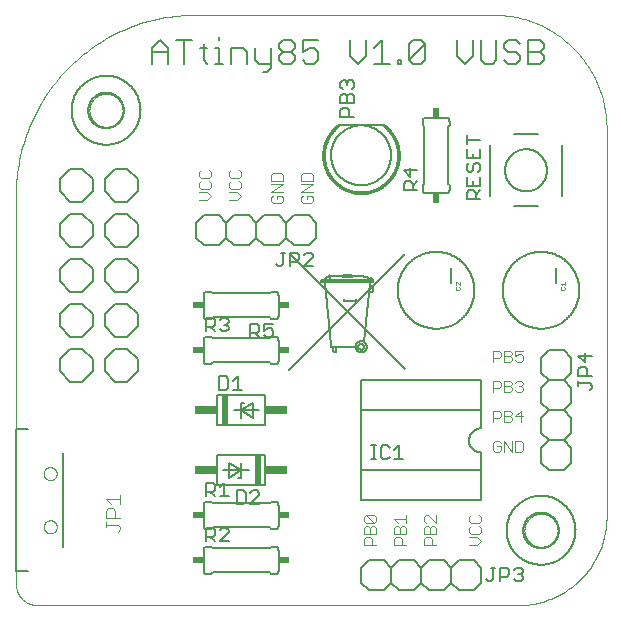
<source format=gto>
G75*
%MOIN*%
%OFA0B0*%
%FSLAX25Y25*%
%IPPOS*%
%LPD*%
%AMOC8*
5,1,8,0,0,1.08239X$1,22.5*
%
%ADD10C,0.00000*%
%ADD11C,0.00300*%
%ADD12C,0.00700*%
%ADD13C,0.00600*%
%ADD14C,0.00500*%
%ADD15R,0.03400X0.02400*%
%ADD16R,0.02000X0.10000*%
%ADD17R,0.07500X0.03000*%
%ADD18C,0.00800*%
%ADD19C,0.00100*%
%ADD20R,0.02400X0.03400*%
%ADD21C,0.00400*%
%ADD22C,0.00570*%
D10*
X0059668Y0008871D02*
X0059668Y0138747D01*
X0084156Y0166800D02*
X0084158Y0166948D01*
X0084164Y0167096D01*
X0084174Y0167244D01*
X0084188Y0167391D01*
X0084206Y0167538D01*
X0084227Y0167684D01*
X0084253Y0167830D01*
X0084283Y0167975D01*
X0084316Y0168119D01*
X0084354Y0168262D01*
X0084395Y0168404D01*
X0084440Y0168545D01*
X0084488Y0168685D01*
X0084541Y0168824D01*
X0084597Y0168961D01*
X0084657Y0169096D01*
X0084720Y0169230D01*
X0084787Y0169362D01*
X0084858Y0169492D01*
X0084932Y0169620D01*
X0085009Y0169746D01*
X0085090Y0169870D01*
X0085174Y0169992D01*
X0085261Y0170111D01*
X0085352Y0170228D01*
X0085446Y0170343D01*
X0085542Y0170455D01*
X0085642Y0170565D01*
X0085744Y0170671D01*
X0085850Y0170775D01*
X0085958Y0170876D01*
X0086069Y0170974D01*
X0086182Y0171070D01*
X0086298Y0171162D01*
X0086416Y0171251D01*
X0086537Y0171336D01*
X0086660Y0171419D01*
X0086785Y0171498D01*
X0086912Y0171574D01*
X0087041Y0171646D01*
X0087172Y0171715D01*
X0087305Y0171780D01*
X0087440Y0171841D01*
X0087576Y0171899D01*
X0087713Y0171954D01*
X0087852Y0172004D01*
X0087993Y0172051D01*
X0088134Y0172094D01*
X0088277Y0172134D01*
X0088421Y0172169D01*
X0088565Y0172201D01*
X0088711Y0172228D01*
X0088857Y0172252D01*
X0089004Y0172272D01*
X0089151Y0172288D01*
X0089298Y0172300D01*
X0089446Y0172308D01*
X0089594Y0172312D01*
X0089742Y0172312D01*
X0089890Y0172308D01*
X0090038Y0172300D01*
X0090185Y0172288D01*
X0090332Y0172272D01*
X0090479Y0172252D01*
X0090625Y0172228D01*
X0090771Y0172201D01*
X0090915Y0172169D01*
X0091059Y0172134D01*
X0091202Y0172094D01*
X0091343Y0172051D01*
X0091484Y0172004D01*
X0091623Y0171954D01*
X0091760Y0171899D01*
X0091896Y0171841D01*
X0092031Y0171780D01*
X0092164Y0171715D01*
X0092295Y0171646D01*
X0092424Y0171574D01*
X0092551Y0171498D01*
X0092676Y0171419D01*
X0092799Y0171336D01*
X0092920Y0171251D01*
X0093038Y0171162D01*
X0093154Y0171070D01*
X0093267Y0170974D01*
X0093378Y0170876D01*
X0093486Y0170775D01*
X0093592Y0170671D01*
X0093694Y0170565D01*
X0093794Y0170455D01*
X0093890Y0170343D01*
X0093984Y0170228D01*
X0094075Y0170111D01*
X0094162Y0169992D01*
X0094246Y0169870D01*
X0094327Y0169746D01*
X0094404Y0169620D01*
X0094478Y0169492D01*
X0094549Y0169362D01*
X0094616Y0169230D01*
X0094679Y0169096D01*
X0094739Y0168961D01*
X0094795Y0168824D01*
X0094848Y0168685D01*
X0094896Y0168545D01*
X0094941Y0168404D01*
X0094982Y0168262D01*
X0095020Y0168119D01*
X0095053Y0167975D01*
X0095083Y0167830D01*
X0095109Y0167684D01*
X0095130Y0167538D01*
X0095148Y0167391D01*
X0095162Y0167244D01*
X0095172Y0167096D01*
X0095178Y0166948D01*
X0095180Y0166800D01*
X0095178Y0166652D01*
X0095172Y0166504D01*
X0095162Y0166356D01*
X0095148Y0166209D01*
X0095130Y0166062D01*
X0095109Y0165916D01*
X0095083Y0165770D01*
X0095053Y0165625D01*
X0095020Y0165481D01*
X0094982Y0165338D01*
X0094941Y0165196D01*
X0094896Y0165055D01*
X0094848Y0164915D01*
X0094795Y0164776D01*
X0094739Y0164639D01*
X0094679Y0164504D01*
X0094616Y0164370D01*
X0094549Y0164238D01*
X0094478Y0164108D01*
X0094404Y0163980D01*
X0094327Y0163854D01*
X0094246Y0163730D01*
X0094162Y0163608D01*
X0094075Y0163489D01*
X0093984Y0163372D01*
X0093890Y0163257D01*
X0093794Y0163145D01*
X0093694Y0163035D01*
X0093592Y0162929D01*
X0093486Y0162825D01*
X0093378Y0162724D01*
X0093267Y0162626D01*
X0093154Y0162530D01*
X0093038Y0162438D01*
X0092920Y0162349D01*
X0092799Y0162264D01*
X0092676Y0162181D01*
X0092551Y0162102D01*
X0092424Y0162026D01*
X0092295Y0161954D01*
X0092164Y0161885D01*
X0092031Y0161820D01*
X0091896Y0161759D01*
X0091760Y0161701D01*
X0091623Y0161646D01*
X0091484Y0161596D01*
X0091343Y0161549D01*
X0091202Y0161506D01*
X0091059Y0161466D01*
X0090915Y0161431D01*
X0090771Y0161399D01*
X0090625Y0161372D01*
X0090479Y0161348D01*
X0090332Y0161328D01*
X0090185Y0161312D01*
X0090038Y0161300D01*
X0089890Y0161292D01*
X0089742Y0161288D01*
X0089594Y0161288D01*
X0089446Y0161292D01*
X0089298Y0161300D01*
X0089151Y0161312D01*
X0089004Y0161328D01*
X0088857Y0161348D01*
X0088711Y0161372D01*
X0088565Y0161399D01*
X0088421Y0161431D01*
X0088277Y0161466D01*
X0088134Y0161506D01*
X0087993Y0161549D01*
X0087852Y0161596D01*
X0087713Y0161646D01*
X0087576Y0161701D01*
X0087440Y0161759D01*
X0087305Y0161820D01*
X0087172Y0161885D01*
X0087041Y0161954D01*
X0086912Y0162026D01*
X0086785Y0162102D01*
X0086660Y0162181D01*
X0086537Y0162264D01*
X0086416Y0162349D01*
X0086298Y0162438D01*
X0086182Y0162530D01*
X0086069Y0162626D01*
X0085958Y0162724D01*
X0085850Y0162825D01*
X0085744Y0162929D01*
X0085642Y0163035D01*
X0085542Y0163145D01*
X0085446Y0163257D01*
X0085352Y0163372D01*
X0085261Y0163489D01*
X0085174Y0163608D01*
X0085090Y0163730D01*
X0085009Y0163854D01*
X0084932Y0163980D01*
X0084858Y0164108D01*
X0084787Y0164238D01*
X0084720Y0164370D01*
X0084657Y0164504D01*
X0084597Y0164639D01*
X0084541Y0164776D01*
X0084488Y0164915D01*
X0084440Y0165055D01*
X0084395Y0165196D01*
X0084354Y0165338D01*
X0084316Y0165481D01*
X0084283Y0165625D01*
X0084253Y0165770D01*
X0084227Y0165916D01*
X0084206Y0166062D01*
X0084188Y0166209D01*
X0084174Y0166356D01*
X0084164Y0166504D01*
X0084158Y0166652D01*
X0084156Y0166800D01*
X0059667Y0138747D02*
X0059684Y0140195D01*
X0059737Y0141641D01*
X0059824Y0143086D01*
X0059947Y0144529D01*
X0060104Y0145968D01*
X0060296Y0147402D01*
X0060522Y0148832D01*
X0060783Y0150256D01*
X0061078Y0151673D01*
X0061408Y0153083D01*
X0061771Y0154484D01*
X0062168Y0155876D01*
X0062599Y0157258D01*
X0063063Y0158630D01*
X0063560Y0159989D01*
X0064089Y0161336D01*
X0064651Y0162671D01*
X0065246Y0163991D01*
X0065871Y0165296D01*
X0066529Y0166586D01*
X0067217Y0167859D01*
X0067936Y0169116D01*
X0068684Y0170355D01*
X0069463Y0171575D01*
X0070271Y0172776D01*
X0071108Y0173958D01*
X0071973Y0175118D01*
X0072865Y0176258D01*
X0073785Y0177376D01*
X0074732Y0178471D01*
X0075705Y0179543D01*
X0076704Y0180591D01*
X0077727Y0181614D01*
X0078775Y0182613D01*
X0079847Y0183586D01*
X0080942Y0184533D01*
X0082060Y0185453D01*
X0083200Y0186345D01*
X0084360Y0187210D01*
X0085542Y0188047D01*
X0086743Y0188855D01*
X0087963Y0189634D01*
X0089202Y0190382D01*
X0090459Y0191101D01*
X0091732Y0191789D01*
X0093022Y0192447D01*
X0094327Y0193072D01*
X0095647Y0193667D01*
X0096982Y0194229D01*
X0098329Y0194758D01*
X0099688Y0195255D01*
X0101060Y0195719D01*
X0102442Y0196150D01*
X0103834Y0196547D01*
X0105235Y0196910D01*
X0106645Y0197240D01*
X0108062Y0197535D01*
X0109486Y0197796D01*
X0110916Y0198022D01*
X0112350Y0198214D01*
X0113789Y0198371D01*
X0115232Y0198494D01*
X0116677Y0198581D01*
X0118123Y0198634D01*
X0119571Y0198651D01*
X0119571Y0198650D02*
X0218546Y0198650D01*
X0219464Y0198639D01*
X0220381Y0198606D01*
X0221296Y0198550D01*
X0222211Y0198473D01*
X0223123Y0198373D01*
X0224033Y0198252D01*
X0224939Y0198108D01*
X0225841Y0197943D01*
X0226740Y0197755D01*
X0227633Y0197547D01*
X0228522Y0197316D01*
X0229404Y0197065D01*
X0230280Y0196792D01*
X0231149Y0196497D01*
X0232011Y0196182D01*
X0232865Y0195847D01*
X0233711Y0195490D01*
X0234547Y0195114D01*
X0235375Y0194717D01*
X0236192Y0194301D01*
X0237000Y0193864D01*
X0237796Y0193409D01*
X0238582Y0192934D01*
X0239355Y0192440D01*
X0240117Y0191928D01*
X0240865Y0191398D01*
X0241601Y0190850D01*
X0242324Y0190284D01*
X0243032Y0189701D01*
X0243726Y0189100D01*
X0244406Y0188484D01*
X0245070Y0187851D01*
X0245719Y0187202D01*
X0246352Y0186538D01*
X0246968Y0185858D01*
X0247569Y0185164D01*
X0248152Y0184456D01*
X0248718Y0183733D01*
X0249266Y0182997D01*
X0249796Y0182249D01*
X0250308Y0181487D01*
X0250802Y0180714D01*
X0251277Y0179928D01*
X0251732Y0179132D01*
X0252169Y0178324D01*
X0252585Y0177507D01*
X0252982Y0176679D01*
X0253358Y0175843D01*
X0253715Y0174997D01*
X0254050Y0174143D01*
X0254365Y0173281D01*
X0254660Y0172412D01*
X0254933Y0171536D01*
X0255184Y0170654D01*
X0255415Y0169765D01*
X0255623Y0168872D01*
X0255811Y0167973D01*
X0255976Y0167071D01*
X0256120Y0166165D01*
X0256241Y0165255D01*
X0256341Y0164343D01*
X0256418Y0163428D01*
X0256474Y0162513D01*
X0256507Y0161596D01*
X0256518Y0160678D01*
X0256518Y0031422D01*
X0229156Y0026800D02*
X0229158Y0026948D01*
X0229164Y0027096D01*
X0229174Y0027244D01*
X0229188Y0027391D01*
X0229206Y0027538D01*
X0229227Y0027684D01*
X0229253Y0027830D01*
X0229283Y0027975D01*
X0229316Y0028119D01*
X0229354Y0028262D01*
X0229395Y0028404D01*
X0229440Y0028545D01*
X0229488Y0028685D01*
X0229541Y0028824D01*
X0229597Y0028961D01*
X0229657Y0029096D01*
X0229720Y0029230D01*
X0229787Y0029362D01*
X0229858Y0029492D01*
X0229932Y0029620D01*
X0230009Y0029746D01*
X0230090Y0029870D01*
X0230174Y0029992D01*
X0230261Y0030111D01*
X0230352Y0030228D01*
X0230446Y0030343D01*
X0230542Y0030455D01*
X0230642Y0030565D01*
X0230744Y0030671D01*
X0230850Y0030775D01*
X0230958Y0030876D01*
X0231069Y0030974D01*
X0231182Y0031070D01*
X0231298Y0031162D01*
X0231416Y0031251D01*
X0231537Y0031336D01*
X0231660Y0031419D01*
X0231785Y0031498D01*
X0231912Y0031574D01*
X0232041Y0031646D01*
X0232172Y0031715D01*
X0232305Y0031780D01*
X0232440Y0031841D01*
X0232576Y0031899D01*
X0232713Y0031954D01*
X0232852Y0032004D01*
X0232993Y0032051D01*
X0233134Y0032094D01*
X0233277Y0032134D01*
X0233421Y0032169D01*
X0233565Y0032201D01*
X0233711Y0032228D01*
X0233857Y0032252D01*
X0234004Y0032272D01*
X0234151Y0032288D01*
X0234298Y0032300D01*
X0234446Y0032308D01*
X0234594Y0032312D01*
X0234742Y0032312D01*
X0234890Y0032308D01*
X0235038Y0032300D01*
X0235185Y0032288D01*
X0235332Y0032272D01*
X0235479Y0032252D01*
X0235625Y0032228D01*
X0235771Y0032201D01*
X0235915Y0032169D01*
X0236059Y0032134D01*
X0236202Y0032094D01*
X0236343Y0032051D01*
X0236484Y0032004D01*
X0236623Y0031954D01*
X0236760Y0031899D01*
X0236896Y0031841D01*
X0237031Y0031780D01*
X0237164Y0031715D01*
X0237295Y0031646D01*
X0237424Y0031574D01*
X0237551Y0031498D01*
X0237676Y0031419D01*
X0237799Y0031336D01*
X0237920Y0031251D01*
X0238038Y0031162D01*
X0238154Y0031070D01*
X0238267Y0030974D01*
X0238378Y0030876D01*
X0238486Y0030775D01*
X0238592Y0030671D01*
X0238694Y0030565D01*
X0238794Y0030455D01*
X0238890Y0030343D01*
X0238984Y0030228D01*
X0239075Y0030111D01*
X0239162Y0029992D01*
X0239246Y0029870D01*
X0239327Y0029746D01*
X0239404Y0029620D01*
X0239478Y0029492D01*
X0239549Y0029362D01*
X0239616Y0029230D01*
X0239679Y0029096D01*
X0239739Y0028961D01*
X0239795Y0028824D01*
X0239848Y0028685D01*
X0239896Y0028545D01*
X0239941Y0028404D01*
X0239982Y0028262D01*
X0240020Y0028119D01*
X0240053Y0027975D01*
X0240083Y0027830D01*
X0240109Y0027684D01*
X0240130Y0027538D01*
X0240148Y0027391D01*
X0240162Y0027244D01*
X0240172Y0027096D01*
X0240178Y0026948D01*
X0240180Y0026800D01*
X0240178Y0026652D01*
X0240172Y0026504D01*
X0240162Y0026356D01*
X0240148Y0026209D01*
X0240130Y0026062D01*
X0240109Y0025916D01*
X0240083Y0025770D01*
X0240053Y0025625D01*
X0240020Y0025481D01*
X0239982Y0025338D01*
X0239941Y0025196D01*
X0239896Y0025055D01*
X0239848Y0024915D01*
X0239795Y0024776D01*
X0239739Y0024639D01*
X0239679Y0024504D01*
X0239616Y0024370D01*
X0239549Y0024238D01*
X0239478Y0024108D01*
X0239404Y0023980D01*
X0239327Y0023854D01*
X0239246Y0023730D01*
X0239162Y0023608D01*
X0239075Y0023489D01*
X0238984Y0023372D01*
X0238890Y0023257D01*
X0238794Y0023145D01*
X0238694Y0023035D01*
X0238592Y0022929D01*
X0238486Y0022825D01*
X0238378Y0022724D01*
X0238267Y0022626D01*
X0238154Y0022530D01*
X0238038Y0022438D01*
X0237920Y0022349D01*
X0237799Y0022264D01*
X0237676Y0022181D01*
X0237551Y0022102D01*
X0237424Y0022026D01*
X0237295Y0021954D01*
X0237164Y0021885D01*
X0237031Y0021820D01*
X0236896Y0021759D01*
X0236760Y0021701D01*
X0236623Y0021646D01*
X0236484Y0021596D01*
X0236343Y0021549D01*
X0236202Y0021506D01*
X0236059Y0021466D01*
X0235915Y0021431D01*
X0235771Y0021399D01*
X0235625Y0021372D01*
X0235479Y0021348D01*
X0235332Y0021328D01*
X0235185Y0021312D01*
X0235038Y0021300D01*
X0234890Y0021292D01*
X0234742Y0021288D01*
X0234594Y0021288D01*
X0234446Y0021292D01*
X0234298Y0021300D01*
X0234151Y0021312D01*
X0234004Y0021328D01*
X0233857Y0021348D01*
X0233711Y0021372D01*
X0233565Y0021399D01*
X0233421Y0021431D01*
X0233277Y0021466D01*
X0233134Y0021506D01*
X0232993Y0021549D01*
X0232852Y0021596D01*
X0232713Y0021646D01*
X0232576Y0021701D01*
X0232440Y0021759D01*
X0232305Y0021820D01*
X0232172Y0021885D01*
X0232041Y0021954D01*
X0231912Y0022026D01*
X0231785Y0022102D01*
X0231660Y0022181D01*
X0231537Y0022264D01*
X0231416Y0022349D01*
X0231298Y0022438D01*
X0231182Y0022530D01*
X0231069Y0022626D01*
X0230958Y0022724D01*
X0230850Y0022825D01*
X0230744Y0022929D01*
X0230642Y0023035D01*
X0230542Y0023145D01*
X0230446Y0023257D01*
X0230352Y0023372D01*
X0230261Y0023489D01*
X0230174Y0023608D01*
X0230090Y0023730D01*
X0230009Y0023854D01*
X0229932Y0023980D01*
X0229858Y0024108D01*
X0229787Y0024238D01*
X0229720Y0024370D01*
X0229657Y0024504D01*
X0229597Y0024639D01*
X0229541Y0024776D01*
X0229488Y0024915D01*
X0229440Y0025055D01*
X0229395Y0025196D01*
X0229354Y0025338D01*
X0229316Y0025481D01*
X0229283Y0025625D01*
X0229253Y0025770D01*
X0229227Y0025916D01*
X0229206Y0026062D01*
X0229188Y0026209D01*
X0229174Y0026356D01*
X0229164Y0026504D01*
X0229158Y0026652D01*
X0229156Y0026800D01*
X0226897Y0001800D02*
X0227613Y0001809D01*
X0228328Y0001835D01*
X0229043Y0001878D01*
X0229756Y0001938D01*
X0230468Y0002016D01*
X0231177Y0002111D01*
X0231884Y0002223D01*
X0232588Y0002352D01*
X0233289Y0002498D01*
X0233986Y0002661D01*
X0234679Y0002840D01*
X0235367Y0003037D01*
X0236051Y0003250D01*
X0236729Y0003479D01*
X0237401Y0003725D01*
X0238067Y0003987D01*
X0238727Y0004265D01*
X0239380Y0004559D01*
X0240025Y0004868D01*
X0240663Y0005193D01*
X0241293Y0005533D01*
X0241914Y0005889D01*
X0242527Y0006259D01*
X0243130Y0006644D01*
X0243724Y0007044D01*
X0244308Y0007457D01*
X0244882Y0007885D01*
X0245446Y0008326D01*
X0245999Y0008781D01*
X0246540Y0009250D01*
X0247070Y0009731D01*
X0247588Y0010225D01*
X0248094Y0010731D01*
X0248588Y0011249D01*
X0249069Y0011779D01*
X0249538Y0012320D01*
X0249993Y0012873D01*
X0250434Y0013437D01*
X0250862Y0014011D01*
X0251275Y0014595D01*
X0251675Y0015189D01*
X0252060Y0015792D01*
X0252430Y0016405D01*
X0252786Y0017026D01*
X0253126Y0017656D01*
X0253451Y0018294D01*
X0253760Y0018939D01*
X0254054Y0019592D01*
X0254332Y0020252D01*
X0254594Y0020918D01*
X0254840Y0021590D01*
X0255069Y0022268D01*
X0255282Y0022952D01*
X0255479Y0023640D01*
X0255658Y0024333D01*
X0255821Y0025030D01*
X0255967Y0025731D01*
X0256096Y0026435D01*
X0256208Y0027142D01*
X0256303Y0027851D01*
X0256381Y0028563D01*
X0256441Y0029276D01*
X0256484Y0029991D01*
X0256510Y0030706D01*
X0256519Y0031422D01*
X0226897Y0001800D02*
X0066739Y0001800D01*
X0066568Y0001802D01*
X0066397Y0001808D01*
X0066227Y0001819D01*
X0066057Y0001833D01*
X0065887Y0001852D01*
X0065717Y0001874D01*
X0065549Y0001901D01*
X0065380Y0001932D01*
X0065213Y0001967D01*
X0065047Y0002005D01*
X0064881Y0002048D01*
X0064717Y0002095D01*
X0064554Y0002146D01*
X0064392Y0002201D01*
X0064232Y0002260D01*
X0064073Y0002322D01*
X0063915Y0002388D01*
X0063759Y0002458D01*
X0063605Y0002532D01*
X0063453Y0002610D01*
X0063303Y0002691D01*
X0063154Y0002776D01*
X0063008Y0002864D01*
X0062864Y0002956D01*
X0062722Y0003052D01*
X0062583Y0003150D01*
X0062446Y0003253D01*
X0062311Y0003358D01*
X0062179Y0003467D01*
X0062050Y0003578D01*
X0061924Y0003693D01*
X0061800Y0003811D01*
X0061679Y0003932D01*
X0061561Y0004056D01*
X0061446Y0004182D01*
X0061335Y0004311D01*
X0061226Y0004443D01*
X0061121Y0004578D01*
X0061018Y0004715D01*
X0060920Y0004854D01*
X0060824Y0004996D01*
X0060732Y0005140D01*
X0060644Y0005286D01*
X0060559Y0005435D01*
X0060478Y0005585D01*
X0060400Y0005737D01*
X0060326Y0005891D01*
X0060256Y0006047D01*
X0060190Y0006205D01*
X0060128Y0006364D01*
X0060069Y0006524D01*
X0060014Y0006686D01*
X0059963Y0006849D01*
X0059916Y0007013D01*
X0059873Y0007179D01*
X0059835Y0007345D01*
X0059800Y0007512D01*
X0059769Y0007681D01*
X0059742Y0007849D01*
X0059720Y0008019D01*
X0059701Y0008189D01*
X0059687Y0008359D01*
X0059676Y0008529D01*
X0059670Y0008700D01*
X0059668Y0008871D01*
X0068920Y0027942D02*
X0068922Y0028035D01*
X0068928Y0028127D01*
X0068938Y0028219D01*
X0068952Y0028310D01*
X0068969Y0028401D01*
X0068991Y0028491D01*
X0069016Y0028580D01*
X0069045Y0028668D01*
X0069078Y0028754D01*
X0069115Y0028839D01*
X0069155Y0028923D01*
X0069199Y0029004D01*
X0069246Y0029084D01*
X0069296Y0029162D01*
X0069350Y0029237D01*
X0069407Y0029310D01*
X0069467Y0029380D01*
X0069530Y0029448D01*
X0069596Y0029513D01*
X0069664Y0029575D01*
X0069735Y0029635D01*
X0069809Y0029691D01*
X0069885Y0029744D01*
X0069963Y0029793D01*
X0070043Y0029840D01*
X0070125Y0029882D01*
X0070209Y0029922D01*
X0070294Y0029957D01*
X0070381Y0029989D01*
X0070469Y0030018D01*
X0070558Y0030042D01*
X0070648Y0030063D01*
X0070739Y0030079D01*
X0070831Y0030092D01*
X0070923Y0030101D01*
X0071016Y0030106D01*
X0071108Y0030107D01*
X0071201Y0030104D01*
X0071293Y0030097D01*
X0071385Y0030086D01*
X0071476Y0030071D01*
X0071567Y0030053D01*
X0071657Y0030030D01*
X0071745Y0030004D01*
X0071833Y0029974D01*
X0071919Y0029940D01*
X0072003Y0029903D01*
X0072086Y0029861D01*
X0072167Y0029817D01*
X0072247Y0029769D01*
X0072324Y0029718D01*
X0072398Y0029663D01*
X0072471Y0029605D01*
X0072541Y0029545D01*
X0072608Y0029481D01*
X0072672Y0029415D01*
X0072734Y0029345D01*
X0072792Y0029274D01*
X0072847Y0029200D01*
X0072899Y0029123D01*
X0072948Y0029044D01*
X0072994Y0028964D01*
X0073036Y0028881D01*
X0073074Y0028797D01*
X0073109Y0028711D01*
X0073140Y0028624D01*
X0073167Y0028536D01*
X0073190Y0028446D01*
X0073210Y0028356D01*
X0073226Y0028265D01*
X0073238Y0028173D01*
X0073246Y0028081D01*
X0073250Y0027988D01*
X0073250Y0027896D01*
X0073246Y0027803D01*
X0073238Y0027711D01*
X0073226Y0027619D01*
X0073210Y0027528D01*
X0073190Y0027438D01*
X0073167Y0027348D01*
X0073140Y0027260D01*
X0073109Y0027173D01*
X0073074Y0027087D01*
X0073036Y0027003D01*
X0072994Y0026920D01*
X0072948Y0026840D01*
X0072899Y0026761D01*
X0072847Y0026684D01*
X0072792Y0026610D01*
X0072734Y0026539D01*
X0072672Y0026469D01*
X0072608Y0026403D01*
X0072541Y0026339D01*
X0072471Y0026279D01*
X0072398Y0026221D01*
X0072324Y0026166D01*
X0072247Y0026115D01*
X0072168Y0026067D01*
X0072086Y0026023D01*
X0072003Y0025981D01*
X0071919Y0025944D01*
X0071833Y0025910D01*
X0071745Y0025880D01*
X0071657Y0025854D01*
X0071567Y0025831D01*
X0071476Y0025813D01*
X0071385Y0025798D01*
X0071293Y0025787D01*
X0071201Y0025780D01*
X0071108Y0025777D01*
X0071016Y0025778D01*
X0070923Y0025783D01*
X0070831Y0025792D01*
X0070739Y0025805D01*
X0070648Y0025821D01*
X0070558Y0025842D01*
X0070469Y0025866D01*
X0070381Y0025895D01*
X0070294Y0025927D01*
X0070209Y0025962D01*
X0070125Y0026002D01*
X0070043Y0026044D01*
X0069963Y0026091D01*
X0069885Y0026140D01*
X0069809Y0026193D01*
X0069735Y0026249D01*
X0069664Y0026309D01*
X0069596Y0026371D01*
X0069530Y0026436D01*
X0069467Y0026504D01*
X0069407Y0026574D01*
X0069350Y0026647D01*
X0069296Y0026722D01*
X0069246Y0026800D01*
X0069199Y0026880D01*
X0069155Y0026961D01*
X0069115Y0027045D01*
X0069078Y0027130D01*
X0069045Y0027216D01*
X0069016Y0027304D01*
X0068991Y0027393D01*
X0068969Y0027483D01*
X0068952Y0027574D01*
X0068938Y0027665D01*
X0068928Y0027757D01*
X0068922Y0027849D01*
X0068920Y0027942D01*
X0068920Y0045658D02*
X0068922Y0045751D01*
X0068928Y0045843D01*
X0068938Y0045935D01*
X0068952Y0046026D01*
X0068969Y0046117D01*
X0068991Y0046207D01*
X0069016Y0046296D01*
X0069045Y0046384D01*
X0069078Y0046470D01*
X0069115Y0046555D01*
X0069155Y0046639D01*
X0069199Y0046720D01*
X0069246Y0046800D01*
X0069296Y0046878D01*
X0069350Y0046953D01*
X0069407Y0047026D01*
X0069467Y0047096D01*
X0069530Y0047164D01*
X0069596Y0047229D01*
X0069664Y0047291D01*
X0069735Y0047351D01*
X0069809Y0047407D01*
X0069885Y0047460D01*
X0069963Y0047509D01*
X0070043Y0047556D01*
X0070125Y0047598D01*
X0070209Y0047638D01*
X0070294Y0047673D01*
X0070381Y0047705D01*
X0070469Y0047734D01*
X0070558Y0047758D01*
X0070648Y0047779D01*
X0070739Y0047795D01*
X0070831Y0047808D01*
X0070923Y0047817D01*
X0071016Y0047822D01*
X0071108Y0047823D01*
X0071201Y0047820D01*
X0071293Y0047813D01*
X0071385Y0047802D01*
X0071476Y0047787D01*
X0071567Y0047769D01*
X0071657Y0047746D01*
X0071745Y0047720D01*
X0071833Y0047690D01*
X0071919Y0047656D01*
X0072003Y0047619D01*
X0072086Y0047577D01*
X0072167Y0047533D01*
X0072247Y0047485D01*
X0072324Y0047434D01*
X0072398Y0047379D01*
X0072471Y0047321D01*
X0072541Y0047261D01*
X0072608Y0047197D01*
X0072672Y0047131D01*
X0072734Y0047061D01*
X0072792Y0046990D01*
X0072847Y0046916D01*
X0072899Y0046839D01*
X0072948Y0046760D01*
X0072994Y0046680D01*
X0073036Y0046597D01*
X0073074Y0046513D01*
X0073109Y0046427D01*
X0073140Y0046340D01*
X0073167Y0046252D01*
X0073190Y0046162D01*
X0073210Y0046072D01*
X0073226Y0045981D01*
X0073238Y0045889D01*
X0073246Y0045797D01*
X0073250Y0045704D01*
X0073250Y0045612D01*
X0073246Y0045519D01*
X0073238Y0045427D01*
X0073226Y0045335D01*
X0073210Y0045244D01*
X0073190Y0045154D01*
X0073167Y0045064D01*
X0073140Y0044976D01*
X0073109Y0044889D01*
X0073074Y0044803D01*
X0073036Y0044719D01*
X0072994Y0044636D01*
X0072948Y0044556D01*
X0072899Y0044477D01*
X0072847Y0044400D01*
X0072792Y0044326D01*
X0072734Y0044255D01*
X0072672Y0044185D01*
X0072608Y0044119D01*
X0072541Y0044055D01*
X0072471Y0043995D01*
X0072398Y0043937D01*
X0072324Y0043882D01*
X0072247Y0043831D01*
X0072168Y0043783D01*
X0072086Y0043739D01*
X0072003Y0043697D01*
X0071919Y0043660D01*
X0071833Y0043626D01*
X0071745Y0043596D01*
X0071657Y0043570D01*
X0071567Y0043547D01*
X0071476Y0043529D01*
X0071385Y0043514D01*
X0071293Y0043503D01*
X0071201Y0043496D01*
X0071108Y0043493D01*
X0071016Y0043494D01*
X0070923Y0043499D01*
X0070831Y0043508D01*
X0070739Y0043521D01*
X0070648Y0043537D01*
X0070558Y0043558D01*
X0070469Y0043582D01*
X0070381Y0043611D01*
X0070294Y0043643D01*
X0070209Y0043678D01*
X0070125Y0043718D01*
X0070043Y0043760D01*
X0069963Y0043807D01*
X0069885Y0043856D01*
X0069809Y0043909D01*
X0069735Y0043965D01*
X0069664Y0044025D01*
X0069596Y0044087D01*
X0069530Y0044152D01*
X0069467Y0044220D01*
X0069407Y0044290D01*
X0069350Y0044363D01*
X0069296Y0044438D01*
X0069246Y0044516D01*
X0069199Y0044596D01*
X0069155Y0044677D01*
X0069115Y0044761D01*
X0069078Y0044846D01*
X0069045Y0044932D01*
X0069016Y0045020D01*
X0068991Y0045109D01*
X0068969Y0045199D01*
X0068952Y0045290D01*
X0068938Y0045381D01*
X0068928Y0045473D01*
X0068922Y0045565D01*
X0068920Y0045658D01*
D11*
X0175815Y0031168D02*
X0175815Y0029933D01*
X0176432Y0029316D01*
X0178901Y0029316D01*
X0176432Y0031785D01*
X0178901Y0031785D01*
X0179518Y0031168D01*
X0179518Y0029933D01*
X0178901Y0029316D01*
X0178901Y0028102D02*
X0179518Y0027485D01*
X0179518Y0025633D01*
X0175815Y0025633D01*
X0175815Y0027485D01*
X0176432Y0028102D01*
X0177049Y0028102D01*
X0177666Y0027485D01*
X0177666Y0025633D01*
X0177666Y0024419D02*
X0178283Y0023802D01*
X0178283Y0021950D01*
X0179518Y0021950D02*
X0175815Y0021950D01*
X0175815Y0023802D01*
X0176432Y0024419D01*
X0177666Y0024419D01*
X0177666Y0027485D02*
X0178283Y0028102D01*
X0178901Y0028102D01*
X0175815Y0031168D02*
X0176432Y0031785D01*
X0185815Y0030551D02*
X0189518Y0030551D01*
X0189518Y0031785D02*
X0189518Y0029316D01*
X0188901Y0028102D02*
X0189518Y0027485D01*
X0189518Y0025633D01*
X0185815Y0025633D01*
X0185815Y0027485D01*
X0186432Y0028102D01*
X0187049Y0028102D01*
X0187666Y0027485D01*
X0187666Y0025633D01*
X0187666Y0024419D02*
X0188283Y0023802D01*
X0188283Y0021950D01*
X0189518Y0021950D02*
X0185815Y0021950D01*
X0185815Y0023802D01*
X0186432Y0024419D01*
X0187666Y0024419D01*
X0187666Y0027485D02*
X0188283Y0028102D01*
X0188901Y0028102D01*
X0187049Y0029316D02*
X0185815Y0030551D01*
X0195815Y0031168D02*
X0195815Y0029933D01*
X0196432Y0029316D01*
X0196432Y0028102D02*
X0197049Y0028102D01*
X0197666Y0027485D01*
X0197666Y0025633D01*
X0197666Y0024419D02*
X0198283Y0023802D01*
X0198283Y0021950D01*
X0199518Y0021950D02*
X0195815Y0021950D01*
X0195815Y0023802D01*
X0196432Y0024419D01*
X0197666Y0024419D01*
X0195815Y0025633D02*
X0195815Y0027485D01*
X0196432Y0028102D01*
X0197666Y0027485D02*
X0198283Y0028102D01*
X0198901Y0028102D01*
X0199518Y0027485D01*
X0199518Y0025633D01*
X0195815Y0025633D01*
X0199518Y0029316D02*
X0197049Y0031785D01*
X0196432Y0031785D01*
X0195815Y0031168D01*
X0199518Y0031785D02*
X0199518Y0029316D01*
X0210815Y0029933D02*
X0211432Y0029316D01*
X0213901Y0029316D01*
X0214518Y0029933D01*
X0214518Y0031168D01*
X0213901Y0031785D01*
X0211432Y0031785D02*
X0210815Y0031168D01*
X0210815Y0029933D01*
X0211432Y0028102D02*
X0210815Y0027485D01*
X0210815Y0026250D01*
X0211432Y0025633D01*
X0213901Y0025633D01*
X0214518Y0026250D01*
X0214518Y0027485D01*
X0213901Y0028102D01*
X0213283Y0024419D02*
X0210815Y0024419D01*
X0213283Y0024419D02*
X0214518Y0023184D01*
X0213283Y0021950D01*
X0210815Y0021950D01*
X0219385Y0052950D02*
X0220620Y0052950D01*
X0221237Y0053567D01*
X0221237Y0054802D01*
X0220003Y0054802D01*
X0221237Y0056036D02*
X0220620Y0056653D01*
X0219385Y0056653D01*
X0218768Y0056036D01*
X0218768Y0053567D01*
X0219385Y0052950D01*
X0222451Y0052950D02*
X0222451Y0056653D01*
X0224920Y0052950D01*
X0224920Y0056653D01*
X0226135Y0056653D02*
X0227986Y0056653D01*
X0228603Y0056036D01*
X0228603Y0053567D01*
X0227986Y0052950D01*
X0226135Y0052950D01*
X0226135Y0056653D01*
X0224303Y0062950D02*
X0222451Y0062950D01*
X0222451Y0066653D01*
X0224303Y0066653D01*
X0224920Y0066036D01*
X0224920Y0065419D01*
X0224303Y0064802D01*
X0222451Y0064802D01*
X0221237Y0064802D02*
X0220620Y0064184D01*
X0218768Y0064184D01*
X0218768Y0062950D02*
X0218768Y0066653D01*
X0220620Y0066653D01*
X0221237Y0066036D01*
X0221237Y0064802D01*
X0224303Y0064802D02*
X0224920Y0064184D01*
X0224920Y0063567D01*
X0224303Y0062950D01*
X0226135Y0064802D02*
X0228603Y0064802D01*
X0227986Y0066653D02*
X0227986Y0062950D01*
X0226135Y0064802D02*
X0227986Y0066653D01*
X0227986Y0072950D02*
X0226752Y0072950D01*
X0226135Y0073567D01*
X0224920Y0073567D02*
X0224303Y0072950D01*
X0222451Y0072950D01*
X0222451Y0076653D01*
X0224303Y0076653D01*
X0224920Y0076036D01*
X0224920Y0075419D01*
X0224303Y0074802D01*
X0222451Y0074802D01*
X0221237Y0074802D02*
X0220620Y0074184D01*
X0218768Y0074184D01*
X0218768Y0072950D02*
X0218768Y0076653D01*
X0220620Y0076653D01*
X0221237Y0076036D01*
X0221237Y0074802D01*
X0224303Y0074802D02*
X0224920Y0074184D01*
X0224920Y0073567D01*
X0227369Y0074802D02*
X0227986Y0074802D01*
X0228603Y0074184D01*
X0228603Y0073567D01*
X0227986Y0072950D01*
X0227986Y0074802D02*
X0228603Y0075419D01*
X0228603Y0076036D01*
X0227986Y0076653D01*
X0226752Y0076653D01*
X0226135Y0076036D01*
X0226752Y0082950D02*
X0226135Y0083567D01*
X0226752Y0082950D02*
X0227986Y0082950D01*
X0228603Y0083567D01*
X0228603Y0084802D01*
X0227986Y0085419D01*
X0227369Y0085419D01*
X0226135Y0084802D01*
X0226135Y0086653D01*
X0228603Y0086653D01*
X0224920Y0086036D02*
X0224920Y0085419D01*
X0224303Y0084802D01*
X0222451Y0084802D01*
X0221237Y0084802D02*
X0220620Y0084184D01*
X0218768Y0084184D01*
X0218768Y0082950D02*
X0218768Y0086653D01*
X0220620Y0086653D01*
X0221237Y0086036D01*
X0221237Y0084802D01*
X0222451Y0086653D02*
X0222451Y0082950D01*
X0224303Y0082950D01*
X0224920Y0083567D01*
X0224920Y0084184D01*
X0224303Y0084802D01*
X0224920Y0086036D02*
X0224303Y0086653D01*
X0222451Y0086653D01*
X0158518Y0136518D02*
X0158518Y0137752D01*
X0157901Y0138369D01*
X0156666Y0138369D01*
X0156666Y0137135D01*
X0155432Y0138369D02*
X0154815Y0137752D01*
X0154815Y0136518D01*
X0155432Y0135901D01*
X0157901Y0135901D01*
X0158518Y0136518D01*
X0158518Y0139584D02*
X0154815Y0139584D01*
X0158518Y0142052D01*
X0154815Y0142052D01*
X0154815Y0143267D02*
X0154815Y0145118D01*
X0155432Y0145736D01*
X0157901Y0145736D01*
X0158518Y0145118D01*
X0158518Y0143267D01*
X0154815Y0143267D01*
X0148518Y0143267D02*
X0148518Y0145118D01*
X0147901Y0145736D01*
X0145432Y0145736D01*
X0144815Y0145118D01*
X0144815Y0143267D01*
X0148518Y0143267D01*
X0148518Y0142052D02*
X0144815Y0142052D01*
X0144815Y0139584D02*
X0148518Y0142052D01*
X0148518Y0139584D02*
X0144815Y0139584D01*
X0145432Y0138369D02*
X0144815Y0137752D01*
X0144815Y0136518D01*
X0145432Y0135901D01*
X0147901Y0135901D01*
X0148518Y0136518D01*
X0148518Y0137752D01*
X0147901Y0138369D01*
X0146666Y0138369D01*
X0146666Y0137135D01*
X0134518Y0138184D02*
X0133283Y0139419D01*
X0130815Y0139419D01*
X0131432Y0140633D02*
X0133901Y0140633D01*
X0134518Y0141250D01*
X0134518Y0142485D01*
X0133901Y0143102D01*
X0133901Y0144316D02*
X0134518Y0144933D01*
X0134518Y0146168D01*
X0133901Y0146785D01*
X0131432Y0146785D02*
X0130815Y0146168D01*
X0130815Y0144933D01*
X0131432Y0144316D01*
X0133901Y0144316D01*
X0131432Y0143102D02*
X0130815Y0142485D01*
X0130815Y0141250D01*
X0131432Y0140633D01*
X0130815Y0136950D02*
X0133283Y0136950D01*
X0134518Y0138184D01*
X0124518Y0138184D02*
X0123283Y0139419D01*
X0120815Y0139419D01*
X0121432Y0140633D02*
X0120815Y0141250D01*
X0120815Y0142485D01*
X0121432Y0143102D01*
X0121432Y0144316D02*
X0123901Y0144316D01*
X0124518Y0144933D01*
X0124518Y0146168D01*
X0123901Y0146785D01*
X0121432Y0146785D02*
X0120815Y0146168D01*
X0120815Y0144933D01*
X0121432Y0144316D01*
X0123901Y0143102D02*
X0124518Y0142485D01*
X0124518Y0141250D01*
X0123901Y0140633D01*
X0121432Y0140633D01*
X0120815Y0136950D02*
X0123283Y0136950D01*
X0124518Y0138184D01*
D12*
X0141968Y0179514D02*
X0143286Y0179514D01*
X0144604Y0180832D01*
X0144604Y0187421D01*
X0147251Y0187421D02*
X0148569Y0186103D01*
X0151204Y0186103D01*
X0152522Y0184786D01*
X0152522Y0183468D01*
X0151204Y0182150D01*
X0148569Y0182150D01*
X0147251Y0183468D01*
X0147251Y0184786D01*
X0148569Y0186103D01*
X0147251Y0187421D02*
X0147251Y0188739D01*
X0148569Y0190057D01*
X0151204Y0190057D01*
X0152522Y0188739D01*
X0152522Y0187421D01*
X0151204Y0186103D01*
X0155170Y0186103D02*
X0155170Y0190057D01*
X0160441Y0190057D01*
X0159123Y0187421D02*
X0160441Y0186103D01*
X0160441Y0183468D01*
X0159123Y0182150D01*
X0156488Y0182150D01*
X0155170Y0183468D01*
X0155170Y0186103D02*
X0157805Y0187421D01*
X0159123Y0187421D01*
X0171007Y0184786D02*
X0173643Y0182150D01*
X0176279Y0184786D01*
X0176279Y0190057D01*
X0178926Y0187421D02*
X0181562Y0190057D01*
X0181562Y0182150D01*
X0184197Y0182150D02*
X0178926Y0182150D01*
X0186845Y0182150D02*
X0188163Y0182150D01*
X0188163Y0183468D01*
X0186845Y0183468D01*
X0186845Y0182150D01*
X0190804Y0183468D02*
X0196075Y0188739D01*
X0196075Y0183468D01*
X0194758Y0182150D01*
X0192122Y0182150D01*
X0190804Y0183468D01*
X0190804Y0188739D01*
X0192122Y0190057D01*
X0194758Y0190057D01*
X0196075Y0188739D01*
X0206642Y0190057D02*
X0206642Y0184786D01*
X0209277Y0182150D01*
X0211913Y0184786D01*
X0211913Y0190057D01*
X0214561Y0190057D02*
X0214561Y0183468D01*
X0215878Y0182150D01*
X0218514Y0182150D01*
X0219832Y0183468D01*
X0219832Y0190057D01*
X0222479Y0188739D02*
X0222479Y0187421D01*
X0223797Y0186103D01*
X0226433Y0186103D01*
X0227751Y0184786D01*
X0227751Y0183468D01*
X0226433Y0182150D01*
X0223797Y0182150D01*
X0222479Y0183468D01*
X0222479Y0188739D02*
X0223797Y0190057D01*
X0226433Y0190057D01*
X0227751Y0188739D01*
X0230398Y0190057D02*
X0234351Y0190057D01*
X0235669Y0188739D01*
X0235669Y0187421D01*
X0234351Y0186103D01*
X0230398Y0186103D01*
X0234351Y0186103D02*
X0235669Y0184786D01*
X0235669Y0183468D01*
X0234351Y0182150D01*
X0230398Y0182150D01*
X0230398Y0190057D01*
X0171007Y0190057D02*
X0171007Y0184786D01*
X0144604Y0182150D02*
X0140650Y0182150D01*
X0139332Y0183468D01*
X0139332Y0187421D01*
X0136685Y0186103D02*
X0136685Y0182150D01*
X0136685Y0186103D02*
X0135367Y0187421D01*
X0131414Y0187421D01*
X0131414Y0182150D01*
X0128770Y0182150D02*
X0126134Y0182150D01*
X0127452Y0182150D02*
X0127452Y0187421D01*
X0126134Y0187421D01*
X0123491Y0187421D02*
X0120855Y0187421D01*
X0122173Y0188739D02*
X0122173Y0183468D01*
X0123491Y0182150D01*
X0115572Y0182150D02*
X0115572Y0190057D01*
X0112936Y0190057D02*
X0118208Y0190057D01*
X0110289Y0187421D02*
X0110289Y0182150D01*
X0110289Y0186103D02*
X0105018Y0186103D01*
X0105018Y0187421D02*
X0107653Y0190057D01*
X0110289Y0187421D01*
X0105018Y0187421D02*
X0105018Y0182150D01*
X0127452Y0190057D02*
X0127452Y0191375D01*
D13*
X0078168Y0166800D02*
X0078171Y0167082D01*
X0078182Y0167364D01*
X0078199Y0167646D01*
X0078223Y0167927D01*
X0078254Y0168208D01*
X0078292Y0168487D01*
X0078337Y0168766D01*
X0078389Y0169044D01*
X0078447Y0169320D01*
X0078513Y0169594D01*
X0078585Y0169867D01*
X0078663Y0170138D01*
X0078748Y0170407D01*
X0078840Y0170674D01*
X0078939Y0170939D01*
X0079043Y0171201D01*
X0079155Y0171460D01*
X0079272Y0171717D01*
X0079396Y0171971D01*
X0079526Y0172221D01*
X0079662Y0172468D01*
X0079804Y0172712D01*
X0079952Y0172952D01*
X0080106Y0173189D01*
X0080266Y0173422D01*
X0080431Y0173651D01*
X0080602Y0173875D01*
X0080778Y0174096D01*
X0080960Y0174311D01*
X0081147Y0174523D01*
X0081339Y0174730D01*
X0081536Y0174932D01*
X0081738Y0175129D01*
X0081945Y0175321D01*
X0082157Y0175508D01*
X0082372Y0175690D01*
X0082593Y0175866D01*
X0082817Y0176037D01*
X0083046Y0176202D01*
X0083279Y0176362D01*
X0083516Y0176516D01*
X0083756Y0176664D01*
X0084000Y0176806D01*
X0084247Y0176942D01*
X0084497Y0177072D01*
X0084751Y0177196D01*
X0085008Y0177313D01*
X0085267Y0177425D01*
X0085529Y0177529D01*
X0085794Y0177628D01*
X0086061Y0177720D01*
X0086330Y0177805D01*
X0086601Y0177883D01*
X0086874Y0177955D01*
X0087148Y0178021D01*
X0087424Y0178079D01*
X0087702Y0178131D01*
X0087981Y0178176D01*
X0088260Y0178214D01*
X0088541Y0178245D01*
X0088822Y0178269D01*
X0089104Y0178286D01*
X0089386Y0178297D01*
X0089668Y0178300D01*
X0089950Y0178297D01*
X0090232Y0178286D01*
X0090514Y0178269D01*
X0090795Y0178245D01*
X0091076Y0178214D01*
X0091355Y0178176D01*
X0091634Y0178131D01*
X0091912Y0178079D01*
X0092188Y0178021D01*
X0092462Y0177955D01*
X0092735Y0177883D01*
X0093006Y0177805D01*
X0093275Y0177720D01*
X0093542Y0177628D01*
X0093807Y0177529D01*
X0094069Y0177425D01*
X0094328Y0177313D01*
X0094585Y0177196D01*
X0094839Y0177072D01*
X0095089Y0176942D01*
X0095336Y0176806D01*
X0095580Y0176664D01*
X0095820Y0176516D01*
X0096057Y0176362D01*
X0096290Y0176202D01*
X0096519Y0176037D01*
X0096743Y0175866D01*
X0096964Y0175690D01*
X0097179Y0175508D01*
X0097391Y0175321D01*
X0097598Y0175129D01*
X0097800Y0174932D01*
X0097997Y0174730D01*
X0098189Y0174523D01*
X0098376Y0174311D01*
X0098558Y0174096D01*
X0098734Y0173875D01*
X0098905Y0173651D01*
X0099070Y0173422D01*
X0099230Y0173189D01*
X0099384Y0172952D01*
X0099532Y0172712D01*
X0099674Y0172468D01*
X0099810Y0172221D01*
X0099940Y0171971D01*
X0100064Y0171717D01*
X0100181Y0171460D01*
X0100293Y0171201D01*
X0100397Y0170939D01*
X0100496Y0170674D01*
X0100588Y0170407D01*
X0100673Y0170138D01*
X0100751Y0169867D01*
X0100823Y0169594D01*
X0100889Y0169320D01*
X0100947Y0169044D01*
X0100999Y0168766D01*
X0101044Y0168487D01*
X0101082Y0168208D01*
X0101113Y0167927D01*
X0101137Y0167646D01*
X0101154Y0167364D01*
X0101165Y0167082D01*
X0101168Y0166800D01*
X0101165Y0166518D01*
X0101154Y0166236D01*
X0101137Y0165954D01*
X0101113Y0165673D01*
X0101082Y0165392D01*
X0101044Y0165113D01*
X0100999Y0164834D01*
X0100947Y0164556D01*
X0100889Y0164280D01*
X0100823Y0164006D01*
X0100751Y0163733D01*
X0100673Y0163462D01*
X0100588Y0163193D01*
X0100496Y0162926D01*
X0100397Y0162661D01*
X0100293Y0162399D01*
X0100181Y0162140D01*
X0100064Y0161883D01*
X0099940Y0161629D01*
X0099810Y0161379D01*
X0099674Y0161132D01*
X0099532Y0160888D01*
X0099384Y0160648D01*
X0099230Y0160411D01*
X0099070Y0160178D01*
X0098905Y0159949D01*
X0098734Y0159725D01*
X0098558Y0159504D01*
X0098376Y0159289D01*
X0098189Y0159077D01*
X0097997Y0158870D01*
X0097800Y0158668D01*
X0097598Y0158471D01*
X0097391Y0158279D01*
X0097179Y0158092D01*
X0096964Y0157910D01*
X0096743Y0157734D01*
X0096519Y0157563D01*
X0096290Y0157398D01*
X0096057Y0157238D01*
X0095820Y0157084D01*
X0095580Y0156936D01*
X0095336Y0156794D01*
X0095089Y0156658D01*
X0094839Y0156528D01*
X0094585Y0156404D01*
X0094328Y0156287D01*
X0094069Y0156175D01*
X0093807Y0156071D01*
X0093542Y0155972D01*
X0093275Y0155880D01*
X0093006Y0155795D01*
X0092735Y0155717D01*
X0092462Y0155645D01*
X0092188Y0155579D01*
X0091912Y0155521D01*
X0091634Y0155469D01*
X0091355Y0155424D01*
X0091076Y0155386D01*
X0090795Y0155355D01*
X0090514Y0155331D01*
X0090232Y0155314D01*
X0089950Y0155303D01*
X0089668Y0155300D01*
X0089386Y0155303D01*
X0089104Y0155314D01*
X0088822Y0155331D01*
X0088541Y0155355D01*
X0088260Y0155386D01*
X0087981Y0155424D01*
X0087702Y0155469D01*
X0087424Y0155521D01*
X0087148Y0155579D01*
X0086874Y0155645D01*
X0086601Y0155717D01*
X0086330Y0155795D01*
X0086061Y0155880D01*
X0085794Y0155972D01*
X0085529Y0156071D01*
X0085267Y0156175D01*
X0085008Y0156287D01*
X0084751Y0156404D01*
X0084497Y0156528D01*
X0084247Y0156658D01*
X0084000Y0156794D01*
X0083756Y0156936D01*
X0083516Y0157084D01*
X0083279Y0157238D01*
X0083046Y0157398D01*
X0082817Y0157563D01*
X0082593Y0157734D01*
X0082372Y0157910D01*
X0082157Y0158092D01*
X0081945Y0158279D01*
X0081738Y0158471D01*
X0081536Y0158668D01*
X0081339Y0158870D01*
X0081147Y0159077D01*
X0080960Y0159289D01*
X0080778Y0159504D01*
X0080602Y0159725D01*
X0080431Y0159949D01*
X0080266Y0160178D01*
X0080106Y0160411D01*
X0079952Y0160648D01*
X0079804Y0160888D01*
X0079662Y0161132D01*
X0079526Y0161379D01*
X0079396Y0161629D01*
X0079272Y0161883D01*
X0079155Y0162140D01*
X0079043Y0162399D01*
X0078939Y0162661D01*
X0078840Y0162926D01*
X0078748Y0163193D01*
X0078663Y0163462D01*
X0078585Y0163733D01*
X0078513Y0164006D01*
X0078447Y0164280D01*
X0078389Y0164556D01*
X0078337Y0164834D01*
X0078292Y0165113D01*
X0078254Y0165392D01*
X0078223Y0165673D01*
X0078199Y0165954D01*
X0078182Y0166236D01*
X0078171Y0166518D01*
X0078168Y0166800D01*
X0077668Y0147300D02*
X0081668Y0147300D01*
X0085168Y0143800D01*
X0085168Y0139800D01*
X0081668Y0136300D01*
X0077668Y0136300D01*
X0074168Y0139800D01*
X0074168Y0143800D01*
X0077668Y0147300D01*
X0089168Y0143800D02*
X0089168Y0139800D01*
X0092668Y0136300D01*
X0096668Y0136300D01*
X0100168Y0139800D01*
X0100168Y0143800D01*
X0096668Y0147300D01*
X0092668Y0147300D01*
X0089168Y0143800D01*
X0092668Y0132300D02*
X0096668Y0132300D01*
X0100168Y0128800D01*
X0100168Y0124800D01*
X0096668Y0121300D01*
X0092668Y0121300D01*
X0089168Y0124800D01*
X0089168Y0128800D01*
X0092668Y0132300D01*
X0085168Y0128800D02*
X0085168Y0124800D01*
X0081668Y0121300D01*
X0077668Y0121300D01*
X0074168Y0124800D01*
X0074168Y0128800D01*
X0077668Y0132300D01*
X0081668Y0132300D01*
X0085168Y0128800D01*
X0081668Y0117300D02*
X0077668Y0117300D01*
X0074168Y0113800D01*
X0074168Y0109800D01*
X0077668Y0106300D01*
X0081668Y0106300D01*
X0085168Y0109800D01*
X0085168Y0113800D01*
X0081668Y0117300D01*
X0089168Y0113800D02*
X0092668Y0117300D01*
X0096668Y0117300D01*
X0100168Y0113800D01*
X0100168Y0109800D01*
X0096668Y0106300D01*
X0092668Y0106300D01*
X0089168Y0109800D01*
X0089168Y0113800D01*
X0092668Y0102300D02*
X0096668Y0102300D01*
X0100168Y0098800D01*
X0100168Y0094800D01*
X0096668Y0091300D01*
X0092668Y0091300D01*
X0089168Y0094800D01*
X0089168Y0098800D01*
X0092668Y0102300D01*
X0085168Y0098800D02*
X0085168Y0094800D01*
X0081668Y0091300D01*
X0077668Y0091300D01*
X0074168Y0094800D01*
X0074168Y0098800D01*
X0077668Y0102300D01*
X0081668Y0102300D01*
X0085168Y0098800D01*
X0081668Y0087300D02*
X0077668Y0087300D01*
X0074168Y0083800D01*
X0074168Y0079800D01*
X0077668Y0076300D01*
X0081668Y0076300D01*
X0085168Y0079800D01*
X0085168Y0083800D01*
X0081668Y0087300D01*
X0089168Y0083800D02*
X0092668Y0087300D01*
X0096668Y0087300D01*
X0100168Y0083800D01*
X0100168Y0079800D01*
X0096668Y0076300D01*
X0092668Y0076300D01*
X0089168Y0079800D01*
X0089168Y0083800D01*
X0122168Y0083300D02*
X0122168Y0090300D01*
X0122170Y0090360D01*
X0122175Y0090421D01*
X0122184Y0090480D01*
X0122197Y0090539D01*
X0122213Y0090598D01*
X0122233Y0090655D01*
X0122256Y0090710D01*
X0122283Y0090765D01*
X0122312Y0090817D01*
X0122345Y0090868D01*
X0122381Y0090917D01*
X0122419Y0090963D01*
X0122461Y0091007D01*
X0122505Y0091049D01*
X0122551Y0091087D01*
X0122600Y0091123D01*
X0122651Y0091156D01*
X0122703Y0091185D01*
X0122758Y0091212D01*
X0122813Y0091235D01*
X0122870Y0091255D01*
X0122929Y0091271D01*
X0122988Y0091284D01*
X0123047Y0091293D01*
X0123108Y0091298D01*
X0123168Y0091300D01*
X0124668Y0091300D01*
X0125168Y0090800D01*
X0144168Y0090800D01*
X0144668Y0091300D01*
X0146168Y0091300D01*
X0146228Y0091298D01*
X0146289Y0091293D01*
X0146348Y0091284D01*
X0146407Y0091271D01*
X0146466Y0091255D01*
X0146523Y0091235D01*
X0146578Y0091212D01*
X0146633Y0091185D01*
X0146685Y0091156D01*
X0146736Y0091123D01*
X0146785Y0091087D01*
X0146831Y0091049D01*
X0146875Y0091007D01*
X0146917Y0090963D01*
X0146955Y0090917D01*
X0146991Y0090868D01*
X0147024Y0090817D01*
X0147053Y0090765D01*
X0147080Y0090710D01*
X0147103Y0090655D01*
X0147123Y0090598D01*
X0147139Y0090539D01*
X0147152Y0090480D01*
X0147161Y0090421D01*
X0147166Y0090360D01*
X0147168Y0090300D01*
X0147168Y0083300D01*
X0147166Y0083240D01*
X0147161Y0083179D01*
X0147152Y0083120D01*
X0147139Y0083061D01*
X0147123Y0083002D01*
X0147103Y0082945D01*
X0147080Y0082890D01*
X0147053Y0082835D01*
X0147024Y0082783D01*
X0146991Y0082732D01*
X0146955Y0082683D01*
X0146917Y0082637D01*
X0146875Y0082593D01*
X0146831Y0082551D01*
X0146785Y0082513D01*
X0146736Y0082477D01*
X0146685Y0082444D01*
X0146633Y0082415D01*
X0146578Y0082388D01*
X0146523Y0082365D01*
X0146466Y0082345D01*
X0146407Y0082329D01*
X0146348Y0082316D01*
X0146289Y0082307D01*
X0146228Y0082302D01*
X0146168Y0082300D01*
X0144668Y0082300D01*
X0144168Y0082800D01*
X0125168Y0082800D01*
X0124668Y0082300D01*
X0123168Y0082300D01*
X0123108Y0082302D01*
X0123047Y0082307D01*
X0122988Y0082316D01*
X0122929Y0082329D01*
X0122870Y0082345D01*
X0122813Y0082365D01*
X0122758Y0082388D01*
X0122703Y0082415D01*
X0122651Y0082444D01*
X0122600Y0082477D01*
X0122551Y0082513D01*
X0122505Y0082551D01*
X0122461Y0082593D01*
X0122419Y0082637D01*
X0122381Y0082683D01*
X0122345Y0082732D01*
X0122312Y0082783D01*
X0122283Y0082835D01*
X0122256Y0082890D01*
X0122233Y0082945D01*
X0122213Y0083002D01*
X0122197Y0083061D01*
X0122184Y0083120D01*
X0122175Y0083179D01*
X0122170Y0083240D01*
X0122168Y0083300D01*
X0126668Y0071800D02*
X0126668Y0061800D01*
X0142668Y0061800D01*
X0142668Y0071800D01*
X0126668Y0071800D01*
X0132168Y0066800D02*
X0134668Y0066800D01*
X0134668Y0069300D01*
X0135668Y0069300D01*
X0134668Y0066800D02*
X0134668Y0064300D01*
X0134668Y0066800D02*
X0138668Y0069300D01*
X0138668Y0064300D01*
X0134668Y0066800D01*
X0140668Y0066800D01*
X0142668Y0051800D02*
X0126668Y0051800D01*
X0126668Y0041800D01*
X0142668Y0041800D01*
X0142668Y0051800D01*
X0137168Y0046800D02*
X0134668Y0046800D01*
X0134668Y0044300D01*
X0133668Y0044300D01*
X0134668Y0046800D02*
X0134668Y0049300D01*
X0134668Y0046800D02*
X0130668Y0044300D01*
X0130668Y0049300D01*
X0134668Y0046800D01*
X0128668Y0046800D01*
X0124668Y0036300D02*
X0123168Y0036300D01*
X0123108Y0036298D01*
X0123047Y0036293D01*
X0122988Y0036284D01*
X0122929Y0036271D01*
X0122870Y0036255D01*
X0122813Y0036235D01*
X0122758Y0036212D01*
X0122703Y0036185D01*
X0122651Y0036156D01*
X0122600Y0036123D01*
X0122551Y0036087D01*
X0122505Y0036049D01*
X0122461Y0036007D01*
X0122419Y0035963D01*
X0122381Y0035917D01*
X0122345Y0035868D01*
X0122312Y0035817D01*
X0122283Y0035765D01*
X0122256Y0035710D01*
X0122233Y0035655D01*
X0122213Y0035598D01*
X0122197Y0035539D01*
X0122184Y0035480D01*
X0122175Y0035421D01*
X0122170Y0035360D01*
X0122168Y0035300D01*
X0122168Y0028300D01*
X0122170Y0028240D01*
X0122175Y0028179D01*
X0122184Y0028120D01*
X0122197Y0028061D01*
X0122213Y0028002D01*
X0122233Y0027945D01*
X0122256Y0027890D01*
X0122283Y0027835D01*
X0122312Y0027783D01*
X0122345Y0027732D01*
X0122381Y0027683D01*
X0122419Y0027637D01*
X0122461Y0027593D01*
X0122505Y0027551D01*
X0122551Y0027513D01*
X0122600Y0027477D01*
X0122651Y0027444D01*
X0122703Y0027415D01*
X0122758Y0027388D01*
X0122813Y0027365D01*
X0122870Y0027345D01*
X0122929Y0027329D01*
X0122988Y0027316D01*
X0123047Y0027307D01*
X0123108Y0027302D01*
X0123168Y0027300D01*
X0124668Y0027300D01*
X0125168Y0027800D01*
X0144168Y0027800D01*
X0144668Y0027300D01*
X0146168Y0027300D01*
X0146228Y0027302D01*
X0146289Y0027307D01*
X0146348Y0027316D01*
X0146407Y0027329D01*
X0146466Y0027345D01*
X0146523Y0027365D01*
X0146578Y0027388D01*
X0146633Y0027415D01*
X0146685Y0027444D01*
X0146736Y0027477D01*
X0146785Y0027513D01*
X0146831Y0027551D01*
X0146875Y0027593D01*
X0146917Y0027637D01*
X0146955Y0027683D01*
X0146991Y0027732D01*
X0147024Y0027783D01*
X0147053Y0027835D01*
X0147080Y0027890D01*
X0147103Y0027945D01*
X0147123Y0028002D01*
X0147139Y0028061D01*
X0147152Y0028120D01*
X0147161Y0028179D01*
X0147166Y0028240D01*
X0147168Y0028300D01*
X0147168Y0035300D01*
X0147166Y0035360D01*
X0147161Y0035421D01*
X0147152Y0035480D01*
X0147139Y0035539D01*
X0147123Y0035598D01*
X0147103Y0035655D01*
X0147080Y0035710D01*
X0147053Y0035765D01*
X0147024Y0035817D01*
X0146991Y0035868D01*
X0146955Y0035917D01*
X0146917Y0035963D01*
X0146875Y0036007D01*
X0146831Y0036049D01*
X0146785Y0036087D01*
X0146736Y0036123D01*
X0146685Y0036156D01*
X0146633Y0036185D01*
X0146578Y0036212D01*
X0146523Y0036235D01*
X0146466Y0036255D01*
X0146407Y0036271D01*
X0146348Y0036284D01*
X0146289Y0036293D01*
X0146228Y0036298D01*
X0146168Y0036300D01*
X0144668Y0036300D01*
X0144168Y0035800D01*
X0125168Y0035800D01*
X0124668Y0036300D01*
X0124668Y0021300D02*
X0123168Y0021300D01*
X0123108Y0021298D01*
X0123047Y0021293D01*
X0122988Y0021284D01*
X0122929Y0021271D01*
X0122870Y0021255D01*
X0122813Y0021235D01*
X0122758Y0021212D01*
X0122703Y0021185D01*
X0122651Y0021156D01*
X0122600Y0021123D01*
X0122551Y0021087D01*
X0122505Y0021049D01*
X0122461Y0021007D01*
X0122419Y0020963D01*
X0122381Y0020917D01*
X0122345Y0020868D01*
X0122312Y0020817D01*
X0122283Y0020765D01*
X0122256Y0020710D01*
X0122233Y0020655D01*
X0122213Y0020598D01*
X0122197Y0020539D01*
X0122184Y0020480D01*
X0122175Y0020421D01*
X0122170Y0020360D01*
X0122168Y0020300D01*
X0122168Y0013300D01*
X0122170Y0013240D01*
X0122175Y0013179D01*
X0122184Y0013120D01*
X0122197Y0013061D01*
X0122213Y0013002D01*
X0122233Y0012945D01*
X0122256Y0012890D01*
X0122283Y0012835D01*
X0122312Y0012783D01*
X0122345Y0012732D01*
X0122381Y0012683D01*
X0122419Y0012637D01*
X0122461Y0012593D01*
X0122505Y0012551D01*
X0122551Y0012513D01*
X0122600Y0012477D01*
X0122651Y0012444D01*
X0122703Y0012415D01*
X0122758Y0012388D01*
X0122813Y0012365D01*
X0122870Y0012345D01*
X0122929Y0012329D01*
X0122988Y0012316D01*
X0123047Y0012307D01*
X0123108Y0012302D01*
X0123168Y0012300D01*
X0124668Y0012300D01*
X0125168Y0012800D01*
X0144168Y0012800D01*
X0144668Y0012300D01*
X0146168Y0012300D01*
X0146228Y0012302D01*
X0146289Y0012307D01*
X0146348Y0012316D01*
X0146407Y0012329D01*
X0146466Y0012345D01*
X0146523Y0012365D01*
X0146578Y0012388D01*
X0146633Y0012415D01*
X0146685Y0012444D01*
X0146736Y0012477D01*
X0146785Y0012513D01*
X0146831Y0012551D01*
X0146875Y0012593D01*
X0146917Y0012637D01*
X0146955Y0012683D01*
X0146991Y0012732D01*
X0147024Y0012783D01*
X0147053Y0012835D01*
X0147080Y0012890D01*
X0147103Y0012945D01*
X0147123Y0013002D01*
X0147139Y0013061D01*
X0147152Y0013120D01*
X0147161Y0013179D01*
X0147166Y0013240D01*
X0147168Y0013300D01*
X0147168Y0020300D01*
X0147166Y0020360D01*
X0147161Y0020421D01*
X0147152Y0020480D01*
X0147139Y0020539D01*
X0147123Y0020598D01*
X0147103Y0020655D01*
X0147080Y0020710D01*
X0147053Y0020765D01*
X0147024Y0020817D01*
X0146991Y0020868D01*
X0146955Y0020917D01*
X0146917Y0020963D01*
X0146875Y0021007D01*
X0146831Y0021049D01*
X0146785Y0021087D01*
X0146736Y0021123D01*
X0146685Y0021156D01*
X0146633Y0021185D01*
X0146578Y0021212D01*
X0146523Y0021235D01*
X0146466Y0021255D01*
X0146407Y0021271D01*
X0146348Y0021284D01*
X0146289Y0021293D01*
X0146228Y0021298D01*
X0146168Y0021300D01*
X0144668Y0021300D01*
X0144168Y0020800D01*
X0125168Y0020800D01*
X0124668Y0021300D01*
X0174668Y0014300D02*
X0174668Y0009300D01*
X0177168Y0006800D01*
X0182168Y0006800D01*
X0184668Y0009300D01*
X0184668Y0014300D01*
X0182168Y0016800D01*
X0177168Y0016800D01*
X0174668Y0014300D01*
X0184668Y0014300D02*
X0187168Y0016800D01*
X0192168Y0016800D01*
X0194668Y0014300D01*
X0197168Y0016800D01*
X0202168Y0016800D01*
X0204668Y0014300D01*
X0207168Y0016800D01*
X0212168Y0016800D01*
X0214668Y0014300D01*
X0214668Y0009300D01*
X0212168Y0006800D01*
X0207168Y0006800D01*
X0204668Y0009300D01*
X0202168Y0006800D01*
X0197168Y0006800D01*
X0194668Y0009300D01*
X0194668Y0014300D01*
X0194668Y0009300D02*
X0192168Y0006800D01*
X0187168Y0006800D01*
X0184668Y0009300D01*
X0204668Y0009300D02*
X0204668Y0014300D01*
X0214668Y0036800D02*
X0214668Y0046800D01*
X0214668Y0052800D01*
X0214542Y0052802D01*
X0214417Y0052808D01*
X0214292Y0052818D01*
X0214167Y0052832D01*
X0214042Y0052849D01*
X0213918Y0052871D01*
X0213795Y0052896D01*
X0213673Y0052926D01*
X0213552Y0052959D01*
X0213432Y0052996D01*
X0213313Y0053036D01*
X0213196Y0053081D01*
X0213079Y0053129D01*
X0212965Y0053181D01*
X0212852Y0053236D01*
X0212741Y0053295D01*
X0212632Y0053357D01*
X0212525Y0053423D01*
X0212420Y0053492D01*
X0212317Y0053564D01*
X0212216Y0053639D01*
X0212118Y0053718D01*
X0212023Y0053800D01*
X0211930Y0053884D01*
X0211840Y0053972D01*
X0211752Y0054062D01*
X0211668Y0054155D01*
X0211586Y0054250D01*
X0211507Y0054348D01*
X0211432Y0054449D01*
X0211360Y0054552D01*
X0211291Y0054657D01*
X0211225Y0054764D01*
X0211163Y0054873D01*
X0211104Y0054984D01*
X0211049Y0055097D01*
X0210997Y0055211D01*
X0210949Y0055328D01*
X0210904Y0055445D01*
X0210864Y0055564D01*
X0210827Y0055684D01*
X0210794Y0055805D01*
X0210764Y0055927D01*
X0210739Y0056050D01*
X0210717Y0056174D01*
X0210700Y0056299D01*
X0210686Y0056424D01*
X0210676Y0056549D01*
X0210670Y0056674D01*
X0210668Y0056800D01*
X0210670Y0056926D01*
X0210676Y0057051D01*
X0210686Y0057176D01*
X0210700Y0057301D01*
X0210717Y0057426D01*
X0210739Y0057550D01*
X0210764Y0057673D01*
X0210794Y0057795D01*
X0210827Y0057916D01*
X0210864Y0058036D01*
X0210904Y0058155D01*
X0210949Y0058272D01*
X0210997Y0058389D01*
X0211049Y0058503D01*
X0211104Y0058616D01*
X0211163Y0058727D01*
X0211225Y0058836D01*
X0211291Y0058943D01*
X0211360Y0059048D01*
X0211432Y0059151D01*
X0211507Y0059252D01*
X0211586Y0059350D01*
X0211668Y0059445D01*
X0211752Y0059538D01*
X0211840Y0059628D01*
X0211930Y0059716D01*
X0212023Y0059800D01*
X0212118Y0059882D01*
X0212216Y0059961D01*
X0212317Y0060036D01*
X0212420Y0060108D01*
X0212525Y0060177D01*
X0212632Y0060243D01*
X0212741Y0060305D01*
X0212852Y0060364D01*
X0212965Y0060419D01*
X0213079Y0060471D01*
X0213196Y0060519D01*
X0213313Y0060564D01*
X0213432Y0060604D01*
X0213552Y0060641D01*
X0213673Y0060674D01*
X0213795Y0060704D01*
X0213918Y0060729D01*
X0214042Y0060751D01*
X0214167Y0060768D01*
X0214292Y0060782D01*
X0214417Y0060792D01*
X0214542Y0060798D01*
X0214668Y0060800D01*
X0214668Y0066800D01*
X0174668Y0066800D01*
X0174668Y0076800D01*
X0214668Y0076800D01*
X0214668Y0066800D01*
X0234668Y0064300D02*
X0234668Y0059300D01*
X0237168Y0056800D01*
X0234668Y0054300D01*
X0234668Y0049300D01*
X0237168Y0046800D01*
X0242168Y0046800D01*
X0244668Y0049300D01*
X0244668Y0054300D01*
X0242168Y0056800D01*
X0237168Y0056800D01*
X0242168Y0056800D02*
X0244668Y0059300D01*
X0244668Y0064300D01*
X0242168Y0066800D01*
X0237168Y0066800D01*
X0234668Y0069300D01*
X0234668Y0074300D01*
X0237168Y0076800D01*
X0234668Y0079300D01*
X0234668Y0084300D01*
X0237168Y0086800D01*
X0242168Y0086800D01*
X0244668Y0084300D01*
X0244668Y0079300D01*
X0242168Y0076800D01*
X0244668Y0074300D01*
X0244668Y0069300D01*
X0242168Y0066800D01*
X0237168Y0066800D02*
X0234668Y0064300D01*
X0237168Y0076800D02*
X0242168Y0076800D01*
X0214668Y0046800D02*
X0174668Y0046800D01*
X0174668Y0066800D01*
X0174668Y0046800D02*
X0174668Y0036800D01*
X0214668Y0036800D01*
X0223168Y0026800D02*
X0223171Y0027082D01*
X0223182Y0027364D01*
X0223199Y0027646D01*
X0223223Y0027927D01*
X0223254Y0028208D01*
X0223292Y0028487D01*
X0223337Y0028766D01*
X0223389Y0029044D01*
X0223447Y0029320D01*
X0223513Y0029594D01*
X0223585Y0029867D01*
X0223663Y0030138D01*
X0223748Y0030407D01*
X0223840Y0030674D01*
X0223939Y0030939D01*
X0224043Y0031201D01*
X0224155Y0031460D01*
X0224272Y0031717D01*
X0224396Y0031971D01*
X0224526Y0032221D01*
X0224662Y0032468D01*
X0224804Y0032712D01*
X0224952Y0032952D01*
X0225106Y0033189D01*
X0225266Y0033422D01*
X0225431Y0033651D01*
X0225602Y0033875D01*
X0225778Y0034096D01*
X0225960Y0034311D01*
X0226147Y0034523D01*
X0226339Y0034730D01*
X0226536Y0034932D01*
X0226738Y0035129D01*
X0226945Y0035321D01*
X0227157Y0035508D01*
X0227372Y0035690D01*
X0227593Y0035866D01*
X0227817Y0036037D01*
X0228046Y0036202D01*
X0228279Y0036362D01*
X0228516Y0036516D01*
X0228756Y0036664D01*
X0229000Y0036806D01*
X0229247Y0036942D01*
X0229497Y0037072D01*
X0229751Y0037196D01*
X0230008Y0037313D01*
X0230267Y0037425D01*
X0230529Y0037529D01*
X0230794Y0037628D01*
X0231061Y0037720D01*
X0231330Y0037805D01*
X0231601Y0037883D01*
X0231874Y0037955D01*
X0232148Y0038021D01*
X0232424Y0038079D01*
X0232702Y0038131D01*
X0232981Y0038176D01*
X0233260Y0038214D01*
X0233541Y0038245D01*
X0233822Y0038269D01*
X0234104Y0038286D01*
X0234386Y0038297D01*
X0234668Y0038300D01*
X0234950Y0038297D01*
X0235232Y0038286D01*
X0235514Y0038269D01*
X0235795Y0038245D01*
X0236076Y0038214D01*
X0236355Y0038176D01*
X0236634Y0038131D01*
X0236912Y0038079D01*
X0237188Y0038021D01*
X0237462Y0037955D01*
X0237735Y0037883D01*
X0238006Y0037805D01*
X0238275Y0037720D01*
X0238542Y0037628D01*
X0238807Y0037529D01*
X0239069Y0037425D01*
X0239328Y0037313D01*
X0239585Y0037196D01*
X0239839Y0037072D01*
X0240089Y0036942D01*
X0240336Y0036806D01*
X0240580Y0036664D01*
X0240820Y0036516D01*
X0241057Y0036362D01*
X0241290Y0036202D01*
X0241519Y0036037D01*
X0241743Y0035866D01*
X0241964Y0035690D01*
X0242179Y0035508D01*
X0242391Y0035321D01*
X0242598Y0035129D01*
X0242800Y0034932D01*
X0242997Y0034730D01*
X0243189Y0034523D01*
X0243376Y0034311D01*
X0243558Y0034096D01*
X0243734Y0033875D01*
X0243905Y0033651D01*
X0244070Y0033422D01*
X0244230Y0033189D01*
X0244384Y0032952D01*
X0244532Y0032712D01*
X0244674Y0032468D01*
X0244810Y0032221D01*
X0244940Y0031971D01*
X0245064Y0031717D01*
X0245181Y0031460D01*
X0245293Y0031201D01*
X0245397Y0030939D01*
X0245496Y0030674D01*
X0245588Y0030407D01*
X0245673Y0030138D01*
X0245751Y0029867D01*
X0245823Y0029594D01*
X0245889Y0029320D01*
X0245947Y0029044D01*
X0245999Y0028766D01*
X0246044Y0028487D01*
X0246082Y0028208D01*
X0246113Y0027927D01*
X0246137Y0027646D01*
X0246154Y0027364D01*
X0246165Y0027082D01*
X0246168Y0026800D01*
X0246165Y0026518D01*
X0246154Y0026236D01*
X0246137Y0025954D01*
X0246113Y0025673D01*
X0246082Y0025392D01*
X0246044Y0025113D01*
X0245999Y0024834D01*
X0245947Y0024556D01*
X0245889Y0024280D01*
X0245823Y0024006D01*
X0245751Y0023733D01*
X0245673Y0023462D01*
X0245588Y0023193D01*
X0245496Y0022926D01*
X0245397Y0022661D01*
X0245293Y0022399D01*
X0245181Y0022140D01*
X0245064Y0021883D01*
X0244940Y0021629D01*
X0244810Y0021379D01*
X0244674Y0021132D01*
X0244532Y0020888D01*
X0244384Y0020648D01*
X0244230Y0020411D01*
X0244070Y0020178D01*
X0243905Y0019949D01*
X0243734Y0019725D01*
X0243558Y0019504D01*
X0243376Y0019289D01*
X0243189Y0019077D01*
X0242997Y0018870D01*
X0242800Y0018668D01*
X0242598Y0018471D01*
X0242391Y0018279D01*
X0242179Y0018092D01*
X0241964Y0017910D01*
X0241743Y0017734D01*
X0241519Y0017563D01*
X0241290Y0017398D01*
X0241057Y0017238D01*
X0240820Y0017084D01*
X0240580Y0016936D01*
X0240336Y0016794D01*
X0240089Y0016658D01*
X0239839Y0016528D01*
X0239585Y0016404D01*
X0239328Y0016287D01*
X0239069Y0016175D01*
X0238807Y0016071D01*
X0238542Y0015972D01*
X0238275Y0015880D01*
X0238006Y0015795D01*
X0237735Y0015717D01*
X0237462Y0015645D01*
X0237188Y0015579D01*
X0236912Y0015521D01*
X0236634Y0015469D01*
X0236355Y0015424D01*
X0236076Y0015386D01*
X0235795Y0015355D01*
X0235514Y0015331D01*
X0235232Y0015314D01*
X0234950Y0015303D01*
X0234668Y0015300D01*
X0234386Y0015303D01*
X0234104Y0015314D01*
X0233822Y0015331D01*
X0233541Y0015355D01*
X0233260Y0015386D01*
X0232981Y0015424D01*
X0232702Y0015469D01*
X0232424Y0015521D01*
X0232148Y0015579D01*
X0231874Y0015645D01*
X0231601Y0015717D01*
X0231330Y0015795D01*
X0231061Y0015880D01*
X0230794Y0015972D01*
X0230529Y0016071D01*
X0230267Y0016175D01*
X0230008Y0016287D01*
X0229751Y0016404D01*
X0229497Y0016528D01*
X0229247Y0016658D01*
X0229000Y0016794D01*
X0228756Y0016936D01*
X0228516Y0017084D01*
X0228279Y0017238D01*
X0228046Y0017398D01*
X0227817Y0017563D01*
X0227593Y0017734D01*
X0227372Y0017910D01*
X0227157Y0018092D01*
X0226945Y0018279D01*
X0226738Y0018471D01*
X0226536Y0018668D01*
X0226339Y0018870D01*
X0226147Y0019077D01*
X0225960Y0019289D01*
X0225778Y0019504D01*
X0225602Y0019725D01*
X0225431Y0019949D01*
X0225266Y0020178D01*
X0225106Y0020411D01*
X0224952Y0020648D01*
X0224804Y0020888D01*
X0224662Y0021132D01*
X0224526Y0021379D01*
X0224396Y0021629D01*
X0224272Y0021883D01*
X0224155Y0022140D01*
X0224043Y0022399D01*
X0223939Y0022661D01*
X0223840Y0022926D01*
X0223748Y0023193D01*
X0223663Y0023462D01*
X0223585Y0023733D01*
X0223513Y0024006D01*
X0223447Y0024280D01*
X0223389Y0024556D01*
X0223337Y0024834D01*
X0223292Y0025113D01*
X0223254Y0025392D01*
X0223223Y0025673D01*
X0223199Y0025954D01*
X0223182Y0026236D01*
X0223171Y0026518D01*
X0223168Y0026800D01*
X0146168Y0097300D02*
X0144668Y0097300D01*
X0144168Y0097800D01*
X0125168Y0097800D01*
X0124668Y0097300D01*
X0123168Y0097300D01*
X0123108Y0097302D01*
X0123047Y0097307D01*
X0122988Y0097316D01*
X0122929Y0097329D01*
X0122870Y0097345D01*
X0122813Y0097365D01*
X0122758Y0097388D01*
X0122703Y0097415D01*
X0122651Y0097444D01*
X0122600Y0097477D01*
X0122551Y0097513D01*
X0122505Y0097551D01*
X0122461Y0097593D01*
X0122419Y0097637D01*
X0122381Y0097683D01*
X0122345Y0097732D01*
X0122312Y0097783D01*
X0122283Y0097835D01*
X0122256Y0097890D01*
X0122233Y0097945D01*
X0122213Y0098002D01*
X0122197Y0098061D01*
X0122184Y0098120D01*
X0122175Y0098179D01*
X0122170Y0098240D01*
X0122168Y0098300D01*
X0122168Y0105300D01*
X0122170Y0105360D01*
X0122175Y0105421D01*
X0122184Y0105480D01*
X0122197Y0105539D01*
X0122213Y0105598D01*
X0122233Y0105655D01*
X0122256Y0105710D01*
X0122283Y0105765D01*
X0122312Y0105817D01*
X0122345Y0105868D01*
X0122381Y0105917D01*
X0122419Y0105963D01*
X0122461Y0106007D01*
X0122505Y0106049D01*
X0122551Y0106087D01*
X0122600Y0106123D01*
X0122651Y0106156D01*
X0122703Y0106185D01*
X0122758Y0106212D01*
X0122813Y0106235D01*
X0122870Y0106255D01*
X0122929Y0106271D01*
X0122988Y0106284D01*
X0123047Y0106293D01*
X0123108Y0106298D01*
X0123168Y0106300D01*
X0124668Y0106300D01*
X0125168Y0105800D01*
X0144168Y0105800D01*
X0144668Y0106300D01*
X0146168Y0106300D01*
X0146228Y0106298D01*
X0146289Y0106293D01*
X0146348Y0106284D01*
X0146407Y0106271D01*
X0146466Y0106255D01*
X0146523Y0106235D01*
X0146578Y0106212D01*
X0146633Y0106185D01*
X0146685Y0106156D01*
X0146736Y0106123D01*
X0146785Y0106087D01*
X0146831Y0106049D01*
X0146875Y0106007D01*
X0146917Y0105963D01*
X0146955Y0105917D01*
X0146991Y0105868D01*
X0147024Y0105817D01*
X0147053Y0105765D01*
X0147080Y0105710D01*
X0147103Y0105655D01*
X0147123Y0105598D01*
X0147139Y0105539D01*
X0147152Y0105480D01*
X0147161Y0105421D01*
X0147166Y0105360D01*
X0147168Y0105300D01*
X0147168Y0098300D01*
X0147166Y0098240D01*
X0147161Y0098179D01*
X0147152Y0098120D01*
X0147139Y0098061D01*
X0147123Y0098002D01*
X0147103Y0097945D01*
X0147080Y0097890D01*
X0147053Y0097835D01*
X0147024Y0097783D01*
X0146991Y0097732D01*
X0146955Y0097683D01*
X0146917Y0097637D01*
X0146875Y0097593D01*
X0146831Y0097551D01*
X0146785Y0097513D01*
X0146736Y0097477D01*
X0146685Y0097444D01*
X0146633Y0097415D01*
X0146578Y0097388D01*
X0146523Y0097365D01*
X0146466Y0097345D01*
X0146407Y0097329D01*
X0146348Y0097316D01*
X0146289Y0097307D01*
X0146228Y0097302D01*
X0146168Y0097300D01*
X0147168Y0121800D02*
X0142168Y0121800D01*
X0139668Y0124300D01*
X0139668Y0129300D01*
X0142168Y0131800D01*
X0147168Y0131800D01*
X0149668Y0129300D01*
X0152168Y0131800D01*
X0157168Y0131800D01*
X0159668Y0129300D01*
X0159668Y0124300D01*
X0157168Y0121800D01*
X0152168Y0121800D01*
X0149668Y0124300D01*
X0147168Y0121800D01*
X0149668Y0124300D02*
X0149668Y0129300D01*
X0139668Y0129300D02*
X0137168Y0131800D01*
X0132168Y0131800D01*
X0129668Y0129300D01*
X0127168Y0131800D01*
X0122168Y0131800D01*
X0119668Y0129300D01*
X0119668Y0124300D01*
X0122168Y0121800D01*
X0127168Y0121800D01*
X0129668Y0124300D01*
X0129668Y0129300D01*
X0129668Y0124300D02*
X0132168Y0121800D01*
X0137168Y0121800D01*
X0139668Y0124300D01*
X0164668Y0151800D02*
X0164671Y0152045D01*
X0164680Y0152291D01*
X0164695Y0152536D01*
X0164716Y0152780D01*
X0164743Y0153024D01*
X0164776Y0153267D01*
X0164815Y0153510D01*
X0164860Y0153751D01*
X0164911Y0153991D01*
X0164968Y0154230D01*
X0165030Y0154467D01*
X0165099Y0154703D01*
X0165173Y0154937D01*
X0165253Y0155169D01*
X0165338Y0155399D01*
X0165429Y0155627D01*
X0165526Y0155852D01*
X0165628Y0156076D01*
X0165736Y0156296D01*
X0165849Y0156514D01*
X0165967Y0156729D01*
X0166091Y0156941D01*
X0166219Y0157150D01*
X0166353Y0157356D01*
X0166492Y0157558D01*
X0166636Y0157757D01*
X0166785Y0157952D01*
X0166938Y0158144D01*
X0167096Y0158332D01*
X0167258Y0158516D01*
X0167426Y0158695D01*
X0167597Y0158871D01*
X0167773Y0159042D01*
X0167952Y0159210D01*
X0168136Y0159372D01*
X0168324Y0159530D01*
X0168516Y0159683D01*
X0168711Y0159832D01*
X0168910Y0159976D01*
X0169112Y0160115D01*
X0169318Y0160249D01*
X0169527Y0160377D01*
X0169739Y0160501D01*
X0169954Y0160619D01*
X0170172Y0160732D01*
X0170392Y0160840D01*
X0170616Y0160942D01*
X0170841Y0161039D01*
X0171069Y0161130D01*
X0171299Y0161215D01*
X0171531Y0161295D01*
X0171765Y0161369D01*
X0172001Y0161438D01*
X0172238Y0161500D01*
X0172477Y0161557D01*
X0172717Y0161608D01*
X0172958Y0161653D01*
X0173201Y0161692D01*
X0173444Y0161725D01*
X0173688Y0161752D01*
X0173932Y0161773D01*
X0174177Y0161788D01*
X0174423Y0161797D01*
X0174668Y0161800D01*
X0174913Y0161797D01*
X0175159Y0161788D01*
X0175404Y0161773D01*
X0175648Y0161752D01*
X0175892Y0161725D01*
X0176135Y0161692D01*
X0176378Y0161653D01*
X0176619Y0161608D01*
X0176859Y0161557D01*
X0177098Y0161500D01*
X0177335Y0161438D01*
X0177571Y0161369D01*
X0177805Y0161295D01*
X0178037Y0161215D01*
X0178267Y0161130D01*
X0178495Y0161039D01*
X0178720Y0160942D01*
X0178944Y0160840D01*
X0179164Y0160732D01*
X0179382Y0160619D01*
X0179597Y0160501D01*
X0179809Y0160377D01*
X0180018Y0160249D01*
X0180224Y0160115D01*
X0180426Y0159976D01*
X0180625Y0159832D01*
X0180820Y0159683D01*
X0181012Y0159530D01*
X0181200Y0159372D01*
X0181384Y0159210D01*
X0181563Y0159042D01*
X0181739Y0158871D01*
X0181910Y0158695D01*
X0182078Y0158516D01*
X0182240Y0158332D01*
X0182398Y0158144D01*
X0182551Y0157952D01*
X0182700Y0157757D01*
X0182844Y0157558D01*
X0182983Y0157356D01*
X0183117Y0157150D01*
X0183245Y0156941D01*
X0183369Y0156729D01*
X0183487Y0156514D01*
X0183600Y0156296D01*
X0183708Y0156076D01*
X0183810Y0155852D01*
X0183907Y0155627D01*
X0183998Y0155399D01*
X0184083Y0155169D01*
X0184163Y0154937D01*
X0184237Y0154703D01*
X0184306Y0154467D01*
X0184368Y0154230D01*
X0184425Y0153991D01*
X0184476Y0153751D01*
X0184521Y0153510D01*
X0184560Y0153267D01*
X0184593Y0153024D01*
X0184620Y0152780D01*
X0184641Y0152536D01*
X0184656Y0152291D01*
X0184665Y0152045D01*
X0184668Y0151800D01*
X0184665Y0151555D01*
X0184656Y0151309D01*
X0184641Y0151064D01*
X0184620Y0150820D01*
X0184593Y0150576D01*
X0184560Y0150333D01*
X0184521Y0150090D01*
X0184476Y0149849D01*
X0184425Y0149609D01*
X0184368Y0149370D01*
X0184306Y0149133D01*
X0184237Y0148897D01*
X0184163Y0148663D01*
X0184083Y0148431D01*
X0183998Y0148201D01*
X0183907Y0147973D01*
X0183810Y0147748D01*
X0183708Y0147524D01*
X0183600Y0147304D01*
X0183487Y0147086D01*
X0183369Y0146871D01*
X0183245Y0146659D01*
X0183117Y0146450D01*
X0182983Y0146244D01*
X0182844Y0146042D01*
X0182700Y0145843D01*
X0182551Y0145648D01*
X0182398Y0145456D01*
X0182240Y0145268D01*
X0182078Y0145084D01*
X0181910Y0144905D01*
X0181739Y0144729D01*
X0181563Y0144558D01*
X0181384Y0144390D01*
X0181200Y0144228D01*
X0181012Y0144070D01*
X0180820Y0143917D01*
X0180625Y0143768D01*
X0180426Y0143624D01*
X0180224Y0143485D01*
X0180018Y0143351D01*
X0179809Y0143223D01*
X0179597Y0143099D01*
X0179382Y0142981D01*
X0179164Y0142868D01*
X0178944Y0142760D01*
X0178720Y0142658D01*
X0178495Y0142561D01*
X0178267Y0142470D01*
X0178037Y0142385D01*
X0177805Y0142305D01*
X0177571Y0142231D01*
X0177335Y0142162D01*
X0177098Y0142100D01*
X0176859Y0142043D01*
X0176619Y0141992D01*
X0176378Y0141947D01*
X0176135Y0141908D01*
X0175892Y0141875D01*
X0175648Y0141848D01*
X0175404Y0141827D01*
X0175159Y0141812D01*
X0174913Y0141803D01*
X0174668Y0141800D01*
X0174423Y0141803D01*
X0174177Y0141812D01*
X0173932Y0141827D01*
X0173688Y0141848D01*
X0173444Y0141875D01*
X0173201Y0141908D01*
X0172958Y0141947D01*
X0172717Y0141992D01*
X0172477Y0142043D01*
X0172238Y0142100D01*
X0172001Y0142162D01*
X0171765Y0142231D01*
X0171531Y0142305D01*
X0171299Y0142385D01*
X0171069Y0142470D01*
X0170841Y0142561D01*
X0170616Y0142658D01*
X0170392Y0142760D01*
X0170172Y0142868D01*
X0169954Y0142981D01*
X0169739Y0143099D01*
X0169527Y0143223D01*
X0169318Y0143351D01*
X0169112Y0143485D01*
X0168910Y0143624D01*
X0168711Y0143768D01*
X0168516Y0143917D01*
X0168324Y0144070D01*
X0168136Y0144228D01*
X0167952Y0144390D01*
X0167773Y0144558D01*
X0167597Y0144729D01*
X0167426Y0144905D01*
X0167258Y0145084D01*
X0167096Y0145268D01*
X0166938Y0145456D01*
X0166785Y0145648D01*
X0166636Y0145843D01*
X0166492Y0146042D01*
X0166353Y0146244D01*
X0166219Y0146450D01*
X0166091Y0146659D01*
X0165967Y0146871D01*
X0165849Y0147086D01*
X0165736Y0147304D01*
X0165628Y0147524D01*
X0165526Y0147748D01*
X0165429Y0147973D01*
X0165338Y0148201D01*
X0165253Y0148431D01*
X0165173Y0148663D01*
X0165099Y0148897D01*
X0165030Y0149133D01*
X0164968Y0149370D01*
X0164911Y0149609D01*
X0164860Y0149849D01*
X0164815Y0150090D01*
X0164776Y0150333D01*
X0164743Y0150576D01*
X0164716Y0150820D01*
X0164695Y0151064D01*
X0164680Y0151309D01*
X0164671Y0151555D01*
X0164668Y0151800D01*
X0195168Y0141800D02*
X0195168Y0140300D01*
X0195170Y0140240D01*
X0195175Y0140179D01*
X0195184Y0140120D01*
X0195197Y0140061D01*
X0195213Y0140002D01*
X0195233Y0139945D01*
X0195256Y0139890D01*
X0195283Y0139835D01*
X0195312Y0139783D01*
X0195345Y0139732D01*
X0195381Y0139683D01*
X0195419Y0139637D01*
X0195461Y0139593D01*
X0195505Y0139551D01*
X0195551Y0139513D01*
X0195600Y0139477D01*
X0195651Y0139444D01*
X0195703Y0139415D01*
X0195758Y0139388D01*
X0195813Y0139365D01*
X0195870Y0139345D01*
X0195929Y0139329D01*
X0195988Y0139316D01*
X0196047Y0139307D01*
X0196108Y0139302D01*
X0196168Y0139300D01*
X0203168Y0139300D01*
X0203228Y0139302D01*
X0203289Y0139307D01*
X0203348Y0139316D01*
X0203407Y0139329D01*
X0203466Y0139345D01*
X0203523Y0139365D01*
X0203578Y0139388D01*
X0203633Y0139415D01*
X0203685Y0139444D01*
X0203736Y0139477D01*
X0203785Y0139513D01*
X0203831Y0139551D01*
X0203875Y0139593D01*
X0203917Y0139637D01*
X0203955Y0139683D01*
X0203991Y0139732D01*
X0204024Y0139783D01*
X0204053Y0139835D01*
X0204080Y0139890D01*
X0204103Y0139945D01*
X0204123Y0140002D01*
X0204139Y0140061D01*
X0204152Y0140120D01*
X0204161Y0140179D01*
X0204166Y0140240D01*
X0204168Y0140300D01*
X0204168Y0141800D01*
X0203668Y0142300D01*
X0203668Y0161300D01*
X0204168Y0161800D01*
X0204168Y0163300D01*
X0204166Y0163360D01*
X0204161Y0163421D01*
X0204152Y0163480D01*
X0204139Y0163539D01*
X0204123Y0163598D01*
X0204103Y0163655D01*
X0204080Y0163710D01*
X0204053Y0163765D01*
X0204024Y0163817D01*
X0203991Y0163868D01*
X0203955Y0163917D01*
X0203917Y0163963D01*
X0203875Y0164007D01*
X0203831Y0164049D01*
X0203785Y0164087D01*
X0203736Y0164123D01*
X0203685Y0164156D01*
X0203633Y0164185D01*
X0203578Y0164212D01*
X0203523Y0164235D01*
X0203466Y0164255D01*
X0203407Y0164271D01*
X0203348Y0164284D01*
X0203289Y0164293D01*
X0203228Y0164298D01*
X0203168Y0164300D01*
X0196168Y0164300D01*
X0196108Y0164298D01*
X0196047Y0164293D01*
X0195988Y0164284D01*
X0195929Y0164271D01*
X0195870Y0164255D01*
X0195813Y0164235D01*
X0195758Y0164212D01*
X0195703Y0164185D01*
X0195651Y0164156D01*
X0195600Y0164123D01*
X0195551Y0164087D01*
X0195505Y0164049D01*
X0195461Y0164007D01*
X0195419Y0163963D01*
X0195381Y0163917D01*
X0195345Y0163868D01*
X0195312Y0163817D01*
X0195283Y0163765D01*
X0195256Y0163710D01*
X0195233Y0163655D01*
X0195213Y0163598D01*
X0195197Y0163539D01*
X0195184Y0163480D01*
X0195175Y0163421D01*
X0195170Y0163360D01*
X0195168Y0163300D01*
X0195168Y0161800D01*
X0195668Y0161300D01*
X0195668Y0142300D01*
X0195168Y0141800D01*
D14*
X0193418Y0143053D02*
X0191916Y0141551D01*
X0191916Y0142302D02*
X0191916Y0140050D01*
X0193418Y0140050D02*
X0188914Y0140050D01*
X0188914Y0142302D01*
X0189665Y0143053D01*
X0191166Y0143053D01*
X0191916Y0142302D01*
X0191166Y0144654D02*
X0191166Y0147656D01*
X0193418Y0146906D02*
X0188914Y0146906D01*
X0191166Y0144654D01*
X0209914Y0144656D02*
X0209914Y0141654D01*
X0214418Y0141654D01*
X0214418Y0144656D01*
X0213667Y0146258D02*
X0214418Y0147008D01*
X0214418Y0148510D01*
X0213667Y0149260D01*
X0212916Y0149260D01*
X0212166Y0148510D01*
X0212166Y0147008D01*
X0211415Y0146258D01*
X0210665Y0146258D01*
X0209914Y0147008D01*
X0209914Y0148510D01*
X0210665Y0149260D01*
X0209914Y0150862D02*
X0214418Y0150862D01*
X0214418Y0153864D01*
X0212166Y0152363D02*
X0212166Y0150862D01*
X0209914Y0150862D02*
X0209914Y0153864D01*
X0209914Y0155466D02*
X0209914Y0158468D01*
X0209914Y0156967D02*
X0214418Y0156967D01*
X0212166Y0143155D02*
X0212166Y0141654D01*
X0212166Y0140053D02*
X0210665Y0140053D01*
X0209914Y0139302D01*
X0209914Y0137050D01*
X0214418Y0137050D01*
X0212916Y0137050D02*
X0212916Y0139302D01*
X0212166Y0140053D01*
X0212916Y0138551D02*
X0214418Y0140053D01*
X0172318Y0164550D02*
X0167814Y0164550D01*
X0167814Y0166802D01*
X0168565Y0167553D01*
X0170066Y0167553D01*
X0170816Y0166802D01*
X0170816Y0164550D01*
X0170066Y0169154D02*
X0170066Y0171406D01*
X0170816Y0172156D01*
X0171567Y0172156D01*
X0172318Y0171406D01*
X0172318Y0169154D01*
X0167814Y0169154D01*
X0167814Y0171406D01*
X0168565Y0172156D01*
X0169315Y0172156D01*
X0170066Y0171406D01*
X0171567Y0173758D02*
X0172318Y0174508D01*
X0172318Y0176010D01*
X0171567Y0176760D01*
X0170816Y0176760D01*
X0170066Y0176010D01*
X0170066Y0175259D01*
X0170066Y0176010D02*
X0169315Y0176760D01*
X0168565Y0176760D01*
X0167814Y0176010D01*
X0167814Y0174508D01*
X0168565Y0173758D01*
X0157866Y0119354D02*
X0156364Y0119354D01*
X0155614Y0118603D01*
X0154012Y0118603D02*
X0154012Y0117102D01*
X0153262Y0116351D01*
X0151010Y0116351D01*
X0151010Y0114850D02*
X0151010Y0119354D01*
X0153262Y0119354D01*
X0154012Y0118603D01*
X0157866Y0119354D02*
X0158616Y0118603D01*
X0158616Y0117853D01*
X0155614Y0114850D01*
X0158616Y0114850D01*
X0148658Y0115601D02*
X0148658Y0119354D01*
X0149408Y0119354D02*
X0147907Y0119354D01*
X0148658Y0115601D02*
X0147907Y0114850D01*
X0147157Y0114850D01*
X0146406Y0115601D01*
X0129774Y0097554D02*
X0128272Y0097554D01*
X0127522Y0096803D01*
X0125920Y0096803D02*
X0125920Y0095302D01*
X0125170Y0094551D01*
X0122918Y0094551D01*
X0122918Y0093050D02*
X0122918Y0097554D01*
X0125170Y0097554D01*
X0125920Y0096803D01*
X0124419Y0094551D02*
X0125920Y0093050D01*
X0127522Y0093801D02*
X0128272Y0093050D01*
X0129774Y0093050D01*
X0130524Y0093801D01*
X0130524Y0094551D01*
X0129774Y0095302D01*
X0129023Y0095302D01*
X0129774Y0095302D02*
X0130524Y0096053D01*
X0130524Y0096803D01*
X0129774Y0097554D01*
X0137710Y0095554D02*
X0137710Y0091050D01*
X0137710Y0092551D02*
X0139962Y0092551D01*
X0140712Y0093302D01*
X0140712Y0094803D01*
X0139962Y0095554D01*
X0137710Y0095554D01*
X0139211Y0092551D02*
X0140712Y0091050D01*
X0142314Y0091801D02*
X0143064Y0091050D01*
X0144566Y0091050D01*
X0145316Y0091801D01*
X0145316Y0093302D01*
X0144566Y0094053D01*
X0143815Y0094053D01*
X0142314Y0093302D01*
X0142314Y0095554D01*
X0145316Y0095554D01*
X0133523Y0078054D02*
X0133523Y0073550D01*
X0132022Y0073550D02*
X0135024Y0073550D01*
X0132022Y0076553D02*
X0133523Y0078054D01*
X0130420Y0077303D02*
X0130420Y0074301D01*
X0129670Y0073550D01*
X0127418Y0073550D01*
X0127418Y0078054D01*
X0129670Y0078054D01*
X0130420Y0077303D01*
X0129023Y0042554D02*
X0129023Y0038050D01*
X0127522Y0038050D02*
X0130524Y0038050D01*
X0133210Y0040054D02*
X0133210Y0035550D01*
X0135462Y0035550D01*
X0136212Y0036301D01*
X0136212Y0039303D01*
X0135462Y0040054D01*
X0133210Y0040054D01*
X0137814Y0039303D02*
X0138564Y0040054D01*
X0140066Y0040054D01*
X0140816Y0039303D01*
X0140816Y0038553D01*
X0137814Y0035550D01*
X0140816Y0035550D01*
X0130524Y0026803D02*
X0129774Y0027554D01*
X0128272Y0027554D01*
X0127522Y0026803D01*
X0125920Y0026803D02*
X0125920Y0025302D01*
X0125170Y0024551D01*
X0122918Y0024551D01*
X0122918Y0023050D02*
X0122918Y0027554D01*
X0125170Y0027554D01*
X0125920Y0026803D01*
X0124419Y0024551D02*
X0125920Y0023050D01*
X0127522Y0023050D02*
X0130524Y0026053D01*
X0130524Y0026803D01*
X0130524Y0023050D02*
X0127522Y0023050D01*
X0125920Y0038050D02*
X0124419Y0039551D01*
X0125170Y0039551D02*
X0122918Y0039551D01*
X0122918Y0038050D02*
X0122918Y0042554D01*
X0125170Y0042554D01*
X0125920Y0041803D01*
X0125920Y0040302D01*
X0125170Y0039551D01*
X0127522Y0041053D02*
X0129023Y0042554D01*
X0178141Y0050550D02*
X0179642Y0050550D01*
X0178891Y0050550D02*
X0178891Y0055054D01*
X0178141Y0055054D02*
X0179642Y0055054D01*
X0181210Y0054303D02*
X0181210Y0051301D01*
X0181960Y0050550D01*
X0183462Y0050550D01*
X0184212Y0051301D01*
X0185814Y0050550D02*
X0188816Y0050550D01*
X0187315Y0050550D02*
X0187315Y0055054D01*
X0185814Y0053553D01*
X0184212Y0054303D02*
X0183462Y0055054D01*
X0181960Y0055054D01*
X0181210Y0054303D01*
X0217907Y0014354D02*
X0219408Y0014354D01*
X0218658Y0014354D02*
X0218658Y0010601D01*
X0217907Y0009850D01*
X0217157Y0009850D01*
X0216406Y0010601D01*
X0221010Y0011351D02*
X0223262Y0011351D01*
X0224012Y0012102D01*
X0224012Y0013603D01*
X0223262Y0014354D01*
X0221010Y0014354D01*
X0221010Y0009850D01*
X0225614Y0010601D02*
X0226364Y0009850D01*
X0227866Y0009850D01*
X0228616Y0010601D01*
X0228616Y0011351D01*
X0227866Y0012102D01*
X0227115Y0012102D01*
X0227866Y0012102D02*
X0228616Y0012853D01*
X0228616Y0013603D01*
X0227866Y0014354D01*
X0226364Y0014354D01*
X0225614Y0013603D01*
X0250867Y0073538D02*
X0251618Y0074289D01*
X0251618Y0075039D01*
X0250867Y0075790D01*
X0247114Y0075790D01*
X0247114Y0075039D02*
X0247114Y0076541D01*
X0247114Y0078142D02*
X0247114Y0080394D01*
X0247865Y0081145D01*
X0249366Y0081145D01*
X0250116Y0080394D01*
X0250116Y0078142D01*
X0251618Y0078142D02*
X0247114Y0078142D01*
X0249366Y0082746D02*
X0249366Y0085749D01*
X0251618Y0084998D02*
X0247114Y0084998D01*
X0249366Y0082746D01*
D15*
X0148868Y0086800D03*
X0148868Y0101800D03*
X0120468Y0101800D03*
X0120468Y0086800D03*
X0120468Y0031800D03*
X0120468Y0016800D03*
X0148868Y0016800D03*
X0148868Y0031800D03*
D16*
X0140168Y0046800D03*
X0129168Y0066800D03*
D17*
X0122918Y0066800D03*
X0146418Y0066800D03*
X0146418Y0046800D03*
X0122918Y0046800D03*
D18*
X0075416Y0052548D02*
X0075416Y0021052D01*
X0063605Y0013178D02*
X0059668Y0013178D01*
X0059668Y0060422D01*
X0063605Y0060422D01*
X0167168Y0161800D02*
X0182168Y0161800D01*
X0217668Y0155300D02*
X0217668Y0138300D01*
X0225620Y0134800D02*
X0233668Y0134800D01*
X0241668Y0138300D02*
X0241668Y0155300D01*
X0233668Y0158800D02*
X0225739Y0158800D01*
X0222668Y0146800D02*
X0222670Y0146972D01*
X0222676Y0147143D01*
X0222687Y0147315D01*
X0222702Y0147486D01*
X0222721Y0147657D01*
X0222744Y0147827D01*
X0222771Y0147997D01*
X0222803Y0148166D01*
X0222838Y0148334D01*
X0222878Y0148501D01*
X0222922Y0148667D01*
X0222969Y0148832D01*
X0223021Y0148996D01*
X0223077Y0149158D01*
X0223137Y0149319D01*
X0223201Y0149479D01*
X0223269Y0149637D01*
X0223340Y0149793D01*
X0223415Y0149947D01*
X0223495Y0150100D01*
X0223577Y0150250D01*
X0223664Y0150399D01*
X0223754Y0150545D01*
X0223848Y0150689D01*
X0223945Y0150831D01*
X0224046Y0150970D01*
X0224150Y0151107D01*
X0224257Y0151241D01*
X0224368Y0151372D01*
X0224481Y0151501D01*
X0224598Y0151627D01*
X0224718Y0151750D01*
X0224841Y0151870D01*
X0224967Y0151987D01*
X0225096Y0152100D01*
X0225227Y0152211D01*
X0225361Y0152318D01*
X0225498Y0152422D01*
X0225637Y0152523D01*
X0225779Y0152620D01*
X0225923Y0152714D01*
X0226069Y0152804D01*
X0226218Y0152891D01*
X0226368Y0152973D01*
X0226521Y0153053D01*
X0226675Y0153128D01*
X0226831Y0153199D01*
X0226989Y0153267D01*
X0227149Y0153331D01*
X0227310Y0153391D01*
X0227472Y0153447D01*
X0227636Y0153499D01*
X0227801Y0153546D01*
X0227967Y0153590D01*
X0228134Y0153630D01*
X0228302Y0153665D01*
X0228471Y0153697D01*
X0228641Y0153724D01*
X0228811Y0153747D01*
X0228982Y0153766D01*
X0229153Y0153781D01*
X0229325Y0153792D01*
X0229496Y0153798D01*
X0229668Y0153800D01*
X0229840Y0153798D01*
X0230011Y0153792D01*
X0230183Y0153781D01*
X0230354Y0153766D01*
X0230525Y0153747D01*
X0230695Y0153724D01*
X0230865Y0153697D01*
X0231034Y0153665D01*
X0231202Y0153630D01*
X0231369Y0153590D01*
X0231535Y0153546D01*
X0231700Y0153499D01*
X0231864Y0153447D01*
X0232026Y0153391D01*
X0232187Y0153331D01*
X0232347Y0153267D01*
X0232505Y0153199D01*
X0232661Y0153128D01*
X0232815Y0153053D01*
X0232968Y0152973D01*
X0233118Y0152891D01*
X0233267Y0152804D01*
X0233413Y0152714D01*
X0233557Y0152620D01*
X0233699Y0152523D01*
X0233838Y0152422D01*
X0233975Y0152318D01*
X0234109Y0152211D01*
X0234240Y0152100D01*
X0234369Y0151987D01*
X0234495Y0151870D01*
X0234618Y0151750D01*
X0234738Y0151627D01*
X0234855Y0151501D01*
X0234968Y0151372D01*
X0235079Y0151241D01*
X0235186Y0151107D01*
X0235290Y0150970D01*
X0235391Y0150831D01*
X0235488Y0150689D01*
X0235582Y0150545D01*
X0235672Y0150399D01*
X0235759Y0150250D01*
X0235841Y0150100D01*
X0235921Y0149947D01*
X0235996Y0149793D01*
X0236067Y0149637D01*
X0236135Y0149479D01*
X0236199Y0149319D01*
X0236259Y0149158D01*
X0236315Y0148996D01*
X0236367Y0148832D01*
X0236414Y0148667D01*
X0236458Y0148501D01*
X0236498Y0148334D01*
X0236533Y0148166D01*
X0236565Y0147997D01*
X0236592Y0147827D01*
X0236615Y0147657D01*
X0236634Y0147486D01*
X0236649Y0147315D01*
X0236660Y0147143D01*
X0236666Y0146972D01*
X0236668Y0146800D01*
X0236666Y0146628D01*
X0236660Y0146457D01*
X0236649Y0146285D01*
X0236634Y0146114D01*
X0236615Y0145943D01*
X0236592Y0145773D01*
X0236565Y0145603D01*
X0236533Y0145434D01*
X0236498Y0145266D01*
X0236458Y0145099D01*
X0236414Y0144933D01*
X0236367Y0144768D01*
X0236315Y0144604D01*
X0236259Y0144442D01*
X0236199Y0144281D01*
X0236135Y0144121D01*
X0236067Y0143963D01*
X0235996Y0143807D01*
X0235921Y0143653D01*
X0235841Y0143500D01*
X0235759Y0143350D01*
X0235672Y0143201D01*
X0235582Y0143055D01*
X0235488Y0142911D01*
X0235391Y0142769D01*
X0235290Y0142630D01*
X0235186Y0142493D01*
X0235079Y0142359D01*
X0234968Y0142228D01*
X0234855Y0142099D01*
X0234738Y0141973D01*
X0234618Y0141850D01*
X0234495Y0141730D01*
X0234369Y0141613D01*
X0234240Y0141500D01*
X0234109Y0141389D01*
X0233975Y0141282D01*
X0233838Y0141178D01*
X0233699Y0141077D01*
X0233557Y0140980D01*
X0233413Y0140886D01*
X0233267Y0140796D01*
X0233118Y0140709D01*
X0232968Y0140627D01*
X0232815Y0140547D01*
X0232661Y0140472D01*
X0232505Y0140401D01*
X0232347Y0140333D01*
X0232187Y0140269D01*
X0232026Y0140209D01*
X0231864Y0140153D01*
X0231700Y0140101D01*
X0231535Y0140054D01*
X0231369Y0140010D01*
X0231202Y0139970D01*
X0231034Y0139935D01*
X0230865Y0139903D01*
X0230695Y0139876D01*
X0230525Y0139853D01*
X0230354Y0139834D01*
X0230183Y0139819D01*
X0230011Y0139808D01*
X0229840Y0139802D01*
X0229668Y0139800D01*
X0229496Y0139802D01*
X0229325Y0139808D01*
X0229153Y0139819D01*
X0228982Y0139834D01*
X0228811Y0139853D01*
X0228641Y0139876D01*
X0228471Y0139903D01*
X0228302Y0139935D01*
X0228134Y0139970D01*
X0227967Y0140010D01*
X0227801Y0140054D01*
X0227636Y0140101D01*
X0227472Y0140153D01*
X0227310Y0140209D01*
X0227149Y0140269D01*
X0226989Y0140333D01*
X0226831Y0140401D01*
X0226675Y0140472D01*
X0226521Y0140547D01*
X0226368Y0140627D01*
X0226218Y0140709D01*
X0226069Y0140796D01*
X0225923Y0140886D01*
X0225779Y0140980D01*
X0225637Y0141077D01*
X0225498Y0141178D01*
X0225361Y0141282D01*
X0225227Y0141389D01*
X0225096Y0141500D01*
X0224967Y0141613D01*
X0224841Y0141730D01*
X0224718Y0141850D01*
X0224598Y0141973D01*
X0224481Y0142099D01*
X0224368Y0142228D01*
X0224257Y0142359D01*
X0224150Y0142493D01*
X0224046Y0142630D01*
X0223945Y0142769D01*
X0223848Y0142911D01*
X0223754Y0143055D01*
X0223664Y0143201D01*
X0223577Y0143350D01*
X0223495Y0143500D01*
X0223415Y0143653D01*
X0223340Y0143807D01*
X0223269Y0143963D01*
X0223201Y0144121D01*
X0223137Y0144281D01*
X0223077Y0144442D01*
X0223021Y0144604D01*
X0222969Y0144768D01*
X0222922Y0144933D01*
X0222878Y0145099D01*
X0222838Y0145266D01*
X0222803Y0145434D01*
X0222771Y0145603D01*
X0222744Y0145773D01*
X0222721Y0145943D01*
X0222702Y0146114D01*
X0222687Y0146285D01*
X0222676Y0146457D01*
X0222670Y0146628D01*
X0222668Y0146800D01*
X0239668Y0114300D02*
X0239668Y0109300D01*
X0221873Y0106800D02*
X0221877Y0107114D01*
X0221888Y0107428D01*
X0221908Y0107741D01*
X0221935Y0108054D01*
X0221969Y0108366D01*
X0222011Y0108677D01*
X0222061Y0108987D01*
X0222119Y0109296D01*
X0222184Y0109603D01*
X0222256Y0109909D01*
X0222336Y0110213D01*
X0222424Y0110514D01*
X0222519Y0110814D01*
X0222621Y0111111D01*
X0222730Y0111405D01*
X0222847Y0111696D01*
X0222971Y0111985D01*
X0223101Y0112271D01*
X0223239Y0112553D01*
X0223384Y0112832D01*
X0223535Y0113107D01*
X0223693Y0113378D01*
X0223858Y0113645D01*
X0224029Y0113909D01*
X0224207Y0114167D01*
X0224391Y0114422D01*
X0224581Y0114672D01*
X0224777Y0114917D01*
X0224980Y0115157D01*
X0225188Y0115393D01*
X0225401Y0115623D01*
X0225621Y0115847D01*
X0225845Y0116067D01*
X0226075Y0116280D01*
X0226311Y0116488D01*
X0226551Y0116691D01*
X0226796Y0116887D01*
X0227046Y0117077D01*
X0227301Y0117261D01*
X0227559Y0117439D01*
X0227823Y0117610D01*
X0228090Y0117775D01*
X0228361Y0117933D01*
X0228636Y0118084D01*
X0228915Y0118229D01*
X0229197Y0118367D01*
X0229483Y0118497D01*
X0229772Y0118621D01*
X0230063Y0118738D01*
X0230357Y0118847D01*
X0230654Y0118949D01*
X0230954Y0119044D01*
X0231255Y0119132D01*
X0231559Y0119212D01*
X0231865Y0119284D01*
X0232172Y0119349D01*
X0232481Y0119407D01*
X0232791Y0119457D01*
X0233102Y0119499D01*
X0233414Y0119533D01*
X0233727Y0119560D01*
X0234040Y0119580D01*
X0234354Y0119591D01*
X0234668Y0119595D01*
X0234982Y0119591D01*
X0235296Y0119580D01*
X0235609Y0119560D01*
X0235922Y0119533D01*
X0236234Y0119499D01*
X0236545Y0119457D01*
X0236855Y0119407D01*
X0237164Y0119349D01*
X0237471Y0119284D01*
X0237777Y0119212D01*
X0238081Y0119132D01*
X0238382Y0119044D01*
X0238682Y0118949D01*
X0238979Y0118847D01*
X0239273Y0118738D01*
X0239564Y0118621D01*
X0239853Y0118497D01*
X0240139Y0118367D01*
X0240421Y0118229D01*
X0240700Y0118084D01*
X0240975Y0117933D01*
X0241246Y0117775D01*
X0241513Y0117610D01*
X0241777Y0117439D01*
X0242035Y0117261D01*
X0242290Y0117077D01*
X0242540Y0116887D01*
X0242785Y0116691D01*
X0243025Y0116488D01*
X0243261Y0116280D01*
X0243491Y0116067D01*
X0243715Y0115847D01*
X0243935Y0115623D01*
X0244148Y0115393D01*
X0244356Y0115157D01*
X0244559Y0114917D01*
X0244755Y0114672D01*
X0244945Y0114422D01*
X0245129Y0114167D01*
X0245307Y0113909D01*
X0245478Y0113645D01*
X0245643Y0113378D01*
X0245801Y0113107D01*
X0245952Y0112832D01*
X0246097Y0112553D01*
X0246235Y0112271D01*
X0246365Y0111985D01*
X0246489Y0111696D01*
X0246606Y0111405D01*
X0246715Y0111111D01*
X0246817Y0110814D01*
X0246912Y0110514D01*
X0247000Y0110213D01*
X0247080Y0109909D01*
X0247152Y0109603D01*
X0247217Y0109296D01*
X0247275Y0108987D01*
X0247325Y0108677D01*
X0247367Y0108366D01*
X0247401Y0108054D01*
X0247428Y0107741D01*
X0247448Y0107428D01*
X0247459Y0107114D01*
X0247463Y0106800D01*
X0247459Y0106486D01*
X0247448Y0106172D01*
X0247428Y0105859D01*
X0247401Y0105546D01*
X0247367Y0105234D01*
X0247325Y0104923D01*
X0247275Y0104613D01*
X0247217Y0104304D01*
X0247152Y0103997D01*
X0247080Y0103691D01*
X0247000Y0103387D01*
X0246912Y0103086D01*
X0246817Y0102786D01*
X0246715Y0102489D01*
X0246606Y0102195D01*
X0246489Y0101904D01*
X0246365Y0101615D01*
X0246235Y0101329D01*
X0246097Y0101047D01*
X0245952Y0100768D01*
X0245801Y0100493D01*
X0245643Y0100222D01*
X0245478Y0099955D01*
X0245307Y0099691D01*
X0245129Y0099433D01*
X0244945Y0099178D01*
X0244755Y0098928D01*
X0244559Y0098683D01*
X0244356Y0098443D01*
X0244148Y0098207D01*
X0243935Y0097977D01*
X0243715Y0097753D01*
X0243491Y0097533D01*
X0243261Y0097320D01*
X0243025Y0097112D01*
X0242785Y0096909D01*
X0242540Y0096713D01*
X0242290Y0096523D01*
X0242035Y0096339D01*
X0241777Y0096161D01*
X0241513Y0095990D01*
X0241246Y0095825D01*
X0240975Y0095667D01*
X0240700Y0095516D01*
X0240421Y0095371D01*
X0240139Y0095233D01*
X0239853Y0095103D01*
X0239564Y0094979D01*
X0239273Y0094862D01*
X0238979Y0094753D01*
X0238682Y0094651D01*
X0238382Y0094556D01*
X0238081Y0094468D01*
X0237777Y0094388D01*
X0237471Y0094316D01*
X0237164Y0094251D01*
X0236855Y0094193D01*
X0236545Y0094143D01*
X0236234Y0094101D01*
X0235922Y0094067D01*
X0235609Y0094040D01*
X0235296Y0094020D01*
X0234982Y0094009D01*
X0234668Y0094005D01*
X0234354Y0094009D01*
X0234040Y0094020D01*
X0233727Y0094040D01*
X0233414Y0094067D01*
X0233102Y0094101D01*
X0232791Y0094143D01*
X0232481Y0094193D01*
X0232172Y0094251D01*
X0231865Y0094316D01*
X0231559Y0094388D01*
X0231255Y0094468D01*
X0230954Y0094556D01*
X0230654Y0094651D01*
X0230357Y0094753D01*
X0230063Y0094862D01*
X0229772Y0094979D01*
X0229483Y0095103D01*
X0229197Y0095233D01*
X0228915Y0095371D01*
X0228636Y0095516D01*
X0228361Y0095667D01*
X0228090Y0095825D01*
X0227823Y0095990D01*
X0227559Y0096161D01*
X0227301Y0096339D01*
X0227046Y0096523D01*
X0226796Y0096713D01*
X0226551Y0096909D01*
X0226311Y0097112D01*
X0226075Y0097320D01*
X0225845Y0097533D01*
X0225621Y0097753D01*
X0225401Y0097977D01*
X0225188Y0098207D01*
X0224980Y0098443D01*
X0224777Y0098683D01*
X0224581Y0098928D01*
X0224391Y0099178D01*
X0224207Y0099433D01*
X0224029Y0099691D01*
X0223858Y0099955D01*
X0223693Y0100222D01*
X0223535Y0100493D01*
X0223384Y0100768D01*
X0223239Y0101047D01*
X0223101Y0101329D01*
X0222971Y0101615D01*
X0222847Y0101904D01*
X0222730Y0102195D01*
X0222621Y0102489D01*
X0222519Y0102786D01*
X0222424Y0103086D01*
X0222336Y0103387D01*
X0222256Y0103691D01*
X0222184Y0103997D01*
X0222119Y0104304D01*
X0222061Y0104613D01*
X0222011Y0104923D01*
X0221969Y0105234D01*
X0221935Y0105546D01*
X0221908Y0105859D01*
X0221888Y0106172D01*
X0221877Y0106486D01*
X0221873Y0106800D01*
X0204668Y0109300D02*
X0204668Y0114300D01*
X0186873Y0106800D02*
X0186877Y0107114D01*
X0186888Y0107428D01*
X0186908Y0107741D01*
X0186935Y0108054D01*
X0186969Y0108366D01*
X0187011Y0108677D01*
X0187061Y0108987D01*
X0187119Y0109296D01*
X0187184Y0109603D01*
X0187256Y0109909D01*
X0187336Y0110213D01*
X0187424Y0110514D01*
X0187519Y0110814D01*
X0187621Y0111111D01*
X0187730Y0111405D01*
X0187847Y0111696D01*
X0187971Y0111985D01*
X0188101Y0112271D01*
X0188239Y0112553D01*
X0188384Y0112832D01*
X0188535Y0113107D01*
X0188693Y0113378D01*
X0188858Y0113645D01*
X0189029Y0113909D01*
X0189207Y0114167D01*
X0189391Y0114422D01*
X0189581Y0114672D01*
X0189777Y0114917D01*
X0189980Y0115157D01*
X0190188Y0115393D01*
X0190401Y0115623D01*
X0190621Y0115847D01*
X0190845Y0116067D01*
X0191075Y0116280D01*
X0191311Y0116488D01*
X0191551Y0116691D01*
X0191796Y0116887D01*
X0192046Y0117077D01*
X0192301Y0117261D01*
X0192559Y0117439D01*
X0192823Y0117610D01*
X0193090Y0117775D01*
X0193361Y0117933D01*
X0193636Y0118084D01*
X0193915Y0118229D01*
X0194197Y0118367D01*
X0194483Y0118497D01*
X0194772Y0118621D01*
X0195063Y0118738D01*
X0195357Y0118847D01*
X0195654Y0118949D01*
X0195954Y0119044D01*
X0196255Y0119132D01*
X0196559Y0119212D01*
X0196865Y0119284D01*
X0197172Y0119349D01*
X0197481Y0119407D01*
X0197791Y0119457D01*
X0198102Y0119499D01*
X0198414Y0119533D01*
X0198727Y0119560D01*
X0199040Y0119580D01*
X0199354Y0119591D01*
X0199668Y0119595D01*
X0199982Y0119591D01*
X0200296Y0119580D01*
X0200609Y0119560D01*
X0200922Y0119533D01*
X0201234Y0119499D01*
X0201545Y0119457D01*
X0201855Y0119407D01*
X0202164Y0119349D01*
X0202471Y0119284D01*
X0202777Y0119212D01*
X0203081Y0119132D01*
X0203382Y0119044D01*
X0203682Y0118949D01*
X0203979Y0118847D01*
X0204273Y0118738D01*
X0204564Y0118621D01*
X0204853Y0118497D01*
X0205139Y0118367D01*
X0205421Y0118229D01*
X0205700Y0118084D01*
X0205975Y0117933D01*
X0206246Y0117775D01*
X0206513Y0117610D01*
X0206777Y0117439D01*
X0207035Y0117261D01*
X0207290Y0117077D01*
X0207540Y0116887D01*
X0207785Y0116691D01*
X0208025Y0116488D01*
X0208261Y0116280D01*
X0208491Y0116067D01*
X0208715Y0115847D01*
X0208935Y0115623D01*
X0209148Y0115393D01*
X0209356Y0115157D01*
X0209559Y0114917D01*
X0209755Y0114672D01*
X0209945Y0114422D01*
X0210129Y0114167D01*
X0210307Y0113909D01*
X0210478Y0113645D01*
X0210643Y0113378D01*
X0210801Y0113107D01*
X0210952Y0112832D01*
X0211097Y0112553D01*
X0211235Y0112271D01*
X0211365Y0111985D01*
X0211489Y0111696D01*
X0211606Y0111405D01*
X0211715Y0111111D01*
X0211817Y0110814D01*
X0211912Y0110514D01*
X0212000Y0110213D01*
X0212080Y0109909D01*
X0212152Y0109603D01*
X0212217Y0109296D01*
X0212275Y0108987D01*
X0212325Y0108677D01*
X0212367Y0108366D01*
X0212401Y0108054D01*
X0212428Y0107741D01*
X0212448Y0107428D01*
X0212459Y0107114D01*
X0212463Y0106800D01*
X0212459Y0106486D01*
X0212448Y0106172D01*
X0212428Y0105859D01*
X0212401Y0105546D01*
X0212367Y0105234D01*
X0212325Y0104923D01*
X0212275Y0104613D01*
X0212217Y0104304D01*
X0212152Y0103997D01*
X0212080Y0103691D01*
X0212000Y0103387D01*
X0211912Y0103086D01*
X0211817Y0102786D01*
X0211715Y0102489D01*
X0211606Y0102195D01*
X0211489Y0101904D01*
X0211365Y0101615D01*
X0211235Y0101329D01*
X0211097Y0101047D01*
X0210952Y0100768D01*
X0210801Y0100493D01*
X0210643Y0100222D01*
X0210478Y0099955D01*
X0210307Y0099691D01*
X0210129Y0099433D01*
X0209945Y0099178D01*
X0209755Y0098928D01*
X0209559Y0098683D01*
X0209356Y0098443D01*
X0209148Y0098207D01*
X0208935Y0097977D01*
X0208715Y0097753D01*
X0208491Y0097533D01*
X0208261Y0097320D01*
X0208025Y0097112D01*
X0207785Y0096909D01*
X0207540Y0096713D01*
X0207290Y0096523D01*
X0207035Y0096339D01*
X0206777Y0096161D01*
X0206513Y0095990D01*
X0206246Y0095825D01*
X0205975Y0095667D01*
X0205700Y0095516D01*
X0205421Y0095371D01*
X0205139Y0095233D01*
X0204853Y0095103D01*
X0204564Y0094979D01*
X0204273Y0094862D01*
X0203979Y0094753D01*
X0203682Y0094651D01*
X0203382Y0094556D01*
X0203081Y0094468D01*
X0202777Y0094388D01*
X0202471Y0094316D01*
X0202164Y0094251D01*
X0201855Y0094193D01*
X0201545Y0094143D01*
X0201234Y0094101D01*
X0200922Y0094067D01*
X0200609Y0094040D01*
X0200296Y0094020D01*
X0199982Y0094009D01*
X0199668Y0094005D01*
X0199354Y0094009D01*
X0199040Y0094020D01*
X0198727Y0094040D01*
X0198414Y0094067D01*
X0198102Y0094101D01*
X0197791Y0094143D01*
X0197481Y0094193D01*
X0197172Y0094251D01*
X0196865Y0094316D01*
X0196559Y0094388D01*
X0196255Y0094468D01*
X0195954Y0094556D01*
X0195654Y0094651D01*
X0195357Y0094753D01*
X0195063Y0094862D01*
X0194772Y0094979D01*
X0194483Y0095103D01*
X0194197Y0095233D01*
X0193915Y0095371D01*
X0193636Y0095516D01*
X0193361Y0095667D01*
X0193090Y0095825D01*
X0192823Y0095990D01*
X0192559Y0096161D01*
X0192301Y0096339D01*
X0192046Y0096523D01*
X0191796Y0096713D01*
X0191551Y0096909D01*
X0191311Y0097112D01*
X0191075Y0097320D01*
X0190845Y0097533D01*
X0190621Y0097753D01*
X0190401Y0097977D01*
X0190188Y0098207D01*
X0189980Y0098443D01*
X0189777Y0098683D01*
X0189581Y0098928D01*
X0189391Y0099178D01*
X0189207Y0099433D01*
X0189029Y0099691D01*
X0188858Y0099955D01*
X0188693Y0100222D01*
X0188535Y0100493D01*
X0188384Y0100768D01*
X0188239Y0101047D01*
X0188101Y0101329D01*
X0187971Y0101615D01*
X0187847Y0101904D01*
X0187730Y0102195D01*
X0187621Y0102489D01*
X0187519Y0102786D01*
X0187424Y0103086D01*
X0187336Y0103387D01*
X0187256Y0103691D01*
X0187184Y0103997D01*
X0187119Y0104304D01*
X0187061Y0104613D01*
X0187011Y0104923D01*
X0186969Y0105234D01*
X0186935Y0105546D01*
X0186908Y0105859D01*
X0186888Y0106172D01*
X0186877Y0106486D01*
X0186873Y0106800D01*
X0083762Y0166800D02*
X0083764Y0166953D01*
X0083770Y0167107D01*
X0083780Y0167260D01*
X0083794Y0167412D01*
X0083812Y0167565D01*
X0083834Y0167716D01*
X0083859Y0167867D01*
X0083889Y0168018D01*
X0083923Y0168168D01*
X0083960Y0168316D01*
X0084001Y0168464D01*
X0084046Y0168610D01*
X0084095Y0168756D01*
X0084148Y0168900D01*
X0084204Y0169042D01*
X0084264Y0169183D01*
X0084328Y0169323D01*
X0084395Y0169461D01*
X0084466Y0169597D01*
X0084541Y0169731D01*
X0084618Y0169863D01*
X0084700Y0169993D01*
X0084784Y0170121D01*
X0084872Y0170247D01*
X0084963Y0170370D01*
X0085057Y0170491D01*
X0085155Y0170609D01*
X0085255Y0170725D01*
X0085359Y0170838D01*
X0085465Y0170949D01*
X0085574Y0171057D01*
X0085686Y0171162D01*
X0085800Y0171263D01*
X0085918Y0171362D01*
X0086037Y0171458D01*
X0086159Y0171551D01*
X0086284Y0171640D01*
X0086411Y0171727D01*
X0086540Y0171809D01*
X0086671Y0171889D01*
X0086804Y0171965D01*
X0086939Y0172038D01*
X0087076Y0172107D01*
X0087215Y0172172D01*
X0087355Y0172234D01*
X0087497Y0172292D01*
X0087640Y0172347D01*
X0087785Y0172398D01*
X0087931Y0172445D01*
X0088078Y0172488D01*
X0088226Y0172527D01*
X0088375Y0172563D01*
X0088525Y0172594D01*
X0088676Y0172622D01*
X0088827Y0172646D01*
X0088980Y0172666D01*
X0089132Y0172682D01*
X0089285Y0172694D01*
X0089438Y0172702D01*
X0089591Y0172706D01*
X0089745Y0172706D01*
X0089898Y0172702D01*
X0090051Y0172694D01*
X0090204Y0172682D01*
X0090356Y0172666D01*
X0090509Y0172646D01*
X0090660Y0172622D01*
X0090811Y0172594D01*
X0090961Y0172563D01*
X0091110Y0172527D01*
X0091258Y0172488D01*
X0091405Y0172445D01*
X0091551Y0172398D01*
X0091696Y0172347D01*
X0091839Y0172292D01*
X0091981Y0172234D01*
X0092121Y0172172D01*
X0092260Y0172107D01*
X0092397Y0172038D01*
X0092532Y0171965D01*
X0092665Y0171889D01*
X0092796Y0171809D01*
X0092925Y0171727D01*
X0093052Y0171640D01*
X0093177Y0171551D01*
X0093299Y0171458D01*
X0093418Y0171362D01*
X0093536Y0171263D01*
X0093650Y0171162D01*
X0093762Y0171057D01*
X0093871Y0170949D01*
X0093977Y0170838D01*
X0094081Y0170725D01*
X0094181Y0170609D01*
X0094279Y0170491D01*
X0094373Y0170370D01*
X0094464Y0170247D01*
X0094552Y0170121D01*
X0094636Y0169993D01*
X0094718Y0169863D01*
X0094795Y0169731D01*
X0094870Y0169597D01*
X0094941Y0169461D01*
X0095008Y0169323D01*
X0095072Y0169183D01*
X0095132Y0169042D01*
X0095188Y0168900D01*
X0095241Y0168756D01*
X0095290Y0168610D01*
X0095335Y0168464D01*
X0095376Y0168316D01*
X0095413Y0168168D01*
X0095447Y0168018D01*
X0095477Y0167867D01*
X0095502Y0167716D01*
X0095524Y0167565D01*
X0095542Y0167412D01*
X0095556Y0167260D01*
X0095566Y0167107D01*
X0095572Y0166953D01*
X0095574Y0166800D01*
X0095572Y0166647D01*
X0095566Y0166493D01*
X0095556Y0166340D01*
X0095542Y0166188D01*
X0095524Y0166035D01*
X0095502Y0165884D01*
X0095477Y0165733D01*
X0095447Y0165582D01*
X0095413Y0165432D01*
X0095376Y0165284D01*
X0095335Y0165136D01*
X0095290Y0164990D01*
X0095241Y0164844D01*
X0095188Y0164700D01*
X0095132Y0164558D01*
X0095072Y0164417D01*
X0095008Y0164277D01*
X0094941Y0164139D01*
X0094870Y0164003D01*
X0094795Y0163869D01*
X0094718Y0163737D01*
X0094636Y0163607D01*
X0094552Y0163479D01*
X0094464Y0163353D01*
X0094373Y0163230D01*
X0094279Y0163109D01*
X0094181Y0162991D01*
X0094081Y0162875D01*
X0093977Y0162762D01*
X0093871Y0162651D01*
X0093762Y0162543D01*
X0093650Y0162438D01*
X0093536Y0162337D01*
X0093418Y0162238D01*
X0093299Y0162142D01*
X0093177Y0162049D01*
X0093052Y0161960D01*
X0092925Y0161873D01*
X0092796Y0161791D01*
X0092665Y0161711D01*
X0092532Y0161635D01*
X0092397Y0161562D01*
X0092260Y0161493D01*
X0092121Y0161428D01*
X0091981Y0161366D01*
X0091839Y0161308D01*
X0091696Y0161253D01*
X0091551Y0161202D01*
X0091405Y0161155D01*
X0091258Y0161112D01*
X0091110Y0161073D01*
X0090961Y0161037D01*
X0090811Y0161006D01*
X0090660Y0160978D01*
X0090509Y0160954D01*
X0090356Y0160934D01*
X0090204Y0160918D01*
X0090051Y0160906D01*
X0089898Y0160898D01*
X0089745Y0160894D01*
X0089591Y0160894D01*
X0089438Y0160898D01*
X0089285Y0160906D01*
X0089132Y0160918D01*
X0088980Y0160934D01*
X0088827Y0160954D01*
X0088676Y0160978D01*
X0088525Y0161006D01*
X0088375Y0161037D01*
X0088226Y0161073D01*
X0088078Y0161112D01*
X0087931Y0161155D01*
X0087785Y0161202D01*
X0087640Y0161253D01*
X0087497Y0161308D01*
X0087355Y0161366D01*
X0087215Y0161428D01*
X0087076Y0161493D01*
X0086939Y0161562D01*
X0086804Y0161635D01*
X0086671Y0161711D01*
X0086540Y0161791D01*
X0086411Y0161873D01*
X0086284Y0161960D01*
X0086159Y0162049D01*
X0086037Y0162142D01*
X0085918Y0162238D01*
X0085800Y0162337D01*
X0085686Y0162438D01*
X0085574Y0162543D01*
X0085465Y0162651D01*
X0085359Y0162762D01*
X0085255Y0162875D01*
X0085155Y0162991D01*
X0085057Y0163109D01*
X0084963Y0163230D01*
X0084872Y0163353D01*
X0084784Y0163479D01*
X0084700Y0163607D01*
X0084618Y0163737D01*
X0084541Y0163869D01*
X0084466Y0164003D01*
X0084395Y0164139D01*
X0084328Y0164277D01*
X0084264Y0164417D01*
X0084204Y0164558D01*
X0084148Y0164700D01*
X0084095Y0164844D01*
X0084046Y0164990D01*
X0084001Y0165136D01*
X0083960Y0165284D01*
X0083923Y0165432D01*
X0083889Y0165582D01*
X0083859Y0165733D01*
X0083834Y0165884D01*
X0083812Y0166035D01*
X0083794Y0166188D01*
X0083780Y0166340D01*
X0083770Y0166493D01*
X0083764Y0166647D01*
X0083762Y0166800D01*
X0228762Y0026800D02*
X0228764Y0026953D01*
X0228770Y0027107D01*
X0228780Y0027260D01*
X0228794Y0027412D01*
X0228812Y0027565D01*
X0228834Y0027716D01*
X0228859Y0027867D01*
X0228889Y0028018D01*
X0228923Y0028168D01*
X0228960Y0028316D01*
X0229001Y0028464D01*
X0229046Y0028610D01*
X0229095Y0028756D01*
X0229148Y0028900D01*
X0229204Y0029042D01*
X0229264Y0029183D01*
X0229328Y0029323D01*
X0229395Y0029461D01*
X0229466Y0029597D01*
X0229541Y0029731D01*
X0229618Y0029863D01*
X0229700Y0029993D01*
X0229784Y0030121D01*
X0229872Y0030247D01*
X0229963Y0030370D01*
X0230057Y0030491D01*
X0230155Y0030609D01*
X0230255Y0030725D01*
X0230359Y0030838D01*
X0230465Y0030949D01*
X0230574Y0031057D01*
X0230686Y0031162D01*
X0230800Y0031263D01*
X0230918Y0031362D01*
X0231037Y0031458D01*
X0231159Y0031551D01*
X0231284Y0031640D01*
X0231411Y0031727D01*
X0231540Y0031809D01*
X0231671Y0031889D01*
X0231804Y0031965D01*
X0231939Y0032038D01*
X0232076Y0032107D01*
X0232215Y0032172D01*
X0232355Y0032234D01*
X0232497Y0032292D01*
X0232640Y0032347D01*
X0232785Y0032398D01*
X0232931Y0032445D01*
X0233078Y0032488D01*
X0233226Y0032527D01*
X0233375Y0032563D01*
X0233525Y0032594D01*
X0233676Y0032622D01*
X0233827Y0032646D01*
X0233980Y0032666D01*
X0234132Y0032682D01*
X0234285Y0032694D01*
X0234438Y0032702D01*
X0234591Y0032706D01*
X0234745Y0032706D01*
X0234898Y0032702D01*
X0235051Y0032694D01*
X0235204Y0032682D01*
X0235356Y0032666D01*
X0235509Y0032646D01*
X0235660Y0032622D01*
X0235811Y0032594D01*
X0235961Y0032563D01*
X0236110Y0032527D01*
X0236258Y0032488D01*
X0236405Y0032445D01*
X0236551Y0032398D01*
X0236696Y0032347D01*
X0236839Y0032292D01*
X0236981Y0032234D01*
X0237121Y0032172D01*
X0237260Y0032107D01*
X0237397Y0032038D01*
X0237532Y0031965D01*
X0237665Y0031889D01*
X0237796Y0031809D01*
X0237925Y0031727D01*
X0238052Y0031640D01*
X0238177Y0031551D01*
X0238299Y0031458D01*
X0238418Y0031362D01*
X0238536Y0031263D01*
X0238650Y0031162D01*
X0238762Y0031057D01*
X0238871Y0030949D01*
X0238977Y0030838D01*
X0239081Y0030725D01*
X0239181Y0030609D01*
X0239279Y0030491D01*
X0239373Y0030370D01*
X0239464Y0030247D01*
X0239552Y0030121D01*
X0239636Y0029993D01*
X0239718Y0029863D01*
X0239795Y0029731D01*
X0239870Y0029597D01*
X0239941Y0029461D01*
X0240008Y0029323D01*
X0240072Y0029183D01*
X0240132Y0029042D01*
X0240188Y0028900D01*
X0240241Y0028756D01*
X0240290Y0028610D01*
X0240335Y0028464D01*
X0240376Y0028316D01*
X0240413Y0028168D01*
X0240447Y0028018D01*
X0240477Y0027867D01*
X0240502Y0027716D01*
X0240524Y0027565D01*
X0240542Y0027412D01*
X0240556Y0027260D01*
X0240566Y0027107D01*
X0240572Y0026953D01*
X0240574Y0026800D01*
X0240572Y0026647D01*
X0240566Y0026493D01*
X0240556Y0026340D01*
X0240542Y0026188D01*
X0240524Y0026035D01*
X0240502Y0025884D01*
X0240477Y0025733D01*
X0240447Y0025582D01*
X0240413Y0025432D01*
X0240376Y0025284D01*
X0240335Y0025136D01*
X0240290Y0024990D01*
X0240241Y0024844D01*
X0240188Y0024700D01*
X0240132Y0024558D01*
X0240072Y0024417D01*
X0240008Y0024277D01*
X0239941Y0024139D01*
X0239870Y0024003D01*
X0239795Y0023869D01*
X0239718Y0023737D01*
X0239636Y0023607D01*
X0239552Y0023479D01*
X0239464Y0023353D01*
X0239373Y0023230D01*
X0239279Y0023109D01*
X0239181Y0022991D01*
X0239081Y0022875D01*
X0238977Y0022762D01*
X0238871Y0022651D01*
X0238762Y0022543D01*
X0238650Y0022438D01*
X0238536Y0022337D01*
X0238418Y0022238D01*
X0238299Y0022142D01*
X0238177Y0022049D01*
X0238052Y0021960D01*
X0237925Y0021873D01*
X0237796Y0021791D01*
X0237665Y0021711D01*
X0237532Y0021635D01*
X0237397Y0021562D01*
X0237260Y0021493D01*
X0237121Y0021428D01*
X0236981Y0021366D01*
X0236839Y0021308D01*
X0236696Y0021253D01*
X0236551Y0021202D01*
X0236405Y0021155D01*
X0236258Y0021112D01*
X0236110Y0021073D01*
X0235961Y0021037D01*
X0235811Y0021006D01*
X0235660Y0020978D01*
X0235509Y0020954D01*
X0235356Y0020934D01*
X0235204Y0020918D01*
X0235051Y0020906D01*
X0234898Y0020898D01*
X0234745Y0020894D01*
X0234591Y0020894D01*
X0234438Y0020898D01*
X0234285Y0020906D01*
X0234132Y0020918D01*
X0233980Y0020934D01*
X0233827Y0020954D01*
X0233676Y0020978D01*
X0233525Y0021006D01*
X0233375Y0021037D01*
X0233226Y0021073D01*
X0233078Y0021112D01*
X0232931Y0021155D01*
X0232785Y0021202D01*
X0232640Y0021253D01*
X0232497Y0021308D01*
X0232355Y0021366D01*
X0232215Y0021428D01*
X0232076Y0021493D01*
X0231939Y0021562D01*
X0231804Y0021635D01*
X0231671Y0021711D01*
X0231540Y0021791D01*
X0231411Y0021873D01*
X0231284Y0021960D01*
X0231159Y0022049D01*
X0231037Y0022142D01*
X0230918Y0022238D01*
X0230800Y0022337D01*
X0230686Y0022438D01*
X0230574Y0022543D01*
X0230465Y0022651D01*
X0230359Y0022762D01*
X0230255Y0022875D01*
X0230155Y0022991D01*
X0230057Y0023109D01*
X0229963Y0023230D01*
X0229872Y0023353D01*
X0229784Y0023479D01*
X0229700Y0023607D01*
X0229618Y0023737D01*
X0229541Y0023869D01*
X0229466Y0024003D01*
X0229395Y0024139D01*
X0229328Y0024277D01*
X0229264Y0024417D01*
X0229204Y0024558D01*
X0229148Y0024700D01*
X0229095Y0024844D01*
X0229046Y0024990D01*
X0229001Y0025136D01*
X0228960Y0025284D01*
X0228923Y0025432D01*
X0228889Y0025582D01*
X0228859Y0025733D01*
X0228834Y0025884D01*
X0228812Y0026035D01*
X0228794Y0026188D01*
X0228780Y0026340D01*
X0228770Y0026493D01*
X0228764Y0026647D01*
X0228762Y0026800D01*
D19*
X0241467Y0106903D02*
X0242468Y0106903D01*
X0242718Y0107154D01*
X0242718Y0107654D01*
X0242468Y0107904D01*
X0242718Y0108377D02*
X0242718Y0109378D01*
X0242718Y0108877D02*
X0241216Y0108877D01*
X0241717Y0108377D01*
X0241467Y0107904D02*
X0241216Y0107654D01*
X0241216Y0107154D01*
X0241467Y0106903D01*
X0207718Y0107154D02*
X0207718Y0107654D01*
X0207468Y0107904D01*
X0207718Y0108377D02*
X0206717Y0109378D01*
X0206467Y0109378D01*
X0206216Y0109127D01*
X0206216Y0108627D01*
X0206467Y0108377D01*
X0206467Y0107904D02*
X0206216Y0107654D01*
X0206216Y0107154D01*
X0206467Y0106903D01*
X0207468Y0106903D01*
X0207718Y0107154D01*
X0207718Y0108377D02*
X0207718Y0109378D01*
X0166859Y0162129D02*
X0167399Y0161409D01*
X0167398Y0161410D02*
X0167165Y0161229D01*
X0166937Y0161043D01*
X0166713Y0160851D01*
X0166494Y0160654D01*
X0166280Y0160452D01*
X0166071Y0160244D01*
X0165868Y0160031D01*
X0165669Y0159814D01*
X0165476Y0159591D01*
X0165288Y0159364D01*
X0165106Y0159133D01*
X0164929Y0158897D01*
X0164759Y0158656D01*
X0164594Y0158412D01*
X0164436Y0158164D01*
X0164283Y0157912D01*
X0164137Y0157656D01*
X0163997Y0157397D01*
X0163863Y0157134D01*
X0163736Y0156869D01*
X0163615Y0156600D01*
X0163501Y0156328D01*
X0163394Y0156054D01*
X0163293Y0155777D01*
X0163199Y0155498D01*
X0163112Y0155216D01*
X0163032Y0154933D01*
X0162959Y0154647D01*
X0162893Y0154360D01*
X0162834Y0154071D01*
X0162782Y0153781D01*
X0162737Y0153490D01*
X0162699Y0153198D01*
X0162669Y0152905D01*
X0162645Y0152611D01*
X0162629Y0152317D01*
X0162620Y0152023D01*
X0162618Y0151728D01*
X0162624Y0151433D01*
X0162636Y0151139D01*
X0162656Y0150845D01*
X0162683Y0150552D01*
X0162717Y0150259D01*
X0162758Y0149967D01*
X0162807Y0149677D01*
X0162862Y0149387D01*
X0162924Y0149100D01*
X0162994Y0148813D01*
X0163071Y0148529D01*
X0163154Y0148246D01*
X0163244Y0147966D01*
X0163341Y0147688D01*
X0163445Y0147412D01*
X0163556Y0147139D01*
X0163673Y0146869D01*
X0163797Y0146601D01*
X0163927Y0146337D01*
X0164064Y0146076D01*
X0164207Y0145819D01*
X0164357Y0145565D01*
X0164512Y0145314D01*
X0164674Y0145068D01*
X0164841Y0144826D01*
X0165015Y0144588D01*
X0165194Y0144354D01*
X0165379Y0144124D01*
X0165569Y0143900D01*
X0165765Y0143679D01*
X0165966Y0143464D01*
X0166173Y0143254D01*
X0166384Y0143049D01*
X0166601Y0142849D01*
X0166822Y0142654D01*
X0167048Y0142465D01*
X0167278Y0142282D01*
X0167513Y0142104D01*
X0167753Y0141932D01*
X0167996Y0141766D01*
X0168243Y0141606D01*
X0168494Y0141452D01*
X0168749Y0141304D01*
X0169008Y0141162D01*
X0169269Y0141027D01*
X0169534Y0140898D01*
X0169802Y0140776D01*
X0170073Y0140660D01*
X0170347Y0140551D01*
X0170623Y0140449D01*
X0170902Y0140354D01*
X0171183Y0140265D01*
X0171466Y0140183D01*
X0171751Y0140108D01*
X0172038Y0140041D01*
X0172326Y0139980D01*
X0172616Y0139926D01*
X0172907Y0139879D01*
X0173199Y0139840D01*
X0173491Y0139808D01*
X0173785Y0139782D01*
X0174079Y0139764D01*
X0174373Y0139754D01*
X0174668Y0139750D01*
X0174963Y0139754D01*
X0175257Y0139764D01*
X0175551Y0139782D01*
X0175845Y0139808D01*
X0176137Y0139840D01*
X0176429Y0139879D01*
X0176720Y0139926D01*
X0177010Y0139980D01*
X0177298Y0140041D01*
X0177585Y0140108D01*
X0177870Y0140183D01*
X0178153Y0140265D01*
X0178434Y0140354D01*
X0178713Y0140449D01*
X0178989Y0140551D01*
X0179263Y0140660D01*
X0179534Y0140776D01*
X0179802Y0140898D01*
X0180067Y0141027D01*
X0180328Y0141162D01*
X0180587Y0141304D01*
X0180842Y0141452D01*
X0181093Y0141606D01*
X0181340Y0141766D01*
X0181583Y0141932D01*
X0181823Y0142104D01*
X0182058Y0142282D01*
X0182288Y0142465D01*
X0182514Y0142654D01*
X0182735Y0142849D01*
X0182952Y0143049D01*
X0183163Y0143254D01*
X0183370Y0143464D01*
X0183571Y0143679D01*
X0183767Y0143900D01*
X0183957Y0144124D01*
X0184142Y0144354D01*
X0184321Y0144588D01*
X0184495Y0144826D01*
X0184662Y0145068D01*
X0184824Y0145314D01*
X0184979Y0145565D01*
X0185129Y0145819D01*
X0185272Y0146076D01*
X0185409Y0146337D01*
X0185539Y0146601D01*
X0185663Y0146869D01*
X0185780Y0147139D01*
X0185891Y0147412D01*
X0185995Y0147688D01*
X0186092Y0147966D01*
X0186182Y0148246D01*
X0186265Y0148529D01*
X0186342Y0148813D01*
X0186412Y0149100D01*
X0186474Y0149387D01*
X0186529Y0149677D01*
X0186578Y0149967D01*
X0186619Y0150259D01*
X0186653Y0150552D01*
X0186680Y0150845D01*
X0186700Y0151139D01*
X0186712Y0151433D01*
X0186718Y0151728D01*
X0186716Y0152023D01*
X0186707Y0152317D01*
X0186691Y0152611D01*
X0186667Y0152905D01*
X0186637Y0153198D01*
X0186599Y0153490D01*
X0186554Y0153781D01*
X0186502Y0154071D01*
X0186443Y0154360D01*
X0186377Y0154647D01*
X0186304Y0154933D01*
X0186224Y0155216D01*
X0186137Y0155498D01*
X0186043Y0155777D01*
X0185942Y0156054D01*
X0185835Y0156328D01*
X0185721Y0156600D01*
X0185600Y0156869D01*
X0185473Y0157134D01*
X0185339Y0157397D01*
X0185199Y0157656D01*
X0185053Y0157912D01*
X0184900Y0158164D01*
X0184742Y0158412D01*
X0184577Y0158656D01*
X0184407Y0158897D01*
X0184230Y0159133D01*
X0184048Y0159364D01*
X0183860Y0159591D01*
X0183667Y0159814D01*
X0183468Y0160031D01*
X0183265Y0160244D01*
X0183056Y0160452D01*
X0182842Y0160654D01*
X0182623Y0160851D01*
X0182399Y0161043D01*
X0182171Y0161229D01*
X0181938Y0161410D01*
X0182477Y0162129D01*
X0182478Y0162130D01*
X0182728Y0161936D01*
X0182974Y0161736D01*
X0183214Y0161530D01*
X0183449Y0161318D01*
X0183679Y0161100D01*
X0183904Y0160877D01*
X0184123Y0160649D01*
X0184337Y0160415D01*
X0184545Y0160176D01*
X0184747Y0159932D01*
X0184942Y0159683D01*
X0185132Y0159429D01*
X0185315Y0159171D01*
X0185492Y0158909D01*
X0185663Y0158642D01*
X0185827Y0158371D01*
X0185984Y0158096D01*
X0186135Y0157818D01*
X0186279Y0157535D01*
X0186415Y0157250D01*
X0186545Y0156961D01*
X0186668Y0156669D01*
X0186783Y0156374D01*
X0186891Y0156077D01*
X0186992Y0155776D01*
X0187086Y0155474D01*
X0187172Y0155169D01*
X0187251Y0154862D01*
X0187322Y0154554D01*
X0187385Y0154244D01*
X0187441Y0153932D01*
X0187490Y0153619D01*
X0187530Y0153305D01*
X0187563Y0152990D01*
X0187588Y0152674D01*
X0187606Y0152358D01*
X0187616Y0152042D01*
X0187618Y0151725D01*
X0187612Y0151408D01*
X0187599Y0151092D01*
X0187577Y0150776D01*
X0187549Y0150461D01*
X0187512Y0150146D01*
X0187468Y0149833D01*
X0187416Y0149520D01*
X0187356Y0149209D01*
X0187289Y0148900D01*
X0187214Y0148592D01*
X0187132Y0148286D01*
X0187043Y0147983D01*
X0186946Y0147681D01*
X0186841Y0147382D01*
X0186729Y0147086D01*
X0186611Y0146792D01*
X0186485Y0146502D01*
X0186352Y0146215D01*
X0186211Y0145930D01*
X0186064Y0145650D01*
X0185911Y0145373D01*
X0185750Y0145100D01*
X0185583Y0144831D01*
X0185409Y0144566D01*
X0185229Y0144306D01*
X0185043Y0144050D01*
X0184850Y0143799D01*
X0184652Y0143552D01*
X0184447Y0143310D01*
X0184237Y0143074D01*
X0184020Y0142842D01*
X0183798Y0142617D01*
X0183571Y0142396D01*
X0183339Y0142181D01*
X0183101Y0141972D01*
X0182858Y0141769D01*
X0182610Y0141571D01*
X0182358Y0141380D01*
X0182101Y0141195D01*
X0181839Y0141017D01*
X0181573Y0140845D01*
X0181304Y0140679D01*
X0181030Y0140520D01*
X0180752Y0140368D01*
X0180471Y0140223D01*
X0180186Y0140084D01*
X0179898Y0139953D01*
X0179606Y0139829D01*
X0179312Y0139711D01*
X0179015Y0139601D01*
X0178716Y0139499D01*
X0178414Y0139404D01*
X0178110Y0139316D01*
X0177803Y0139235D01*
X0177495Y0139162D01*
X0177185Y0139097D01*
X0176874Y0139039D01*
X0176561Y0138989D01*
X0176247Y0138947D01*
X0175933Y0138912D01*
X0175617Y0138885D01*
X0175301Y0138865D01*
X0174985Y0138854D01*
X0174668Y0138850D01*
X0174351Y0138854D01*
X0174035Y0138865D01*
X0173719Y0138885D01*
X0173403Y0138912D01*
X0173089Y0138947D01*
X0172775Y0138989D01*
X0172462Y0139039D01*
X0172151Y0139097D01*
X0171841Y0139162D01*
X0171533Y0139235D01*
X0171226Y0139316D01*
X0170922Y0139404D01*
X0170620Y0139499D01*
X0170321Y0139601D01*
X0170024Y0139711D01*
X0169730Y0139829D01*
X0169438Y0139953D01*
X0169150Y0140084D01*
X0168865Y0140223D01*
X0168584Y0140368D01*
X0168306Y0140520D01*
X0168032Y0140679D01*
X0167763Y0140845D01*
X0167497Y0141017D01*
X0167235Y0141195D01*
X0166978Y0141380D01*
X0166726Y0141571D01*
X0166478Y0141769D01*
X0166235Y0141972D01*
X0165997Y0142181D01*
X0165765Y0142396D01*
X0165538Y0142617D01*
X0165316Y0142842D01*
X0165099Y0143074D01*
X0164889Y0143310D01*
X0164684Y0143552D01*
X0164486Y0143799D01*
X0164293Y0144050D01*
X0164107Y0144306D01*
X0163927Y0144566D01*
X0163753Y0144831D01*
X0163586Y0145100D01*
X0163425Y0145373D01*
X0163272Y0145650D01*
X0163125Y0145930D01*
X0162984Y0146215D01*
X0162851Y0146502D01*
X0162725Y0146792D01*
X0162607Y0147086D01*
X0162495Y0147382D01*
X0162390Y0147681D01*
X0162293Y0147983D01*
X0162204Y0148286D01*
X0162122Y0148592D01*
X0162047Y0148900D01*
X0161980Y0149209D01*
X0161920Y0149520D01*
X0161868Y0149833D01*
X0161824Y0150146D01*
X0161787Y0150461D01*
X0161759Y0150776D01*
X0161737Y0151092D01*
X0161724Y0151408D01*
X0161718Y0151725D01*
X0161720Y0152042D01*
X0161730Y0152358D01*
X0161748Y0152674D01*
X0161773Y0152990D01*
X0161806Y0153305D01*
X0161846Y0153619D01*
X0161895Y0153932D01*
X0161951Y0154244D01*
X0162014Y0154554D01*
X0162085Y0154862D01*
X0162164Y0155169D01*
X0162250Y0155474D01*
X0162344Y0155776D01*
X0162445Y0156077D01*
X0162553Y0156374D01*
X0162668Y0156669D01*
X0162791Y0156961D01*
X0162921Y0157250D01*
X0163057Y0157535D01*
X0163201Y0157818D01*
X0163352Y0158096D01*
X0163509Y0158371D01*
X0163673Y0158642D01*
X0163844Y0158909D01*
X0164021Y0159171D01*
X0164204Y0159429D01*
X0164394Y0159683D01*
X0164589Y0159932D01*
X0164791Y0160176D01*
X0164999Y0160415D01*
X0165213Y0160649D01*
X0165432Y0160877D01*
X0165657Y0161100D01*
X0165887Y0161318D01*
X0166122Y0161530D01*
X0166362Y0161736D01*
X0166608Y0161936D01*
X0166858Y0162130D01*
X0166914Y0162055D01*
X0166666Y0161862D01*
X0166422Y0161663D01*
X0166184Y0161459D01*
X0165950Y0161249D01*
X0165722Y0161033D01*
X0165499Y0160811D01*
X0165281Y0160584D01*
X0165069Y0160352D01*
X0164863Y0160115D01*
X0164662Y0159873D01*
X0164468Y0159625D01*
X0164280Y0159374D01*
X0164098Y0159117D01*
X0163922Y0158857D01*
X0163753Y0158592D01*
X0163590Y0158323D01*
X0163434Y0158050D01*
X0163284Y0157774D01*
X0163142Y0157494D01*
X0163006Y0157210D01*
X0162877Y0156923D01*
X0162755Y0156633D01*
X0162641Y0156341D01*
X0162533Y0156045D01*
X0162433Y0155747D01*
X0162340Y0155447D01*
X0162255Y0155144D01*
X0162177Y0154840D01*
X0162106Y0154534D01*
X0162043Y0154226D01*
X0161987Y0153916D01*
X0161939Y0153606D01*
X0161899Y0153294D01*
X0161866Y0152981D01*
X0161841Y0152668D01*
X0161824Y0152354D01*
X0161814Y0152040D01*
X0161812Y0151725D01*
X0161818Y0151411D01*
X0161831Y0151097D01*
X0161852Y0150783D01*
X0161881Y0150470D01*
X0161917Y0150158D01*
X0161961Y0149847D01*
X0162013Y0149537D01*
X0162072Y0149228D01*
X0162139Y0148921D01*
X0162213Y0148615D01*
X0162294Y0148312D01*
X0162383Y0148010D01*
X0162480Y0147711D01*
X0162583Y0147414D01*
X0162694Y0147120D01*
X0162812Y0146829D01*
X0162937Y0146540D01*
X0163069Y0146255D01*
X0163208Y0145973D01*
X0163354Y0145695D01*
X0163507Y0145420D01*
X0163666Y0145149D01*
X0163832Y0144882D01*
X0164005Y0144619D01*
X0164183Y0144360D01*
X0164368Y0144106D01*
X0164560Y0143857D01*
X0164757Y0143612D01*
X0164960Y0143372D01*
X0165169Y0143137D01*
X0165384Y0142907D01*
X0165604Y0142683D01*
X0165829Y0142464D01*
X0166060Y0142251D01*
X0166296Y0142043D01*
X0166538Y0141841D01*
X0166783Y0141646D01*
X0167034Y0141456D01*
X0167289Y0141272D01*
X0167549Y0141095D01*
X0167813Y0140924D01*
X0168081Y0140760D01*
X0168353Y0140602D01*
X0168628Y0140451D01*
X0168908Y0140307D01*
X0169190Y0140169D01*
X0169476Y0140039D01*
X0169765Y0139915D01*
X0170058Y0139799D01*
X0170352Y0139690D01*
X0170650Y0139588D01*
X0170949Y0139494D01*
X0171252Y0139406D01*
X0171556Y0139326D01*
X0171861Y0139254D01*
X0172169Y0139189D01*
X0172478Y0139132D01*
X0172789Y0139082D01*
X0173100Y0139040D01*
X0173413Y0139005D01*
X0173726Y0138979D01*
X0174040Y0138959D01*
X0174354Y0138948D01*
X0174668Y0138944D01*
X0174982Y0138948D01*
X0175296Y0138959D01*
X0175610Y0138979D01*
X0175923Y0139005D01*
X0176236Y0139040D01*
X0176547Y0139082D01*
X0176858Y0139132D01*
X0177167Y0139189D01*
X0177475Y0139254D01*
X0177780Y0139326D01*
X0178084Y0139406D01*
X0178387Y0139494D01*
X0178686Y0139588D01*
X0178984Y0139690D01*
X0179278Y0139799D01*
X0179571Y0139915D01*
X0179860Y0140039D01*
X0180146Y0140169D01*
X0180428Y0140307D01*
X0180708Y0140451D01*
X0180983Y0140602D01*
X0181255Y0140760D01*
X0181523Y0140924D01*
X0181787Y0141095D01*
X0182047Y0141272D01*
X0182302Y0141456D01*
X0182553Y0141646D01*
X0182798Y0141841D01*
X0183040Y0142043D01*
X0183276Y0142251D01*
X0183507Y0142464D01*
X0183732Y0142683D01*
X0183952Y0142907D01*
X0184167Y0143137D01*
X0184376Y0143372D01*
X0184579Y0143612D01*
X0184776Y0143857D01*
X0184968Y0144106D01*
X0185153Y0144360D01*
X0185331Y0144619D01*
X0185504Y0144882D01*
X0185670Y0145149D01*
X0185829Y0145420D01*
X0185982Y0145695D01*
X0186128Y0145973D01*
X0186267Y0146255D01*
X0186399Y0146540D01*
X0186524Y0146829D01*
X0186642Y0147120D01*
X0186753Y0147414D01*
X0186856Y0147711D01*
X0186953Y0148010D01*
X0187042Y0148312D01*
X0187123Y0148615D01*
X0187197Y0148921D01*
X0187264Y0149228D01*
X0187323Y0149537D01*
X0187375Y0149847D01*
X0187419Y0150158D01*
X0187455Y0150470D01*
X0187484Y0150783D01*
X0187505Y0151097D01*
X0187518Y0151411D01*
X0187524Y0151725D01*
X0187522Y0152040D01*
X0187512Y0152354D01*
X0187495Y0152668D01*
X0187470Y0152981D01*
X0187437Y0153294D01*
X0187397Y0153606D01*
X0187349Y0153916D01*
X0187293Y0154226D01*
X0187230Y0154534D01*
X0187159Y0154840D01*
X0187081Y0155144D01*
X0186996Y0155447D01*
X0186903Y0155747D01*
X0186803Y0156045D01*
X0186695Y0156341D01*
X0186581Y0156633D01*
X0186459Y0156923D01*
X0186330Y0157210D01*
X0186194Y0157494D01*
X0186052Y0157774D01*
X0185902Y0158050D01*
X0185746Y0158323D01*
X0185583Y0158592D01*
X0185414Y0158857D01*
X0185238Y0159117D01*
X0185056Y0159374D01*
X0184868Y0159625D01*
X0184674Y0159873D01*
X0184473Y0160115D01*
X0184267Y0160352D01*
X0184055Y0160584D01*
X0183837Y0160811D01*
X0183614Y0161033D01*
X0183386Y0161249D01*
X0183152Y0161459D01*
X0182914Y0161663D01*
X0182670Y0161862D01*
X0182422Y0162055D01*
X0182365Y0161980D01*
X0182612Y0161788D01*
X0182854Y0161591D01*
X0183091Y0161388D01*
X0183322Y0161179D01*
X0183549Y0160965D01*
X0183771Y0160745D01*
X0183987Y0160520D01*
X0184197Y0160289D01*
X0184402Y0160054D01*
X0184601Y0159813D01*
X0184794Y0159568D01*
X0184980Y0159318D01*
X0185161Y0159064D01*
X0185336Y0158805D01*
X0185504Y0158542D01*
X0185665Y0158275D01*
X0185820Y0158004D01*
X0185969Y0157730D01*
X0186110Y0157452D01*
X0186245Y0157170D01*
X0186373Y0156886D01*
X0186494Y0156598D01*
X0186608Y0156307D01*
X0186714Y0156014D01*
X0186814Y0155718D01*
X0186906Y0155420D01*
X0186991Y0155120D01*
X0187068Y0154817D01*
X0187138Y0154513D01*
X0187201Y0154208D01*
X0187256Y0153901D01*
X0187304Y0153592D01*
X0187344Y0153283D01*
X0187376Y0152972D01*
X0187401Y0152661D01*
X0187418Y0152350D01*
X0187428Y0152038D01*
X0187430Y0151726D01*
X0187424Y0151414D01*
X0187411Y0151102D01*
X0187390Y0150791D01*
X0187362Y0150480D01*
X0187325Y0150170D01*
X0187282Y0149861D01*
X0187231Y0149553D01*
X0187172Y0149246D01*
X0187106Y0148942D01*
X0187032Y0148638D01*
X0186951Y0148337D01*
X0186863Y0148038D01*
X0186767Y0147741D01*
X0186664Y0147446D01*
X0186554Y0147154D01*
X0186437Y0146865D01*
X0186313Y0146578D01*
X0186182Y0146295D01*
X0186044Y0146015D01*
X0185899Y0145739D01*
X0185747Y0145466D01*
X0185589Y0145197D01*
X0185424Y0144932D01*
X0185253Y0144671D01*
X0185076Y0144415D01*
X0184892Y0144162D01*
X0184702Y0143915D01*
X0184507Y0143672D01*
X0184305Y0143433D01*
X0184097Y0143200D01*
X0183884Y0142972D01*
X0183666Y0142750D01*
X0183442Y0142532D01*
X0183213Y0142321D01*
X0182978Y0142115D01*
X0182739Y0141914D01*
X0182495Y0141720D01*
X0182246Y0141532D01*
X0181993Y0141349D01*
X0181735Y0141173D01*
X0181473Y0141004D01*
X0181207Y0140841D01*
X0180937Y0140684D01*
X0180663Y0140534D01*
X0180386Y0140391D01*
X0180106Y0140254D01*
X0179822Y0140125D01*
X0179535Y0140002D01*
X0179245Y0139887D01*
X0178952Y0139779D01*
X0178657Y0139677D01*
X0178359Y0139583D01*
X0178059Y0139497D01*
X0177758Y0139418D01*
X0177454Y0139346D01*
X0177149Y0139281D01*
X0176842Y0139224D01*
X0176534Y0139175D01*
X0176224Y0139133D01*
X0175914Y0139099D01*
X0175603Y0139072D01*
X0175292Y0139053D01*
X0174980Y0139042D01*
X0174668Y0139038D01*
X0174356Y0139042D01*
X0174044Y0139053D01*
X0173733Y0139072D01*
X0173422Y0139099D01*
X0173112Y0139133D01*
X0172802Y0139175D01*
X0172494Y0139224D01*
X0172187Y0139281D01*
X0171882Y0139346D01*
X0171578Y0139418D01*
X0171277Y0139497D01*
X0170977Y0139583D01*
X0170679Y0139677D01*
X0170384Y0139779D01*
X0170091Y0139887D01*
X0169801Y0140002D01*
X0169514Y0140125D01*
X0169230Y0140254D01*
X0168950Y0140391D01*
X0168673Y0140534D01*
X0168399Y0140684D01*
X0168129Y0140841D01*
X0167863Y0141004D01*
X0167601Y0141173D01*
X0167343Y0141349D01*
X0167090Y0141532D01*
X0166841Y0141720D01*
X0166597Y0141914D01*
X0166358Y0142115D01*
X0166123Y0142321D01*
X0165894Y0142532D01*
X0165670Y0142750D01*
X0165452Y0142972D01*
X0165239Y0143200D01*
X0165031Y0143433D01*
X0164829Y0143672D01*
X0164634Y0143915D01*
X0164444Y0144162D01*
X0164260Y0144415D01*
X0164083Y0144671D01*
X0163912Y0144932D01*
X0163747Y0145197D01*
X0163589Y0145466D01*
X0163437Y0145739D01*
X0163292Y0146015D01*
X0163154Y0146295D01*
X0163023Y0146578D01*
X0162899Y0146865D01*
X0162782Y0147154D01*
X0162672Y0147446D01*
X0162569Y0147741D01*
X0162473Y0148038D01*
X0162385Y0148337D01*
X0162304Y0148638D01*
X0162230Y0148942D01*
X0162164Y0149246D01*
X0162105Y0149553D01*
X0162054Y0149861D01*
X0162011Y0150170D01*
X0161974Y0150480D01*
X0161946Y0150791D01*
X0161925Y0151102D01*
X0161912Y0151414D01*
X0161906Y0151726D01*
X0161908Y0152038D01*
X0161918Y0152350D01*
X0161935Y0152661D01*
X0161960Y0152972D01*
X0161992Y0153283D01*
X0162032Y0153592D01*
X0162080Y0153901D01*
X0162135Y0154208D01*
X0162198Y0154513D01*
X0162268Y0154817D01*
X0162345Y0155120D01*
X0162430Y0155420D01*
X0162522Y0155718D01*
X0162622Y0156014D01*
X0162728Y0156307D01*
X0162842Y0156598D01*
X0162963Y0156886D01*
X0163091Y0157170D01*
X0163226Y0157452D01*
X0163367Y0157730D01*
X0163516Y0158004D01*
X0163671Y0158275D01*
X0163832Y0158542D01*
X0164000Y0158805D01*
X0164175Y0159064D01*
X0164356Y0159318D01*
X0164542Y0159568D01*
X0164735Y0159813D01*
X0164934Y0160054D01*
X0165139Y0160289D01*
X0165349Y0160520D01*
X0165565Y0160745D01*
X0165787Y0160965D01*
X0166014Y0161179D01*
X0166245Y0161388D01*
X0166482Y0161591D01*
X0166724Y0161788D01*
X0166971Y0161980D01*
X0167027Y0161904D01*
X0166782Y0161714D01*
X0166542Y0161519D01*
X0166307Y0161317D01*
X0166077Y0161110D01*
X0165852Y0160897D01*
X0165632Y0160679D01*
X0165418Y0160455D01*
X0165209Y0160226D01*
X0165006Y0159993D01*
X0164808Y0159754D01*
X0164617Y0159511D01*
X0164431Y0159262D01*
X0164252Y0159010D01*
X0164079Y0158753D01*
X0163912Y0158492D01*
X0163751Y0158227D01*
X0163598Y0157958D01*
X0163450Y0157686D01*
X0163310Y0157410D01*
X0163176Y0157130D01*
X0163049Y0156848D01*
X0162929Y0156562D01*
X0162816Y0156274D01*
X0162710Y0155983D01*
X0162612Y0155689D01*
X0162520Y0155393D01*
X0162436Y0155095D01*
X0162359Y0154795D01*
X0162290Y0154493D01*
X0162227Y0154190D01*
X0162173Y0153885D01*
X0162125Y0153579D01*
X0162086Y0153271D01*
X0162054Y0152963D01*
X0162029Y0152655D01*
X0162012Y0152345D01*
X0162002Y0152036D01*
X0162000Y0151726D01*
X0162006Y0151416D01*
X0162019Y0151107D01*
X0162040Y0150798D01*
X0162068Y0150489D01*
X0162104Y0150182D01*
X0162147Y0149875D01*
X0162198Y0149569D01*
X0162256Y0149265D01*
X0162322Y0148962D01*
X0162395Y0148661D01*
X0162475Y0148362D01*
X0162563Y0148065D01*
X0162658Y0147770D01*
X0162760Y0147478D01*
X0162869Y0147188D01*
X0162986Y0146901D01*
X0163109Y0146617D01*
X0163239Y0146336D01*
X0163376Y0146058D01*
X0163520Y0145784D01*
X0163670Y0145513D01*
X0163827Y0145246D01*
X0163991Y0144983D01*
X0164161Y0144724D01*
X0164337Y0144469D01*
X0164519Y0144218D01*
X0164708Y0143973D01*
X0164902Y0143731D01*
X0165102Y0143495D01*
X0165308Y0143264D01*
X0165520Y0143037D01*
X0165737Y0142816D01*
X0165959Y0142601D01*
X0166186Y0142390D01*
X0166419Y0142186D01*
X0166657Y0141987D01*
X0166899Y0141794D01*
X0167146Y0141607D01*
X0167397Y0141426D01*
X0167653Y0141252D01*
X0167913Y0141083D01*
X0168177Y0140921D01*
X0168445Y0140766D01*
X0168717Y0140617D01*
X0168992Y0140475D01*
X0169271Y0140339D01*
X0169552Y0140211D01*
X0169837Y0140089D01*
X0170125Y0139975D01*
X0170416Y0139867D01*
X0170709Y0139767D01*
X0171004Y0139673D01*
X0171302Y0139587D01*
X0171601Y0139509D01*
X0171903Y0139438D01*
X0172206Y0139374D01*
X0172510Y0139317D01*
X0172816Y0139268D01*
X0173123Y0139227D01*
X0173431Y0139193D01*
X0173740Y0139166D01*
X0174049Y0139147D01*
X0174358Y0139136D01*
X0174668Y0139132D01*
X0174978Y0139136D01*
X0175287Y0139147D01*
X0175596Y0139166D01*
X0175905Y0139193D01*
X0176213Y0139227D01*
X0176520Y0139268D01*
X0176826Y0139317D01*
X0177130Y0139374D01*
X0177433Y0139438D01*
X0177735Y0139509D01*
X0178034Y0139587D01*
X0178332Y0139673D01*
X0178627Y0139767D01*
X0178920Y0139867D01*
X0179211Y0139975D01*
X0179499Y0140089D01*
X0179784Y0140211D01*
X0180065Y0140339D01*
X0180344Y0140475D01*
X0180619Y0140617D01*
X0180891Y0140766D01*
X0181159Y0140921D01*
X0181423Y0141083D01*
X0181683Y0141252D01*
X0181939Y0141426D01*
X0182190Y0141607D01*
X0182437Y0141794D01*
X0182679Y0141987D01*
X0182917Y0142186D01*
X0183150Y0142390D01*
X0183377Y0142601D01*
X0183599Y0142816D01*
X0183816Y0143037D01*
X0184028Y0143264D01*
X0184234Y0143495D01*
X0184434Y0143731D01*
X0184628Y0143973D01*
X0184817Y0144218D01*
X0184999Y0144469D01*
X0185175Y0144724D01*
X0185345Y0144983D01*
X0185509Y0145246D01*
X0185666Y0145513D01*
X0185816Y0145784D01*
X0185960Y0146058D01*
X0186097Y0146336D01*
X0186227Y0146617D01*
X0186350Y0146901D01*
X0186467Y0147188D01*
X0186576Y0147478D01*
X0186678Y0147770D01*
X0186773Y0148065D01*
X0186861Y0148362D01*
X0186941Y0148661D01*
X0187014Y0148962D01*
X0187080Y0149265D01*
X0187138Y0149569D01*
X0187189Y0149875D01*
X0187232Y0150182D01*
X0187268Y0150489D01*
X0187296Y0150798D01*
X0187317Y0151107D01*
X0187330Y0151416D01*
X0187336Y0151726D01*
X0187334Y0152036D01*
X0187324Y0152345D01*
X0187307Y0152655D01*
X0187282Y0152963D01*
X0187250Y0153271D01*
X0187211Y0153579D01*
X0187163Y0153885D01*
X0187109Y0154190D01*
X0187046Y0154493D01*
X0186977Y0154795D01*
X0186900Y0155095D01*
X0186816Y0155393D01*
X0186724Y0155689D01*
X0186626Y0155983D01*
X0186520Y0156274D01*
X0186407Y0156562D01*
X0186287Y0156848D01*
X0186160Y0157130D01*
X0186026Y0157410D01*
X0185886Y0157686D01*
X0185738Y0157958D01*
X0185585Y0158227D01*
X0185424Y0158492D01*
X0185257Y0158753D01*
X0185084Y0159010D01*
X0184905Y0159262D01*
X0184719Y0159511D01*
X0184528Y0159754D01*
X0184330Y0159993D01*
X0184127Y0160226D01*
X0183918Y0160455D01*
X0183704Y0160679D01*
X0183484Y0160897D01*
X0183259Y0161110D01*
X0183029Y0161317D01*
X0182794Y0161519D01*
X0182554Y0161714D01*
X0182309Y0161904D01*
X0182252Y0161829D01*
X0182495Y0161641D01*
X0182734Y0161446D01*
X0182967Y0161246D01*
X0183195Y0161041D01*
X0183419Y0160829D01*
X0183637Y0160613D01*
X0183850Y0160391D01*
X0184057Y0160164D01*
X0184259Y0159932D01*
X0184455Y0159695D01*
X0184645Y0159453D01*
X0184829Y0159207D01*
X0185007Y0158956D01*
X0185179Y0158701D01*
X0185344Y0158442D01*
X0185504Y0158179D01*
X0185656Y0157912D01*
X0185803Y0157642D01*
X0185942Y0157368D01*
X0186075Y0157091D01*
X0186201Y0156810D01*
X0186320Y0156527D01*
X0186432Y0156240D01*
X0186537Y0155951D01*
X0186635Y0155660D01*
X0186726Y0155366D01*
X0186809Y0155070D01*
X0186886Y0154773D01*
X0186955Y0154473D01*
X0187016Y0154172D01*
X0187071Y0153869D01*
X0187117Y0153565D01*
X0187157Y0153260D01*
X0187189Y0152955D01*
X0187213Y0152648D01*
X0187230Y0152341D01*
X0187240Y0152034D01*
X0187242Y0151726D01*
X0187236Y0151419D01*
X0187223Y0151112D01*
X0187203Y0150805D01*
X0187174Y0150499D01*
X0187139Y0150193D01*
X0187096Y0149889D01*
X0187045Y0149586D01*
X0186988Y0149284D01*
X0186922Y0148983D01*
X0186850Y0148684D01*
X0186770Y0148388D01*
X0186683Y0148093D01*
X0186589Y0147800D01*
X0186487Y0147510D01*
X0186379Y0147222D01*
X0186264Y0146937D01*
X0186141Y0146655D01*
X0186012Y0146376D01*
X0185876Y0146100D01*
X0185733Y0145828D01*
X0185584Y0145559D01*
X0185428Y0145294D01*
X0185266Y0145033D01*
X0185097Y0144776D01*
X0184922Y0144523D01*
X0184741Y0144275D01*
X0184554Y0144031D01*
X0184361Y0143791D01*
X0184163Y0143557D01*
X0183958Y0143327D01*
X0183748Y0143102D01*
X0183533Y0142883D01*
X0183312Y0142669D01*
X0183087Y0142460D01*
X0182856Y0142257D01*
X0182620Y0142060D01*
X0182379Y0141868D01*
X0182134Y0141683D01*
X0181885Y0141503D01*
X0181631Y0141330D01*
X0181373Y0141163D01*
X0181111Y0141002D01*
X0180845Y0140848D01*
X0180575Y0140700D01*
X0180302Y0140559D01*
X0180025Y0140424D01*
X0179746Y0140297D01*
X0179463Y0140176D01*
X0179177Y0140062D01*
X0178889Y0139956D01*
X0178598Y0139856D01*
X0178305Y0139763D01*
X0178009Y0139678D01*
X0177712Y0139600D01*
X0177413Y0139529D01*
X0177112Y0139466D01*
X0176810Y0139410D01*
X0176506Y0139361D01*
X0176201Y0139320D01*
X0175896Y0139286D01*
X0175590Y0139260D01*
X0175283Y0139241D01*
X0174975Y0139230D01*
X0174668Y0139226D01*
X0174361Y0139230D01*
X0174053Y0139241D01*
X0173746Y0139260D01*
X0173440Y0139286D01*
X0173135Y0139320D01*
X0172830Y0139361D01*
X0172526Y0139410D01*
X0172224Y0139466D01*
X0171923Y0139529D01*
X0171624Y0139600D01*
X0171327Y0139678D01*
X0171031Y0139763D01*
X0170738Y0139856D01*
X0170447Y0139956D01*
X0170159Y0140062D01*
X0169873Y0140176D01*
X0169590Y0140297D01*
X0169311Y0140424D01*
X0169034Y0140559D01*
X0168761Y0140700D01*
X0168491Y0140848D01*
X0168225Y0141002D01*
X0167963Y0141163D01*
X0167705Y0141330D01*
X0167451Y0141503D01*
X0167202Y0141683D01*
X0166957Y0141868D01*
X0166716Y0142060D01*
X0166480Y0142257D01*
X0166249Y0142460D01*
X0166024Y0142669D01*
X0165803Y0142883D01*
X0165588Y0143102D01*
X0165378Y0143327D01*
X0165173Y0143557D01*
X0164975Y0143791D01*
X0164782Y0144031D01*
X0164595Y0144275D01*
X0164414Y0144523D01*
X0164239Y0144776D01*
X0164070Y0145033D01*
X0163908Y0145294D01*
X0163752Y0145559D01*
X0163603Y0145828D01*
X0163460Y0146100D01*
X0163324Y0146376D01*
X0163195Y0146655D01*
X0163072Y0146937D01*
X0162957Y0147222D01*
X0162849Y0147510D01*
X0162747Y0147800D01*
X0162653Y0148093D01*
X0162566Y0148388D01*
X0162486Y0148684D01*
X0162414Y0148983D01*
X0162348Y0149284D01*
X0162291Y0149586D01*
X0162240Y0149889D01*
X0162197Y0150193D01*
X0162162Y0150499D01*
X0162133Y0150805D01*
X0162113Y0151112D01*
X0162100Y0151419D01*
X0162094Y0151726D01*
X0162096Y0152034D01*
X0162106Y0152341D01*
X0162123Y0152648D01*
X0162147Y0152955D01*
X0162179Y0153260D01*
X0162219Y0153565D01*
X0162265Y0153869D01*
X0162320Y0154172D01*
X0162381Y0154473D01*
X0162450Y0154773D01*
X0162527Y0155070D01*
X0162610Y0155366D01*
X0162701Y0155660D01*
X0162799Y0155951D01*
X0162904Y0156240D01*
X0163016Y0156527D01*
X0163135Y0156810D01*
X0163261Y0157091D01*
X0163394Y0157368D01*
X0163533Y0157642D01*
X0163680Y0157912D01*
X0163832Y0158179D01*
X0163992Y0158442D01*
X0164157Y0158701D01*
X0164329Y0158956D01*
X0164507Y0159207D01*
X0164691Y0159453D01*
X0164881Y0159695D01*
X0165077Y0159932D01*
X0165279Y0160164D01*
X0165486Y0160391D01*
X0165699Y0160613D01*
X0165917Y0160829D01*
X0166141Y0161041D01*
X0166369Y0161246D01*
X0166602Y0161446D01*
X0166841Y0161641D01*
X0167084Y0161829D01*
X0167140Y0161754D01*
X0166899Y0161567D01*
X0166662Y0161374D01*
X0166431Y0161175D01*
X0166204Y0160971D01*
X0165982Y0160762D01*
X0165766Y0160547D01*
X0165555Y0160326D01*
X0165349Y0160101D01*
X0165149Y0159871D01*
X0164954Y0159635D01*
X0164766Y0159396D01*
X0164583Y0159151D01*
X0164406Y0158902D01*
X0164236Y0158649D01*
X0164071Y0158392D01*
X0163913Y0158131D01*
X0163762Y0157866D01*
X0163617Y0157598D01*
X0163478Y0157326D01*
X0163346Y0157051D01*
X0163221Y0156772D01*
X0163103Y0156491D01*
X0162992Y0156207D01*
X0162888Y0155920D01*
X0162790Y0155631D01*
X0162700Y0155339D01*
X0162617Y0155046D01*
X0162542Y0154750D01*
X0162473Y0154453D01*
X0162412Y0154154D01*
X0162358Y0153853D01*
X0162312Y0153552D01*
X0162272Y0153249D01*
X0162241Y0152946D01*
X0162216Y0152641D01*
X0162200Y0152337D01*
X0162190Y0152032D01*
X0162188Y0151727D01*
X0162194Y0151422D01*
X0162207Y0151117D01*
X0162227Y0150812D01*
X0162255Y0150508D01*
X0162290Y0150205D01*
X0162333Y0149903D01*
X0162383Y0149602D01*
X0162440Y0149302D01*
X0162505Y0149004D01*
X0162577Y0148708D01*
X0162656Y0148413D01*
X0162743Y0148120D01*
X0162836Y0147830D01*
X0162937Y0147542D01*
X0163045Y0147256D01*
X0163159Y0146973D01*
X0163281Y0146693D01*
X0163409Y0146416D01*
X0163544Y0146143D01*
X0163685Y0145873D01*
X0163834Y0145606D01*
X0163988Y0145343D01*
X0164149Y0145084D01*
X0164317Y0144828D01*
X0164490Y0144577D01*
X0164670Y0144331D01*
X0164856Y0144089D01*
X0165047Y0143851D01*
X0165244Y0143618D01*
X0165447Y0143390D01*
X0165656Y0143167D01*
X0165869Y0142949D01*
X0166088Y0142737D01*
X0166312Y0142530D01*
X0166542Y0142328D01*
X0166776Y0142132D01*
X0167014Y0141942D01*
X0167258Y0141758D01*
X0167505Y0141580D01*
X0167757Y0141408D01*
X0168014Y0141242D01*
X0168274Y0141083D01*
X0168538Y0140929D01*
X0168805Y0140783D01*
X0169076Y0140643D01*
X0169351Y0140509D01*
X0169628Y0140383D01*
X0169909Y0140263D01*
X0170193Y0140150D01*
X0170479Y0140044D01*
X0170767Y0139945D01*
X0171058Y0139853D01*
X0171352Y0139769D01*
X0171647Y0139691D01*
X0171944Y0139621D01*
X0172242Y0139558D01*
X0172542Y0139502D01*
X0172844Y0139454D01*
X0173146Y0139413D01*
X0173449Y0139380D01*
X0173753Y0139354D01*
X0174058Y0139335D01*
X0174363Y0139324D01*
X0174668Y0139320D01*
X0174973Y0139324D01*
X0175278Y0139335D01*
X0175583Y0139354D01*
X0175887Y0139380D01*
X0176190Y0139413D01*
X0176492Y0139454D01*
X0176794Y0139502D01*
X0177094Y0139558D01*
X0177392Y0139621D01*
X0177689Y0139691D01*
X0177984Y0139769D01*
X0178278Y0139853D01*
X0178569Y0139945D01*
X0178857Y0140044D01*
X0179143Y0140150D01*
X0179427Y0140263D01*
X0179708Y0140383D01*
X0179985Y0140509D01*
X0180260Y0140643D01*
X0180531Y0140783D01*
X0180798Y0140929D01*
X0181062Y0141083D01*
X0181322Y0141242D01*
X0181579Y0141408D01*
X0181831Y0141580D01*
X0182078Y0141758D01*
X0182322Y0141942D01*
X0182560Y0142132D01*
X0182794Y0142328D01*
X0183024Y0142530D01*
X0183248Y0142737D01*
X0183467Y0142949D01*
X0183680Y0143167D01*
X0183889Y0143390D01*
X0184092Y0143618D01*
X0184289Y0143851D01*
X0184480Y0144089D01*
X0184666Y0144331D01*
X0184846Y0144577D01*
X0185019Y0144828D01*
X0185187Y0145084D01*
X0185348Y0145343D01*
X0185502Y0145606D01*
X0185651Y0145873D01*
X0185792Y0146143D01*
X0185927Y0146416D01*
X0186055Y0146693D01*
X0186177Y0146973D01*
X0186291Y0147256D01*
X0186399Y0147542D01*
X0186500Y0147830D01*
X0186593Y0148120D01*
X0186680Y0148413D01*
X0186759Y0148708D01*
X0186831Y0149004D01*
X0186896Y0149302D01*
X0186953Y0149602D01*
X0187003Y0149903D01*
X0187046Y0150205D01*
X0187081Y0150508D01*
X0187109Y0150812D01*
X0187129Y0151117D01*
X0187142Y0151422D01*
X0187148Y0151727D01*
X0187146Y0152032D01*
X0187136Y0152337D01*
X0187120Y0152641D01*
X0187095Y0152946D01*
X0187064Y0153249D01*
X0187024Y0153552D01*
X0186978Y0153853D01*
X0186924Y0154154D01*
X0186863Y0154453D01*
X0186794Y0154750D01*
X0186719Y0155046D01*
X0186636Y0155339D01*
X0186546Y0155631D01*
X0186448Y0155920D01*
X0186344Y0156207D01*
X0186233Y0156491D01*
X0186115Y0156772D01*
X0185990Y0157051D01*
X0185858Y0157326D01*
X0185719Y0157598D01*
X0185574Y0157866D01*
X0185423Y0158131D01*
X0185265Y0158392D01*
X0185100Y0158649D01*
X0184930Y0158902D01*
X0184753Y0159151D01*
X0184570Y0159396D01*
X0184382Y0159635D01*
X0184187Y0159871D01*
X0183987Y0160101D01*
X0183781Y0160326D01*
X0183570Y0160547D01*
X0183354Y0160762D01*
X0183132Y0160971D01*
X0182905Y0161175D01*
X0182674Y0161374D01*
X0182437Y0161567D01*
X0182196Y0161754D01*
X0182140Y0161679D01*
X0182379Y0161493D01*
X0182614Y0161302D01*
X0182843Y0161105D01*
X0183068Y0160902D01*
X0183289Y0160694D01*
X0183503Y0160480D01*
X0183713Y0160262D01*
X0183917Y0160038D01*
X0184116Y0159810D01*
X0184309Y0159576D01*
X0184496Y0159338D01*
X0184677Y0159096D01*
X0184853Y0158849D01*
X0185022Y0158598D01*
X0185185Y0158342D01*
X0185342Y0158083D01*
X0185492Y0157820D01*
X0185636Y0157554D01*
X0185774Y0157284D01*
X0185905Y0157011D01*
X0186029Y0156735D01*
X0186146Y0156455D01*
X0186256Y0156173D01*
X0186360Y0155889D01*
X0186456Y0155602D01*
X0186546Y0155312D01*
X0186628Y0155021D01*
X0186703Y0154728D01*
X0186771Y0154432D01*
X0186832Y0154136D01*
X0186885Y0153838D01*
X0186931Y0153538D01*
X0186970Y0153238D01*
X0187002Y0152937D01*
X0187026Y0152635D01*
X0187043Y0152332D01*
X0187052Y0152030D01*
X0187054Y0151727D01*
X0187048Y0151424D01*
X0187035Y0151122D01*
X0187015Y0150819D01*
X0186987Y0150518D01*
X0186952Y0150217D01*
X0186910Y0149917D01*
X0186860Y0149618D01*
X0186803Y0149321D01*
X0186739Y0149025D01*
X0186668Y0148731D01*
X0186589Y0148438D01*
X0186503Y0148148D01*
X0186410Y0147859D01*
X0186311Y0147574D01*
X0186204Y0147290D01*
X0186090Y0147010D01*
X0185970Y0146732D01*
X0185842Y0146457D01*
X0185708Y0146185D01*
X0185568Y0145917D01*
X0185421Y0145652D01*
X0185267Y0145391D01*
X0185107Y0145134D01*
X0184941Y0144881D01*
X0184769Y0144632D01*
X0184591Y0144387D01*
X0184406Y0144146D01*
X0184216Y0143911D01*
X0184021Y0143680D01*
X0183819Y0143453D01*
X0183613Y0143232D01*
X0183400Y0143016D01*
X0183183Y0142805D01*
X0182961Y0142600D01*
X0182733Y0142400D01*
X0182501Y0142205D01*
X0182264Y0142017D01*
X0182022Y0141834D01*
X0181777Y0141657D01*
X0181526Y0141486D01*
X0181272Y0141322D01*
X0181014Y0141163D01*
X0180752Y0141011D01*
X0180487Y0140866D01*
X0180218Y0140727D01*
X0179945Y0140594D01*
X0179670Y0140469D01*
X0179391Y0140350D01*
X0179110Y0140238D01*
X0178826Y0140133D01*
X0178539Y0140034D01*
X0178250Y0139943D01*
X0177959Y0139859D01*
X0177666Y0139782D01*
X0177372Y0139713D01*
X0177075Y0139650D01*
X0176778Y0139595D01*
X0176479Y0139547D01*
X0176179Y0139506D01*
X0175877Y0139473D01*
X0175576Y0139447D01*
X0175273Y0139429D01*
X0174971Y0139418D01*
X0174668Y0139414D01*
X0174365Y0139418D01*
X0174063Y0139429D01*
X0173760Y0139447D01*
X0173459Y0139473D01*
X0173157Y0139506D01*
X0172857Y0139547D01*
X0172558Y0139595D01*
X0172261Y0139650D01*
X0171964Y0139713D01*
X0171670Y0139782D01*
X0171377Y0139859D01*
X0171086Y0139943D01*
X0170797Y0140034D01*
X0170510Y0140133D01*
X0170226Y0140238D01*
X0169945Y0140350D01*
X0169666Y0140469D01*
X0169391Y0140594D01*
X0169118Y0140727D01*
X0168849Y0140866D01*
X0168584Y0141011D01*
X0168322Y0141163D01*
X0168064Y0141322D01*
X0167810Y0141486D01*
X0167559Y0141657D01*
X0167314Y0141834D01*
X0167072Y0142017D01*
X0166835Y0142205D01*
X0166603Y0142400D01*
X0166375Y0142600D01*
X0166153Y0142805D01*
X0165936Y0143016D01*
X0165723Y0143232D01*
X0165517Y0143453D01*
X0165315Y0143680D01*
X0165120Y0143911D01*
X0164930Y0144146D01*
X0164745Y0144387D01*
X0164567Y0144632D01*
X0164395Y0144881D01*
X0164229Y0145134D01*
X0164069Y0145391D01*
X0163915Y0145652D01*
X0163768Y0145917D01*
X0163628Y0146185D01*
X0163494Y0146457D01*
X0163366Y0146732D01*
X0163246Y0147010D01*
X0163132Y0147290D01*
X0163025Y0147574D01*
X0162926Y0147859D01*
X0162833Y0148148D01*
X0162747Y0148438D01*
X0162668Y0148731D01*
X0162597Y0149025D01*
X0162533Y0149321D01*
X0162476Y0149618D01*
X0162426Y0149917D01*
X0162384Y0150217D01*
X0162349Y0150518D01*
X0162321Y0150819D01*
X0162301Y0151122D01*
X0162288Y0151424D01*
X0162282Y0151727D01*
X0162284Y0152030D01*
X0162293Y0152332D01*
X0162310Y0152635D01*
X0162334Y0152937D01*
X0162366Y0153238D01*
X0162405Y0153538D01*
X0162451Y0153838D01*
X0162504Y0154136D01*
X0162565Y0154432D01*
X0162633Y0154728D01*
X0162708Y0155021D01*
X0162790Y0155312D01*
X0162880Y0155602D01*
X0162976Y0155889D01*
X0163080Y0156173D01*
X0163190Y0156455D01*
X0163307Y0156735D01*
X0163431Y0157011D01*
X0163562Y0157284D01*
X0163700Y0157554D01*
X0163844Y0157820D01*
X0163994Y0158083D01*
X0164151Y0158342D01*
X0164314Y0158598D01*
X0164483Y0158849D01*
X0164659Y0159096D01*
X0164840Y0159338D01*
X0165027Y0159576D01*
X0165220Y0159810D01*
X0165419Y0160038D01*
X0165623Y0160262D01*
X0165833Y0160480D01*
X0166047Y0160694D01*
X0166268Y0160902D01*
X0166493Y0161105D01*
X0166722Y0161302D01*
X0166957Y0161493D01*
X0167196Y0161679D01*
X0167253Y0161604D01*
X0167015Y0161419D01*
X0166783Y0161229D01*
X0166554Y0161034D01*
X0166331Y0160833D01*
X0166113Y0160626D01*
X0165899Y0160414D01*
X0165691Y0160197D01*
X0165489Y0159975D01*
X0165292Y0159748D01*
X0165100Y0159517D01*
X0164914Y0159281D01*
X0164734Y0159040D01*
X0164560Y0158795D01*
X0164392Y0158546D01*
X0164230Y0158292D01*
X0164075Y0158035D01*
X0163926Y0157774D01*
X0163783Y0157510D01*
X0163646Y0157242D01*
X0163517Y0156971D01*
X0163394Y0156697D01*
X0163277Y0156420D01*
X0163168Y0156140D01*
X0163065Y0155857D01*
X0162969Y0155573D01*
X0162881Y0155285D01*
X0162799Y0154996D01*
X0162724Y0154705D01*
X0162657Y0154412D01*
X0162596Y0154118D01*
X0162543Y0153822D01*
X0162498Y0153525D01*
X0162459Y0153227D01*
X0162428Y0152928D01*
X0162404Y0152628D01*
X0162387Y0152328D01*
X0162378Y0152028D01*
X0162376Y0151727D01*
X0162382Y0151427D01*
X0162394Y0151126D01*
X0162415Y0150827D01*
X0162442Y0150527D01*
X0162477Y0150229D01*
X0162519Y0149931D01*
X0162568Y0149635D01*
X0162625Y0149340D01*
X0162689Y0149046D01*
X0162759Y0148754D01*
X0162837Y0148464D01*
X0162923Y0148175D01*
X0163015Y0147889D01*
X0163114Y0147605D01*
X0163220Y0147324D01*
X0163333Y0147046D01*
X0163452Y0146770D01*
X0163579Y0146497D01*
X0163712Y0146228D01*
X0163851Y0145962D01*
X0163997Y0145699D01*
X0164149Y0145440D01*
X0164308Y0145184D01*
X0164473Y0144933D01*
X0164644Y0144686D01*
X0164821Y0144443D01*
X0165004Y0144204D01*
X0165192Y0143970D01*
X0165386Y0143741D01*
X0165586Y0143517D01*
X0165791Y0143297D01*
X0166002Y0143083D01*
X0166218Y0142873D01*
X0166438Y0142669D01*
X0166664Y0142471D01*
X0166895Y0142278D01*
X0167130Y0142091D01*
X0167369Y0141909D01*
X0167613Y0141734D01*
X0167862Y0141564D01*
X0168114Y0141401D01*
X0168370Y0141244D01*
X0168630Y0141093D01*
X0168894Y0140949D01*
X0169161Y0140811D01*
X0169431Y0140679D01*
X0169704Y0140555D01*
X0169981Y0140437D01*
X0170260Y0140326D01*
X0170542Y0140221D01*
X0170826Y0140124D01*
X0171113Y0140033D01*
X0171402Y0139950D01*
X0171692Y0139874D01*
X0171985Y0139804D01*
X0172279Y0139742D01*
X0172574Y0139688D01*
X0172871Y0139640D01*
X0173169Y0139600D01*
X0173468Y0139567D01*
X0173767Y0139541D01*
X0174067Y0139523D01*
X0174367Y0139512D01*
X0174668Y0139508D01*
X0174969Y0139512D01*
X0175269Y0139523D01*
X0175569Y0139541D01*
X0175868Y0139567D01*
X0176167Y0139600D01*
X0176465Y0139640D01*
X0176762Y0139688D01*
X0177057Y0139742D01*
X0177351Y0139804D01*
X0177644Y0139874D01*
X0177934Y0139950D01*
X0178223Y0140033D01*
X0178510Y0140124D01*
X0178794Y0140221D01*
X0179076Y0140326D01*
X0179355Y0140437D01*
X0179632Y0140555D01*
X0179905Y0140679D01*
X0180175Y0140811D01*
X0180442Y0140949D01*
X0180706Y0141093D01*
X0180966Y0141244D01*
X0181222Y0141401D01*
X0181474Y0141564D01*
X0181723Y0141734D01*
X0181967Y0141909D01*
X0182206Y0142091D01*
X0182441Y0142278D01*
X0182672Y0142471D01*
X0182898Y0142669D01*
X0183118Y0142873D01*
X0183334Y0143083D01*
X0183545Y0143297D01*
X0183750Y0143517D01*
X0183950Y0143741D01*
X0184144Y0143970D01*
X0184332Y0144204D01*
X0184515Y0144443D01*
X0184692Y0144686D01*
X0184863Y0144933D01*
X0185028Y0145184D01*
X0185187Y0145440D01*
X0185339Y0145699D01*
X0185485Y0145962D01*
X0185624Y0146228D01*
X0185757Y0146497D01*
X0185884Y0146770D01*
X0186003Y0147046D01*
X0186116Y0147324D01*
X0186222Y0147605D01*
X0186321Y0147889D01*
X0186413Y0148175D01*
X0186499Y0148464D01*
X0186577Y0148754D01*
X0186647Y0149046D01*
X0186711Y0149340D01*
X0186768Y0149635D01*
X0186817Y0149931D01*
X0186859Y0150229D01*
X0186894Y0150527D01*
X0186921Y0150827D01*
X0186942Y0151126D01*
X0186954Y0151427D01*
X0186960Y0151727D01*
X0186958Y0152028D01*
X0186949Y0152328D01*
X0186932Y0152628D01*
X0186908Y0152928D01*
X0186877Y0153227D01*
X0186838Y0153525D01*
X0186793Y0153822D01*
X0186740Y0154118D01*
X0186679Y0154412D01*
X0186612Y0154705D01*
X0186537Y0154996D01*
X0186455Y0155285D01*
X0186367Y0155573D01*
X0186271Y0155857D01*
X0186168Y0156140D01*
X0186059Y0156420D01*
X0185942Y0156697D01*
X0185819Y0156971D01*
X0185690Y0157242D01*
X0185553Y0157510D01*
X0185410Y0157774D01*
X0185261Y0158035D01*
X0185106Y0158292D01*
X0184944Y0158546D01*
X0184776Y0158795D01*
X0184602Y0159040D01*
X0184422Y0159281D01*
X0184236Y0159517D01*
X0184044Y0159748D01*
X0183847Y0159975D01*
X0183645Y0160197D01*
X0183437Y0160414D01*
X0183223Y0160626D01*
X0183005Y0160833D01*
X0182782Y0161034D01*
X0182553Y0161229D01*
X0182321Y0161419D01*
X0182083Y0161604D01*
X0182027Y0161528D01*
X0182262Y0161346D01*
X0182493Y0161157D01*
X0182720Y0160963D01*
X0182942Y0160763D01*
X0183158Y0160558D01*
X0183370Y0160348D01*
X0183576Y0160133D01*
X0183777Y0159913D01*
X0183973Y0159687D01*
X0184163Y0159458D01*
X0184347Y0159223D01*
X0184526Y0158984D01*
X0184699Y0158741D01*
X0184865Y0158494D01*
X0185026Y0158242D01*
X0185180Y0157987D01*
X0185328Y0157728D01*
X0185470Y0157466D01*
X0185605Y0157200D01*
X0185734Y0156931D01*
X0185856Y0156659D01*
X0185972Y0156384D01*
X0186081Y0156106D01*
X0186182Y0155826D01*
X0186277Y0155543D01*
X0186365Y0155258D01*
X0186446Y0154971D01*
X0186521Y0154683D01*
X0186587Y0154392D01*
X0186647Y0154100D01*
X0186700Y0153806D01*
X0186745Y0153511D01*
X0186784Y0153216D01*
X0186815Y0152919D01*
X0186838Y0152622D01*
X0186855Y0152324D01*
X0186864Y0152026D01*
X0186866Y0151728D01*
X0186860Y0151429D01*
X0186848Y0151131D01*
X0186828Y0150834D01*
X0186800Y0150537D01*
X0186766Y0150241D01*
X0186724Y0149945D01*
X0186675Y0149651D01*
X0186619Y0149358D01*
X0186556Y0149067D01*
X0186485Y0148777D01*
X0186408Y0148489D01*
X0186324Y0148203D01*
X0186232Y0147919D01*
X0186134Y0147637D01*
X0186029Y0147358D01*
X0185917Y0147082D01*
X0185798Y0146808D01*
X0185673Y0146538D01*
X0185541Y0146270D01*
X0185402Y0146006D01*
X0185257Y0145745D01*
X0185106Y0145488D01*
X0184949Y0145235D01*
X0184785Y0144986D01*
X0184615Y0144740D01*
X0184440Y0144499D01*
X0184258Y0144262D01*
X0184071Y0144030D01*
X0183879Y0143803D01*
X0183680Y0143580D01*
X0183477Y0143362D01*
X0183268Y0143149D01*
X0183054Y0142941D01*
X0182834Y0142739D01*
X0182611Y0142542D01*
X0182382Y0142351D01*
X0182148Y0142165D01*
X0181911Y0141985D01*
X0181669Y0141811D01*
X0181422Y0141643D01*
X0181172Y0141481D01*
X0180918Y0141325D01*
X0180660Y0141175D01*
X0180398Y0141032D01*
X0180133Y0140895D01*
X0179865Y0140764D01*
X0179594Y0140641D01*
X0179319Y0140524D01*
X0179042Y0140413D01*
X0178762Y0140310D01*
X0178480Y0140213D01*
X0178196Y0140123D01*
X0177909Y0140041D01*
X0177621Y0139965D01*
X0177331Y0139896D01*
X0177039Y0139835D01*
X0176746Y0139780D01*
X0176451Y0139733D01*
X0176156Y0139693D01*
X0175859Y0139660D01*
X0175562Y0139635D01*
X0175264Y0139617D01*
X0174966Y0139606D01*
X0174668Y0139602D01*
X0174370Y0139606D01*
X0174072Y0139617D01*
X0173774Y0139635D01*
X0173477Y0139660D01*
X0173180Y0139693D01*
X0172885Y0139733D01*
X0172590Y0139780D01*
X0172297Y0139835D01*
X0172005Y0139896D01*
X0171715Y0139965D01*
X0171427Y0140041D01*
X0171140Y0140123D01*
X0170856Y0140213D01*
X0170574Y0140310D01*
X0170294Y0140413D01*
X0170017Y0140524D01*
X0169742Y0140641D01*
X0169471Y0140764D01*
X0169203Y0140895D01*
X0168938Y0141032D01*
X0168676Y0141175D01*
X0168418Y0141325D01*
X0168164Y0141481D01*
X0167914Y0141643D01*
X0167667Y0141811D01*
X0167425Y0141985D01*
X0167188Y0142165D01*
X0166954Y0142351D01*
X0166725Y0142542D01*
X0166502Y0142739D01*
X0166282Y0142941D01*
X0166068Y0143149D01*
X0165859Y0143362D01*
X0165656Y0143580D01*
X0165457Y0143803D01*
X0165265Y0144030D01*
X0165078Y0144262D01*
X0164896Y0144499D01*
X0164721Y0144740D01*
X0164551Y0144986D01*
X0164387Y0145235D01*
X0164230Y0145488D01*
X0164079Y0145745D01*
X0163934Y0146006D01*
X0163795Y0146270D01*
X0163663Y0146538D01*
X0163538Y0146808D01*
X0163419Y0147082D01*
X0163307Y0147358D01*
X0163202Y0147637D01*
X0163104Y0147919D01*
X0163012Y0148203D01*
X0162928Y0148489D01*
X0162851Y0148777D01*
X0162780Y0149067D01*
X0162717Y0149358D01*
X0162661Y0149651D01*
X0162612Y0149945D01*
X0162570Y0150241D01*
X0162536Y0150537D01*
X0162508Y0150834D01*
X0162488Y0151131D01*
X0162476Y0151429D01*
X0162470Y0151728D01*
X0162472Y0152026D01*
X0162481Y0152324D01*
X0162498Y0152622D01*
X0162521Y0152919D01*
X0162552Y0153216D01*
X0162591Y0153511D01*
X0162636Y0153806D01*
X0162689Y0154100D01*
X0162749Y0154392D01*
X0162815Y0154683D01*
X0162890Y0154971D01*
X0162971Y0155258D01*
X0163059Y0155543D01*
X0163154Y0155826D01*
X0163255Y0156106D01*
X0163364Y0156384D01*
X0163480Y0156659D01*
X0163602Y0156931D01*
X0163731Y0157200D01*
X0163866Y0157466D01*
X0164008Y0157728D01*
X0164156Y0157987D01*
X0164310Y0158242D01*
X0164471Y0158494D01*
X0164637Y0158741D01*
X0164810Y0158984D01*
X0164989Y0159223D01*
X0165173Y0159458D01*
X0165363Y0159687D01*
X0165559Y0159913D01*
X0165760Y0160133D01*
X0165966Y0160348D01*
X0166178Y0160558D01*
X0166394Y0160763D01*
X0166616Y0160963D01*
X0166843Y0161157D01*
X0167074Y0161346D01*
X0167309Y0161528D01*
X0167366Y0161453D01*
X0167132Y0161272D01*
X0166903Y0161085D01*
X0166678Y0160892D01*
X0166458Y0160694D01*
X0166243Y0160491D01*
X0166033Y0160282D01*
X0165828Y0160068D01*
X0165629Y0159850D01*
X0165435Y0159626D01*
X0165246Y0159398D01*
X0165063Y0159166D01*
X0164886Y0158929D01*
X0164715Y0158687D01*
X0164549Y0158442D01*
X0164390Y0158193D01*
X0164237Y0157939D01*
X0164090Y0157683D01*
X0163949Y0157422D01*
X0163815Y0157158D01*
X0163687Y0156891D01*
X0163566Y0156621D01*
X0163451Y0156349D01*
X0163343Y0156073D01*
X0163242Y0155795D01*
X0163148Y0155514D01*
X0163061Y0155232D01*
X0162980Y0154947D01*
X0162907Y0154660D01*
X0162840Y0154372D01*
X0162781Y0154082D01*
X0162729Y0153790D01*
X0162684Y0153498D01*
X0162646Y0153204D01*
X0162615Y0152910D01*
X0162591Y0152615D01*
X0162575Y0152320D01*
X0162566Y0152024D01*
X0162564Y0151728D01*
X0162570Y0151432D01*
X0162582Y0151136D01*
X0162602Y0150841D01*
X0162629Y0150546D01*
X0162663Y0150252D01*
X0162705Y0149959D01*
X0162753Y0149667D01*
X0162809Y0149377D01*
X0162872Y0149088D01*
X0162942Y0148800D01*
X0163019Y0148514D01*
X0163102Y0148230D01*
X0163193Y0147949D01*
X0163291Y0147669D01*
X0163395Y0147392D01*
X0163506Y0147118D01*
X0163624Y0146847D01*
X0163748Y0146578D01*
X0163879Y0146313D01*
X0164017Y0146051D01*
X0164160Y0145792D01*
X0164310Y0145537D01*
X0164467Y0145285D01*
X0164629Y0145038D01*
X0164797Y0144795D01*
X0164972Y0144555D01*
X0165152Y0144320D01*
X0165337Y0144090D01*
X0165529Y0143864D01*
X0165725Y0143643D01*
X0165927Y0143427D01*
X0166135Y0143216D01*
X0166347Y0143010D01*
X0166565Y0142809D01*
X0166787Y0142613D01*
X0167014Y0142423D01*
X0167245Y0142239D01*
X0167481Y0142061D01*
X0167721Y0141888D01*
X0167966Y0141721D01*
X0168214Y0141560D01*
X0168467Y0141405D01*
X0168723Y0141257D01*
X0168982Y0141115D01*
X0169245Y0140979D01*
X0169511Y0140849D01*
X0169780Y0140727D01*
X0170053Y0140610D01*
X0170328Y0140501D01*
X0170605Y0140398D01*
X0170885Y0140302D01*
X0171167Y0140213D01*
X0171452Y0140131D01*
X0171738Y0140056D01*
X0172026Y0139988D01*
X0172315Y0139927D01*
X0172606Y0139873D01*
X0172899Y0139826D01*
X0173192Y0139786D01*
X0173486Y0139754D01*
X0173781Y0139729D01*
X0174076Y0139710D01*
X0174372Y0139700D01*
X0174668Y0139696D01*
X0174964Y0139700D01*
X0175260Y0139710D01*
X0175555Y0139729D01*
X0175850Y0139754D01*
X0176144Y0139786D01*
X0176437Y0139826D01*
X0176730Y0139873D01*
X0177021Y0139927D01*
X0177310Y0139988D01*
X0177598Y0140056D01*
X0177884Y0140131D01*
X0178169Y0140213D01*
X0178451Y0140302D01*
X0178731Y0140398D01*
X0179008Y0140501D01*
X0179283Y0140610D01*
X0179556Y0140727D01*
X0179825Y0140849D01*
X0180091Y0140979D01*
X0180354Y0141115D01*
X0180613Y0141257D01*
X0180869Y0141405D01*
X0181122Y0141560D01*
X0181370Y0141721D01*
X0181615Y0141888D01*
X0181855Y0142061D01*
X0182091Y0142239D01*
X0182322Y0142423D01*
X0182549Y0142613D01*
X0182771Y0142809D01*
X0182989Y0143010D01*
X0183201Y0143216D01*
X0183409Y0143427D01*
X0183611Y0143643D01*
X0183807Y0143864D01*
X0183999Y0144090D01*
X0184184Y0144320D01*
X0184364Y0144555D01*
X0184539Y0144795D01*
X0184707Y0145038D01*
X0184869Y0145285D01*
X0185026Y0145537D01*
X0185176Y0145792D01*
X0185319Y0146051D01*
X0185457Y0146313D01*
X0185588Y0146578D01*
X0185712Y0146847D01*
X0185830Y0147118D01*
X0185941Y0147392D01*
X0186045Y0147669D01*
X0186143Y0147949D01*
X0186234Y0148230D01*
X0186317Y0148514D01*
X0186394Y0148800D01*
X0186464Y0149088D01*
X0186527Y0149377D01*
X0186583Y0149667D01*
X0186631Y0149959D01*
X0186673Y0150252D01*
X0186707Y0150546D01*
X0186734Y0150841D01*
X0186754Y0151136D01*
X0186766Y0151432D01*
X0186772Y0151728D01*
X0186770Y0152024D01*
X0186761Y0152320D01*
X0186745Y0152615D01*
X0186721Y0152910D01*
X0186690Y0153204D01*
X0186652Y0153498D01*
X0186607Y0153790D01*
X0186555Y0154082D01*
X0186496Y0154372D01*
X0186429Y0154660D01*
X0186356Y0154947D01*
X0186275Y0155232D01*
X0186188Y0155514D01*
X0186094Y0155795D01*
X0185993Y0156073D01*
X0185885Y0156349D01*
X0185770Y0156621D01*
X0185649Y0156891D01*
X0185521Y0157158D01*
X0185387Y0157422D01*
X0185246Y0157683D01*
X0185099Y0157939D01*
X0184946Y0158193D01*
X0184787Y0158442D01*
X0184621Y0158687D01*
X0184450Y0158929D01*
X0184273Y0159166D01*
X0184090Y0159398D01*
X0183901Y0159626D01*
X0183707Y0159850D01*
X0183508Y0160068D01*
X0183303Y0160282D01*
X0183093Y0160491D01*
X0182878Y0160694D01*
X0182658Y0160892D01*
X0182433Y0161085D01*
X0182204Y0161272D01*
X0181970Y0161453D01*
D20*
X0199668Y0166000D03*
X0199668Y0137600D03*
D21*
X0094310Y0038647D02*
X0094310Y0035578D01*
X0094310Y0037113D02*
X0089706Y0037113D01*
X0091241Y0035578D01*
X0092008Y0034043D02*
X0092776Y0033276D01*
X0092776Y0030974D01*
X0094310Y0030974D02*
X0089706Y0030974D01*
X0089706Y0033276D01*
X0090474Y0034043D01*
X0092008Y0034043D01*
X0089706Y0029439D02*
X0089706Y0027905D01*
X0089706Y0028672D02*
X0093543Y0028672D01*
X0094310Y0027905D01*
X0094310Y0027137D01*
X0093543Y0026370D01*
D22*
X0150716Y0080258D02*
X0189475Y0119017D01*
X0178716Y0110111D02*
X0178716Y0110039D01*
X0178716Y0110111D02*
X0161759Y0110111D01*
X0161688Y0110111D01*
X0161617Y0110111D01*
X0161688Y0110111D02*
X0161759Y0110111D01*
X0161616Y0110110D02*
X0161589Y0110108D01*
X0161561Y0110103D01*
X0161535Y0110094D01*
X0161510Y0110082D01*
X0161487Y0110066D01*
X0161466Y0110048D01*
X0161447Y0110027D01*
X0161432Y0110004D01*
X0161419Y0109979D01*
X0161410Y0109952D01*
X0161405Y0109925D01*
X0161403Y0109897D01*
X0161403Y0109755D01*
X0161403Y0109541D01*
X0161402Y0109541D02*
X0161404Y0109519D01*
X0161409Y0109497D01*
X0161418Y0109476D01*
X0161429Y0109457D01*
X0161444Y0109440D01*
X0161461Y0109425D01*
X0161480Y0109414D01*
X0161501Y0109405D01*
X0161523Y0109400D01*
X0161545Y0109398D01*
X0162685Y0109398D01*
X0168813Y0109398D01*
X0174655Y0109398D01*
X0178075Y0109398D01*
X0177648Y0109327D02*
X0175653Y0089663D01*
X0173729Y0088024D02*
X0173731Y0088087D01*
X0173737Y0088149D01*
X0173747Y0088211D01*
X0173760Y0088272D01*
X0173778Y0088332D01*
X0173799Y0088391D01*
X0173824Y0088449D01*
X0173852Y0088504D01*
X0173884Y0088558D01*
X0173919Y0088610D01*
X0173958Y0088660D01*
X0173999Y0088706D01*
X0174044Y0088751D01*
X0174090Y0088792D01*
X0174140Y0088831D01*
X0174192Y0088866D01*
X0174246Y0088898D01*
X0174301Y0088926D01*
X0174359Y0088951D01*
X0174418Y0088972D01*
X0174478Y0088990D01*
X0174539Y0089003D01*
X0174601Y0089013D01*
X0174663Y0089019D01*
X0174726Y0089021D01*
X0174789Y0089019D01*
X0174851Y0089013D01*
X0174913Y0089003D01*
X0174974Y0088990D01*
X0175034Y0088972D01*
X0175093Y0088951D01*
X0175151Y0088926D01*
X0175206Y0088898D01*
X0175260Y0088866D01*
X0175312Y0088831D01*
X0175362Y0088792D01*
X0175408Y0088751D01*
X0175453Y0088706D01*
X0175494Y0088660D01*
X0175533Y0088610D01*
X0175568Y0088558D01*
X0175600Y0088504D01*
X0175628Y0088449D01*
X0175653Y0088391D01*
X0175674Y0088332D01*
X0175692Y0088272D01*
X0175705Y0088211D01*
X0175715Y0088149D01*
X0175721Y0088087D01*
X0175723Y0088024D01*
X0175721Y0087961D01*
X0175715Y0087899D01*
X0175705Y0087837D01*
X0175692Y0087776D01*
X0175674Y0087716D01*
X0175653Y0087657D01*
X0175628Y0087599D01*
X0175600Y0087544D01*
X0175568Y0087490D01*
X0175533Y0087438D01*
X0175494Y0087388D01*
X0175453Y0087342D01*
X0175408Y0087297D01*
X0175362Y0087256D01*
X0175312Y0087217D01*
X0175260Y0087182D01*
X0175206Y0087150D01*
X0175151Y0087122D01*
X0175093Y0087097D01*
X0175034Y0087076D01*
X0174974Y0087058D01*
X0174913Y0087045D01*
X0174851Y0087035D01*
X0174789Y0087029D01*
X0174726Y0087027D01*
X0174663Y0087029D01*
X0174601Y0087035D01*
X0174539Y0087045D01*
X0174478Y0087058D01*
X0174418Y0087076D01*
X0174359Y0087097D01*
X0174301Y0087122D01*
X0174246Y0087150D01*
X0174192Y0087182D01*
X0174140Y0087217D01*
X0174090Y0087256D01*
X0174044Y0087297D01*
X0173999Y0087342D01*
X0173958Y0087388D01*
X0173919Y0087438D01*
X0173884Y0087490D01*
X0173852Y0087544D01*
X0173824Y0087599D01*
X0173799Y0087657D01*
X0173778Y0087716D01*
X0173760Y0087776D01*
X0173747Y0087837D01*
X0173737Y0087899D01*
X0173731Y0087961D01*
X0173729Y0088024D01*
X0172803Y0087810D02*
X0165607Y0087739D01*
X0165393Y0087596D02*
X0165393Y0086670D01*
X0165392Y0086670D02*
X0165394Y0086631D01*
X0165399Y0086591D01*
X0165408Y0086553D01*
X0165421Y0086515D01*
X0165437Y0086479D01*
X0165456Y0086445D01*
X0165478Y0086412D01*
X0165504Y0086382D01*
X0165532Y0086354D01*
X0165562Y0086328D01*
X0165595Y0086306D01*
X0165629Y0086287D01*
X0165665Y0086271D01*
X0165703Y0086258D01*
X0165741Y0086249D01*
X0165781Y0086244D01*
X0165820Y0086242D01*
X0165820Y0086243D02*
X0165963Y0086243D01*
X0166001Y0086245D01*
X0166037Y0086251D01*
X0166073Y0086261D01*
X0166108Y0086274D01*
X0166141Y0086291D01*
X0166172Y0086311D01*
X0166201Y0086335D01*
X0166228Y0086361D01*
X0166251Y0086390D01*
X0166271Y0086421D01*
X0166288Y0086454D01*
X0166302Y0086489D01*
X0166311Y0086525D01*
X0166317Y0086562D01*
X0166319Y0086599D01*
X0166319Y0087596D01*
X0165179Y0087811D02*
X0165131Y0087818D01*
X0165083Y0087828D01*
X0165037Y0087842D01*
X0164992Y0087859D01*
X0164948Y0087880D01*
X0164906Y0087904D01*
X0164866Y0087931D01*
X0164828Y0087961D01*
X0164792Y0087994D01*
X0164759Y0088029D01*
X0164729Y0088067D01*
X0164702Y0088107D01*
X0164678Y0088150D01*
X0164657Y0088193D01*
X0164640Y0088239D01*
X0164626Y0088285D01*
X0164616Y0088332D01*
X0164609Y0088380D01*
X0162543Y0109327D01*
X0162614Y0110324D02*
X0177363Y0110324D01*
X0177576Y0110325D02*
X0177585Y0110360D01*
X0177591Y0110397D01*
X0177593Y0110434D01*
X0177592Y0110471D01*
X0177587Y0110507D01*
X0177579Y0110543D01*
X0177567Y0110578D01*
X0177552Y0110612D01*
X0177534Y0110644D01*
X0177513Y0110675D01*
X0177489Y0110703D01*
X0177462Y0110729D01*
X0177433Y0110752D01*
X0177221Y0110111D02*
X0177223Y0110164D01*
X0177229Y0110217D01*
X0177239Y0110269D01*
X0177253Y0110321D01*
X0177270Y0110371D01*
X0177292Y0110420D01*
X0177316Y0110467D01*
X0177345Y0110512D01*
X0177376Y0110555D01*
X0177411Y0110595D01*
X0177449Y0110633D01*
X0177489Y0110668D01*
X0177532Y0110699D01*
X0177577Y0110728D01*
X0177624Y0110752D01*
X0177673Y0110774D01*
X0177723Y0110791D01*
X0177775Y0110805D01*
X0177827Y0110815D01*
X0177880Y0110821D01*
X0177933Y0110823D01*
X0177986Y0110821D01*
X0178039Y0110815D01*
X0178091Y0110805D01*
X0178143Y0110791D01*
X0178193Y0110774D01*
X0178242Y0110752D01*
X0178289Y0110728D01*
X0178334Y0110699D01*
X0178377Y0110668D01*
X0178417Y0110633D01*
X0178455Y0110595D01*
X0178490Y0110555D01*
X0178521Y0110512D01*
X0178550Y0110467D01*
X0178574Y0110420D01*
X0178596Y0110371D01*
X0178613Y0110321D01*
X0178627Y0110269D01*
X0178637Y0110217D01*
X0178643Y0110164D01*
X0178645Y0110111D01*
X0178643Y0110058D01*
X0178637Y0110005D01*
X0178627Y0109953D01*
X0178613Y0109901D01*
X0178596Y0109851D01*
X0178574Y0109802D01*
X0178550Y0109755D01*
X0178521Y0109710D01*
X0178490Y0109667D01*
X0178455Y0109627D01*
X0178417Y0109589D01*
X0178377Y0109554D01*
X0178334Y0109523D01*
X0178289Y0109494D01*
X0178242Y0109470D01*
X0178193Y0109448D01*
X0178143Y0109431D01*
X0178091Y0109417D01*
X0178039Y0109407D01*
X0177986Y0109401D01*
X0177933Y0109399D01*
X0177880Y0109401D01*
X0177827Y0109407D01*
X0177775Y0109417D01*
X0177723Y0109431D01*
X0177673Y0109448D01*
X0177624Y0109470D01*
X0177577Y0109494D01*
X0177532Y0109523D01*
X0177489Y0109554D01*
X0177449Y0109589D01*
X0177411Y0109627D01*
X0177376Y0109667D01*
X0177345Y0109710D01*
X0177316Y0109755D01*
X0177292Y0109802D01*
X0177270Y0109851D01*
X0177253Y0109901D01*
X0177239Y0109953D01*
X0177229Y0110005D01*
X0177223Y0110058D01*
X0177221Y0110111D01*
X0178075Y0109398D02*
X0178123Y0109400D01*
X0178171Y0109405D01*
X0178218Y0109414D01*
X0178264Y0109426D01*
X0178309Y0109442D01*
X0178353Y0109461D01*
X0178396Y0109484D01*
X0178436Y0109509D01*
X0178475Y0109538D01*
X0178511Y0109569D01*
X0178545Y0109603D01*
X0178576Y0109639D01*
X0178605Y0109678D01*
X0178630Y0109719D01*
X0178653Y0109761D01*
X0178672Y0109805D01*
X0178688Y0109850D01*
X0178700Y0109896D01*
X0178709Y0109943D01*
X0178714Y0109991D01*
X0178716Y0110039D01*
X0177933Y0108115D02*
X0177885Y0108107D01*
X0177838Y0108103D01*
X0177790Y0108101D01*
X0177742Y0108103D01*
X0177695Y0108107D01*
X0177647Y0108115D01*
X0177932Y0108116D02*
X0177982Y0108124D01*
X0178032Y0108128D01*
X0178083Y0108129D01*
X0178133Y0108125D01*
X0178183Y0108118D01*
X0178232Y0108107D01*
X0178280Y0108092D01*
X0178326Y0108073D01*
X0178372Y0108051D01*
X0178415Y0108026D01*
X0178456Y0107997D01*
X0178495Y0107965D01*
X0178532Y0107930D01*
X0178565Y0107893D01*
X0178596Y0107853D01*
X0178623Y0107811D01*
X0178647Y0107766D01*
X0178668Y0107721D01*
X0178685Y0107673D01*
X0178699Y0107625D01*
X0178708Y0107575D01*
X0178714Y0107525D01*
X0178716Y0107475D01*
X0178716Y0107047D01*
X0178714Y0106996D01*
X0178709Y0106946D01*
X0178700Y0106896D01*
X0178687Y0106847D01*
X0178671Y0106798D01*
X0178652Y0106751D01*
X0178629Y0106706D01*
X0178603Y0106662D01*
X0178574Y0106620D01*
X0178542Y0106581D01*
X0178508Y0106544D01*
X0178470Y0106509D01*
X0178431Y0106477D01*
X0178389Y0106448D01*
X0178345Y0106422D01*
X0178300Y0106399D01*
X0178253Y0106380D01*
X0178205Y0106364D01*
X0178156Y0106351D01*
X0178106Y0106342D01*
X0178055Y0106337D01*
X0178004Y0106335D01*
X0177505Y0106335D01*
X0177434Y0110752D02*
X0177378Y0110791D01*
X0177319Y0110827D01*
X0177259Y0110860D01*
X0177198Y0110891D01*
X0177135Y0110919D01*
X0177072Y0110944D01*
X0177006Y0110965D01*
X0173230Y0111607D02*
X0171876Y0111678D01*
X0171805Y0111892D02*
X0171805Y0111322D01*
X0168528Y0111322D01*
X0168528Y0111892D01*
X0171805Y0111892D01*
X0168528Y0111678D02*
X0168172Y0111678D01*
X0164111Y0111607D02*
X0164104Y0111521D01*
X0164100Y0111436D01*
X0164100Y0111350D01*
X0164104Y0111265D01*
X0164111Y0111179D01*
X0164110Y0111180D02*
X0164181Y0110467D01*
X0162899Y0111037D02*
X0162857Y0111015D01*
X0162816Y0110991D01*
X0162777Y0110963D01*
X0162740Y0110932D01*
X0162706Y0110899D01*
X0162674Y0110863D01*
X0162645Y0110825D01*
X0162619Y0110785D01*
X0162596Y0110743D01*
X0162577Y0110700D01*
X0162560Y0110655D01*
X0162547Y0110609D01*
X0162538Y0110562D01*
X0162532Y0110515D01*
X0162529Y0110467D01*
X0162530Y0110419D01*
X0162535Y0110372D01*
X0162543Y0110325D01*
X0164110Y0111607D02*
X0164114Y0111632D01*
X0164122Y0111656D01*
X0164133Y0111678D01*
X0164147Y0111699D01*
X0164163Y0111718D01*
X0164183Y0111734D01*
X0164204Y0111747D01*
X0164227Y0111757D01*
X0164251Y0111764D01*
X0164275Y0111768D01*
X0164301Y0111768D01*
X0164325Y0111764D01*
X0164349Y0111757D01*
X0164372Y0111747D01*
X0164393Y0111734D01*
X0164413Y0111718D01*
X0164429Y0111699D01*
X0164443Y0111678D01*
X0164454Y0111656D01*
X0164462Y0111632D01*
X0164466Y0111607D01*
X0163753Y0111322D02*
X0163643Y0111297D01*
X0163534Y0111269D01*
X0163426Y0111238D01*
X0163318Y0111204D01*
X0163212Y0111167D01*
X0163106Y0111126D01*
X0163002Y0111083D01*
X0162899Y0111037D01*
X0164467Y0110539D02*
X0164479Y0110672D01*
X0164487Y0110805D01*
X0164492Y0110939D01*
X0164494Y0111073D01*
X0164492Y0111207D01*
X0164487Y0111341D01*
X0164479Y0111474D01*
X0164467Y0111607D01*
X0168884Y0103983D02*
X0168884Y0103770D01*
X0168884Y0103556D01*
X0168883Y0103556D02*
X0168885Y0103517D01*
X0168890Y0103477D01*
X0168899Y0103439D01*
X0168912Y0103401D01*
X0168928Y0103365D01*
X0168947Y0103331D01*
X0168969Y0103298D01*
X0168995Y0103268D01*
X0169023Y0103240D01*
X0169053Y0103214D01*
X0169086Y0103192D01*
X0169120Y0103173D01*
X0169156Y0103157D01*
X0169194Y0103144D01*
X0169232Y0103135D01*
X0169272Y0103130D01*
X0169311Y0103128D01*
X0172660Y0103128D01*
X0172692Y0103130D01*
X0172723Y0103135D01*
X0172754Y0103144D01*
X0172784Y0103156D01*
X0172812Y0103172D01*
X0172838Y0103190D01*
X0172862Y0103211D01*
X0172883Y0103235D01*
X0172901Y0103261D01*
X0172917Y0103289D01*
X0172929Y0103319D01*
X0172938Y0103350D01*
X0172943Y0103381D01*
X0172945Y0103413D01*
X0172945Y0103912D01*
X0175581Y0111321D02*
X0175869Y0111263D01*
X0176156Y0111198D01*
X0176441Y0111127D01*
X0176724Y0111049D01*
X0177006Y0110965D01*
X0164609Y0111464D02*
X0164394Y0111436D01*
X0164180Y0111403D01*
X0163967Y0111365D01*
X0163754Y0111322D01*
X0150858Y0118874D02*
X0189332Y0080400D01*
X0172874Y0088024D02*
X0172876Y0088110D01*
X0172882Y0088195D01*
X0172892Y0088280D01*
X0172906Y0088364D01*
X0172923Y0088448D01*
X0172945Y0088531D01*
X0172970Y0088613D01*
X0172999Y0088693D01*
X0173032Y0088772D01*
X0173068Y0088850D01*
X0173108Y0088925D01*
X0173151Y0088999D01*
X0173198Y0089071D01*
X0173248Y0089140D01*
X0173301Y0089207D01*
X0173357Y0089272D01*
X0173416Y0089334D01*
X0173478Y0089393D01*
X0173543Y0089449D01*
X0173610Y0089502D01*
X0173679Y0089552D01*
X0173751Y0089599D01*
X0173825Y0089642D01*
X0173900Y0089682D01*
X0173978Y0089718D01*
X0174057Y0089751D01*
X0174137Y0089780D01*
X0174219Y0089805D01*
X0174302Y0089827D01*
X0174386Y0089844D01*
X0174470Y0089858D01*
X0174555Y0089868D01*
X0174640Y0089874D01*
X0174726Y0089876D01*
X0174812Y0089874D01*
X0174897Y0089868D01*
X0174982Y0089858D01*
X0175066Y0089844D01*
X0175150Y0089827D01*
X0175233Y0089805D01*
X0175315Y0089780D01*
X0175395Y0089751D01*
X0175474Y0089718D01*
X0175552Y0089682D01*
X0175627Y0089642D01*
X0175701Y0089599D01*
X0175773Y0089552D01*
X0175842Y0089502D01*
X0175909Y0089449D01*
X0175974Y0089393D01*
X0176036Y0089334D01*
X0176095Y0089272D01*
X0176151Y0089207D01*
X0176204Y0089140D01*
X0176254Y0089071D01*
X0176301Y0088999D01*
X0176344Y0088925D01*
X0176384Y0088850D01*
X0176420Y0088772D01*
X0176453Y0088693D01*
X0176482Y0088613D01*
X0176507Y0088531D01*
X0176529Y0088448D01*
X0176546Y0088364D01*
X0176560Y0088280D01*
X0176570Y0088195D01*
X0176576Y0088110D01*
X0176578Y0088024D01*
X0176576Y0087938D01*
X0176570Y0087853D01*
X0176560Y0087768D01*
X0176546Y0087684D01*
X0176529Y0087600D01*
X0176507Y0087517D01*
X0176482Y0087435D01*
X0176453Y0087355D01*
X0176420Y0087276D01*
X0176384Y0087198D01*
X0176344Y0087123D01*
X0176301Y0087049D01*
X0176254Y0086977D01*
X0176204Y0086908D01*
X0176151Y0086841D01*
X0176095Y0086776D01*
X0176036Y0086714D01*
X0175974Y0086655D01*
X0175909Y0086599D01*
X0175842Y0086546D01*
X0175773Y0086496D01*
X0175701Y0086449D01*
X0175627Y0086406D01*
X0175552Y0086366D01*
X0175474Y0086330D01*
X0175395Y0086297D01*
X0175315Y0086268D01*
X0175233Y0086243D01*
X0175150Y0086221D01*
X0175066Y0086204D01*
X0174982Y0086190D01*
X0174897Y0086180D01*
X0174812Y0086174D01*
X0174726Y0086172D01*
X0174640Y0086174D01*
X0174555Y0086180D01*
X0174470Y0086190D01*
X0174386Y0086204D01*
X0174302Y0086221D01*
X0174219Y0086243D01*
X0174137Y0086268D01*
X0174057Y0086297D01*
X0173978Y0086330D01*
X0173900Y0086366D01*
X0173825Y0086406D01*
X0173751Y0086449D01*
X0173679Y0086496D01*
X0173610Y0086546D01*
X0173543Y0086599D01*
X0173478Y0086655D01*
X0173416Y0086714D01*
X0173357Y0086776D01*
X0173301Y0086841D01*
X0173248Y0086908D01*
X0173198Y0086977D01*
X0173151Y0087049D01*
X0173108Y0087123D01*
X0173068Y0087198D01*
X0173032Y0087276D01*
X0172999Y0087355D01*
X0172970Y0087435D01*
X0172945Y0087517D01*
X0172923Y0087600D01*
X0172906Y0087684D01*
X0172892Y0087768D01*
X0172882Y0087853D01*
X0172876Y0087938D01*
X0172874Y0088024D01*
X0168172Y0111679D02*
X0167458Y0111670D01*
X0166744Y0111645D01*
X0166031Y0111602D01*
X0165319Y0111542D01*
X0164609Y0111465D01*
X0173231Y0111608D02*
X0173625Y0111583D01*
X0174018Y0111548D01*
X0174411Y0111505D01*
X0174803Y0111453D01*
X0175193Y0111393D01*
X0175582Y0111323D01*
X0165607Y0087739D02*
X0165501Y0087762D01*
X0165394Y0087782D01*
X0165287Y0087798D01*
X0165179Y0087810D01*
M02*

</source>
